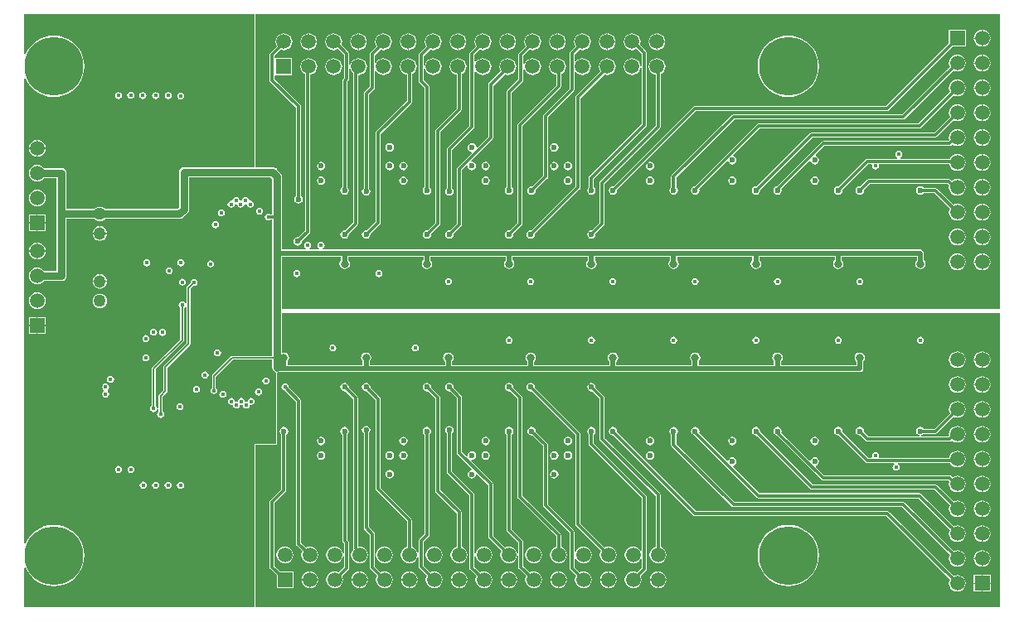
<source format=gbl>
G04*
G04 #@! TF.GenerationSoftware,Altium Limited,Altium Designer,20.0.9 (164)*
G04*
G04 Layer_Physical_Order=4*
G04 Layer_Color=16711680*
%FSLAX25Y25*%
%MOIN*%
G70*
G01*
G75*
%ADD11C,0.00787*%
%ADD62C,0.01181*%
%ADD64C,0.01968*%
%ADD65C,0.05906*%
%ADD66R,0.05906X0.05906*%
%ADD67R,0.05906X0.05906*%
%ADD68C,0.05000*%
%ADD69C,0.01772*%
%ADD70C,0.02362*%
%ADD71C,0.23622*%
%ADD72C,0.03150*%
%ADD73C,0.01968*%
%ADD74C,0.02598*%
%ADD75C,0.03150*%
G36*
X93268Y168155D02*
X64961D01*
X64190Y168002D01*
X63537Y167566D01*
X63100Y166912D01*
X62947Y166142D01*
Y151892D01*
X62282Y151226D01*
X33213D01*
X33171Y151281D01*
X32565Y151746D01*
X31859Y152038D01*
X31102Y152138D01*
X30345Y152038D01*
X29640Y151746D01*
X29034Y151281D01*
X28992Y151226D01*
X17762D01*
Y165669D01*
X17608Y166440D01*
X17172Y167093D01*
X16519Y167529D01*
X15748Y167683D01*
X8586D01*
X8297Y168061D01*
X7596Y168598D01*
X6781Y168936D01*
X5906Y169051D01*
X5030Y168936D01*
X4215Y168598D01*
X3514Y168061D01*
X2977Y167360D01*
X2639Y166544D01*
X2524Y165669D01*
X2639Y164794D01*
X2977Y163979D01*
X3514Y163278D01*
X4215Y162741D01*
X5030Y162403D01*
X5906Y162288D01*
X6781Y162403D01*
X7596Y162741D01*
X8297Y163278D01*
X8586Y163656D01*
X13735D01*
Y149213D01*
Y126344D01*
X8586D01*
X8297Y126722D01*
X7596Y127259D01*
X6781Y127597D01*
X5906Y127712D01*
X5030Y127597D01*
X4215Y127259D01*
X3514Y126722D01*
X2977Y126022D01*
X2639Y125206D01*
X2524Y124331D01*
X2639Y123456D01*
X2977Y122640D01*
X3514Y121940D01*
X4215Y121402D01*
X5030Y121064D01*
X5906Y120949D01*
X6781Y121064D01*
X7596Y121402D01*
X8297Y121940D01*
X8586Y122317D01*
X15748D01*
X16519Y122470D01*
X17172Y122907D01*
X17608Y123560D01*
X17762Y124331D01*
Y147199D01*
X28992D01*
X29034Y147144D01*
X29640Y146679D01*
X30345Y146387D01*
X31102Y146288D01*
X31859Y146387D01*
X32565Y146679D01*
X33171Y147144D01*
X33213Y147199D01*
X63116D01*
X63886Y147352D01*
X64539Y147789D01*
X66384Y149634D01*
X66821Y150287D01*
X66974Y151058D01*
Y164128D01*
X99683D01*
X100349Y163463D01*
Y149041D01*
X99802D01*
X99360Y149337D01*
X98819Y149444D01*
X98278Y149337D01*
X97820Y149031D01*
X97514Y148572D01*
X97406Y148031D01*
X97514Y147491D01*
X97820Y147032D01*
X98278Y146726D01*
X98819Y146618D01*
X99360Y146726D01*
X99802Y147021D01*
X100349D01*
Y133858D01*
X100388Y133661D01*
X100349Y133465D01*
Y92148D01*
X84252D01*
X84252Y92148D01*
X83942Y92086D01*
X83680Y91911D01*
X76396Y84627D01*
X76221Y84365D01*
X76159Y84055D01*
X76159Y84055D01*
Y79276D01*
X75969Y79149D01*
X75663Y78690D01*
X75555Y78150D01*
X75663Y77609D01*
X75969Y77150D01*
X76428Y76844D01*
X76968Y76737D01*
X77509Y76844D01*
X77968Y77150D01*
X78274Y77609D01*
X78382Y78150D01*
X78274Y78690D01*
X77968Y79149D01*
X77778Y79276D01*
Y83720D01*
X84587Y90529D01*
X100349D01*
Y87402D01*
X100502Y86631D01*
X100938Y85978D01*
X101592Y85541D01*
X101878Y85484D01*
X101929Y85388D01*
Y56732D01*
X93701D01*
X93395Y56605D01*
X93268Y56299D01*
Y-9040D01*
X803D01*
Y6811D01*
X1303Y6911D01*
X1595Y6205D01*
X2608Y4552D01*
X3866Y3079D01*
X5340Y1820D01*
X6992Y808D01*
X8782Y66D01*
X10667Y-386D01*
X12598Y-538D01*
X14530Y-386D01*
X16414Y66D01*
X18205Y808D01*
X19857Y1820D01*
X21331Y3079D01*
X22589Y4552D01*
X23602Y6205D01*
X24343Y7995D01*
X24795Y9879D01*
X24948Y11811D01*
X24795Y13743D01*
X24343Y15627D01*
X23602Y17417D01*
X22589Y19070D01*
X21331Y20543D01*
X19857Y21802D01*
X18205Y22814D01*
X16414Y23556D01*
X14530Y24008D01*
X12598Y24160D01*
X10667Y24008D01*
X8782Y23556D01*
X6992Y22814D01*
X5340Y21802D01*
X3866Y20543D01*
X2608Y19070D01*
X1595Y17417D01*
X1303Y16711D01*
X803Y16811D01*
Y203662D01*
X1303Y203761D01*
X1595Y203055D01*
X2608Y201403D01*
X3866Y199929D01*
X5340Y198671D01*
X6992Y197658D01*
X8782Y196917D01*
X10667Y196464D01*
X12598Y196312D01*
X14530Y196464D01*
X16414Y196917D01*
X18205Y197658D01*
X19857Y198671D01*
X21331Y199929D01*
X22589Y201403D01*
X23602Y203055D01*
X24343Y204845D01*
X24795Y206730D01*
X24948Y208661D01*
X24795Y210593D01*
X24343Y212477D01*
X23602Y214268D01*
X22589Y215920D01*
X21331Y217394D01*
X19857Y218652D01*
X18205Y219665D01*
X16414Y220406D01*
X14530Y220859D01*
X12598Y221010D01*
X10667Y220859D01*
X8782Y220406D01*
X6992Y219665D01*
X5340Y218652D01*
X3866Y217394D01*
X2608Y215920D01*
X1595Y214268D01*
X1303Y213562D01*
X803Y213661D01*
Y229512D01*
X93268D01*
Y168155D01*
D02*
G37*
G36*
X392898Y111024D02*
X104376D01*
Y132053D01*
X128116D01*
X128116Y130686D01*
X128032Y130630D01*
X127573Y129943D01*
X127412Y129134D01*
X127573Y128324D01*
X128032Y127638D01*
X128718Y127180D01*
X129527Y127018D01*
X130337Y127180D01*
X131023Y127638D01*
X131482Y128324D01*
X131643Y129134D01*
X131482Y129943D01*
X131023Y130630D01*
X130939Y130686D01*
X130939Y132053D01*
X161187Y132053D01*
Y130686D01*
X161103Y130630D01*
X160644Y129943D01*
X160483Y129134D01*
X160644Y128324D01*
X161103Y127638D01*
X161789Y127180D01*
X162598Y127018D01*
X163408Y127180D01*
X164094Y127638D01*
X164553Y128324D01*
X164714Y129134D01*
X164553Y129943D01*
X164094Y130630D01*
X164010Y130686D01*
X164010Y132053D01*
X194258Y132053D01*
X194258Y130686D01*
X194173Y130630D01*
X193715Y129943D01*
X193554Y129134D01*
X193715Y128324D01*
X194173Y127638D01*
X194860Y127180D01*
X195669Y127018D01*
X196479Y127180D01*
X197165Y127638D01*
X197624Y128324D01*
X197785Y129134D01*
X197624Y129943D01*
X197165Y130630D01*
X197081Y130686D01*
Y132053D01*
X227329Y132053D01*
X227329Y130686D01*
X227244Y130630D01*
X226786Y129943D01*
X226625Y129134D01*
X226786Y128324D01*
X227244Y127638D01*
X227931Y127180D01*
X228740Y127018D01*
X229550Y127180D01*
X230236Y127638D01*
X230695Y128324D01*
X230856Y129134D01*
X230695Y129943D01*
X230236Y130630D01*
X230152Y130686D01*
Y132053D01*
X260400Y132053D01*
Y130686D01*
X260315Y130630D01*
X259857Y129943D01*
X259696Y129134D01*
X259857Y128324D01*
X260315Y127638D01*
X261001Y127180D01*
X261811Y127018D01*
X262621Y127180D01*
X263307Y127638D01*
X263765Y128324D01*
X263927Y129134D01*
X263765Y129943D01*
X263307Y130630D01*
X263222Y130686D01*
X263222Y132053D01*
X293471Y132053D01*
X293471Y130686D01*
X293386Y130630D01*
X292928Y129943D01*
X292766Y129134D01*
X292928Y128324D01*
X293386Y127638D01*
X294072Y127180D01*
X294882Y127018D01*
X295691Y127180D01*
X296378Y127638D01*
X296836Y128324D01*
X296997Y129134D01*
X296836Y129943D01*
X296378Y130630D01*
X296293Y130686D01*
Y132053D01*
X326541Y132053D01*
Y130686D01*
X326457Y130630D01*
X325998Y129943D01*
X325837Y129134D01*
X325998Y128324D01*
X326457Y127638D01*
X327143Y127180D01*
X327953Y127018D01*
X328762Y127180D01*
X329449Y127638D01*
X329907Y128324D01*
X330068Y129134D01*
X329907Y129943D01*
X329449Y130630D01*
X329364Y130686D01*
Y132053D01*
X359612D01*
Y130686D01*
X359528Y130630D01*
X359069Y129943D01*
X358908Y129134D01*
X359069Y128324D01*
X359528Y127638D01*
X360214Y127180D01*
X361024Y127018D01*
X361833Y127180D01*
X362520Y127638D01*
X362978Y128324D01*
X363139Y129134D01*
X362978Y129943D01*
X362520Y130630D01*
X362435Y130686D01*
Y133465D01*
X362328Y134005D01*
X362022Y134463D01*
X361564Y134768D01*
X361024Y134876D01*
X327953D01*
X294882Y134876D01*
X294882Y134876D01*
X261811Y134876D01*
X261811Y134876D01*
X228740Y134876D01*
X228740Y134876D01*
X195669Y134876D01*
X195669Y134876D01*
X162598Y134876D01*
X162598Y134876D01*
X129527Y134876D01*
X120811D01*
X120720Y135376D01*
X121078Y135615D01*
X121384Y136074D01*
X121492Y136614D01*
X121384Y137155D01*
X121078Y137613D01*
X120619Y137920D01*
X120079Y138027D01*
X119538Y137920D01*
X119080Y137613D01*
X118773Y137155D01*
X118666Y136614D01*
X118773Y136074D01*
X119080Y135615D01*
X119437Y135376D01*
X119346Y134876D01*
X115300D01*
X115208Y135376D01*
X115566Y135615D01*
X115872Y136074D01*
X115980Y136614D01*
X115872Y137155D01*
X115566Y137613D01*
X115108Y137920D01*
X114567Y138027D01*
X114026Y137920D01*
X113568Y137613D01*
X113261Y137155D01*
X113154Y136614D01*
X113261Y136074D01*
X113568Y135615D01*
X113926Y135376D01*
X113834Y134876D01*
X104376D01*
Y148881D01*
Y164297D01*
X104222Y165067D01*
X103786Y165720D01*
X102362Y167144D01*
Y167717D01*
X101715D01*
X101288Y168002D01*
X100517Y168155D01*
X93701D01*
Y229512D01*
X392898D01*
Y111024D01*
D02*
G37*
G36*
Y-9040D02*
X93701D01*
Y56299D01*
X102362D01*
Y85388D01*
X102362Y85388D01*
X103133Y85541D01*
X103215Y85597D01*
X336614D01*
X337154Y85704D01*
X337612Y86010D01*
X337918Y86468D01*
X338026Y87008D01*
Y89786D01*
X338110Y89843D01*
X338569Y90529D01*
X338730Y91339D01*
X338569Y92148D01*
X338110Y92834D01*
X337424Y93293D01*
X336614Y93454D01*
X335805Y93293D01*
X335118Y92834D01*
X334660Y92148D01*
X334499Y91339D01*
X334660Y90529D01*
X335118Y89843D01*
X335203Y89786D01*
Y88419D01*
X304955D01*
Y89786D01*
X305039Y89843D01*
X305498Y90529D01*
X305659Y91339D01*
X305498Y92148D01*
X305039Y92834D01*
X304353Y93293D01*
X303543Y93454D01*
X302734Y93293D01*
X302047Y92834D01*
X301589Y92148D01*
X301428Y91339D01*
X301589Y90529D01*
X302047Y89843D01*
X302132Y89786D01*
Y88419D01*
X271884D01*
Y89786D01*
X271968Y89843D01*
X272427Y90529D01*
X272588Y91339D01*
X272427Y92148D01*
X271968Y92834D01*
X271282Y93293D01*
X270472Y93454D01*
X269663Y93293D01*
X268977Y92834D01*
X268518Y92148D01*
X268357Y91339D01*
X268518Y90529D01*
X268977Y89843D01*
X269061Y89786D01*
Y88419D01*
X238813D01*
Y89786D01*
X238897Y89843D01*
X239356Y90529D01*
X239517Y91339D01*
X239356Y92148D01*
X238897Y92834D01*
X238211Y93293D01*
X237402Y93454D01*
X236592Y93293D01*
X235906Y92834D01*
X235447Y92148D01*
X235286Y91339D01*
X235447Y90529D01*
X235906Y89843D01*
X235990Y89786D01*
Y88419D01*
X205742D01*
Y89786D01*
X205827Y89843D01*
X206285Y90529D01*
X206446Y91339D01*
X206285Y92148D01*
X205827Y92834D01*
X205140Y93293D01*
X204331Y93454D01*
X203521Y93293D01*
X202835Y92834D01*
X202376Y92148D01*
X202215Y91339D01*
X202376Y90529D01*
X202835Y89843D01*
X202919Y89786D01*
Y88419D01*
X172671D01*
Y89786D01*
X172756Y89843D01*
X173214Y90529D01*
X173375Y91339D01*
X173214Y92148D01*
X172756Y92834D01*
X172069Y93293D01*
X171260Y93454D01*
X170450Y93293D01*
X169764Y92834D01*
X169305Y92148D01*
X169144Y91339D01*
X169305Y90529D01*
X169764Y89843D01*
X169849Y89786D01*
Y88419D01*
X139600D01*
Y89786D01*
X139685Y89843D01*
X140143Y90529D01*
X140304Y91339D01*
X140143Y92148D01*
X139685Y92834D01*
X138998Y93293D01*
X138189Y93454D01*
X137379Y93293D01*
X136693Y92834D01*
X136235Y92148D01*
X136074Y91339D01*
X136235Y90529D01*
X136693Y89843D01*
X136778Y89786D01*
Y88419D01*
X106529D01*
Y89786D01*
X106614Y89843D01*
X107072Y90529D01*
X107234Y91339D01*
X107072Y92148D01*
X106614Y92834D01*
X105928Y93293D01*
X105118Y93454D01*
X104762Y93383D01*
X104376Y93700D01*
Y109449D01*
X392898D01*
Y-9040D01*
D02*
G37*
%LPC*%
G36*
X43543Y198421D02*
X43003Y198313D01*
X42544Y198007D01*
X42238Y197549D01*
X42130Y197008D01*
X42238Y196467D01*
X42544Y196009D01*
X43003Y195703D01*
X43543Y195595D01*
X44084Y195703D01*
X44542Y196009D01*
X44849Y196467D01*
X44956Y197008D01*
X44849Y197549D01*
X44542Y198007D01*
X44084Y198313D01*
X43543Y198421D01*
D02*
G37*
G36*
X58661Y198263D02*
X58121Y198156D01*
X57662Y197850D01*
X57356Y197391D01*
X57248Y196850D01*
X57356Y196310D01*
X57662Y195851D01*
X58121Y195545D01*
X58661Y195437D01*
X59202Y195545D01*
X59661Y195851D01*
X59967Y196310D01*
X60074Y196850D01*
X59967Y197391D01*
X59661Y197850D01*
X59202Y198156D01*
X58661Y198263D01*
D02*
G37*
G36*
X53543D02*
X53003Y198156D01*
X52544Y197850D01*
X52238Y197391D01*
X52130Y196850D01*
X52238Y196310D01*
X52544Y195851D01*
X53003Y195545D01*
X53543Y195437D01*
X54084Y195545D01*
X54542Y195851D01*
X54849Y196310D01*
X54956Y196850D01*
X54849Y197391D01*
X54542Y197850D01*
X54084Y198156D01*
X53543Y198263D01*
D02*
G37*
G36*
X48425D02*
X47885Y198156D01*
X47426Y197850D01*
X47120Y197391D01*
X47012Y196850D01*
X47120Y196310D01*
X47426Y195851D01*
X47885Y195545D01*
X48425Y195437D01*
X48966Y195545D01*
X49424Y195851D01*
X49731Y196310D01*
X49838Y196850D01*
X49731Y197391D01*
X49424Y197850D01*
X48966Y198156D01*
X48425Y198263D01*
D02*
G37*
G36*
X38583D02*
X38042Y198156D01*
X37584Y197850D01*
X37277Y197391D01*
X37170Y196850D01*
X37277Y196310D01*
X37584Y195851D01*
X38042Y195545D01*
X38583Y195437D01*
X39123Y195545D01*
X39582Y195851D01*
X39888Y196310D01*
X39996Y196850D01*
X39888Y197391D01*
X39582Y197850D01*
X39123Y198156D01*
X38583Y198263D01*
D02*
G37*
G36*
X63574Y198141D02*
X63034Y198034D01*
X62575Y197728D01*
X62269Y197269D01*
X62161Y196728D01*
X62269Y196188D01*
X62575Y195729D01*
X63034Y195423D01*
X63574Y195315D01*
X64115Y195423D01*
X64573Y195729D01*
X64880Y196188D01*
X64987Y196728D01*
X64880Y197269D01*
X64573Y197728D01*
X64115Y198034D01*
X63574Y198141D01*
D02*
G37*
G36*
X6106Y179025D02*
Y175869D01*
X9261D01*
X9172Y176545D01*
X8834Y177360D01*
X8297Y178060D01*
X7596Y178598D01*
X6781Y178936D01*
X6106Y179025D01*
D02*
G37*
G36*
X5706D02*
X5030Y178936D01*
X4215Y178598D01*
X3514Y178060D01*
X2977Y177360D01*
X2639Y176545D01*
X2550Y175869D01*
X5706D01*
Y179025D01*
D02*
G37*
G36*
Y175469D02*
X2550D01*
X2639Y174794D01*
X2977Y173978D01*
X3514Y173278D01*
X4215Y172741D01*
X5030Y172403D01*
X5706Y172314D01*
Y175469D01*
D02*
G37*
G36*
X9261D02*
X6106D01*
Y172314D01*
X6781Y172403D01*
X7596Y172741D01*
X8297Y173278D01*
X8834Y173978D01*
X9172Y174794D01*
X9261Y175469D01*
D02*
G37*
G36*
X89764Y156137D02*
X89223Y156030D01*
X88765Y155724D01*
X88458Y155265D01*
X88351Y154724D01*
X87876Y154546D01*
X87795Y154563D01*
X87714Y154546D01*
X87240Y154724D01*
X87132Y155265D01*
X86826Y155724D01*
X86367Y156030D01*
X85827Y156137D01*
X85286Y156030D01*
X84828Y155724D01*
X84521Y155265D01*
X84414Y154724D01*
X83939Y154546D01*
X83858Y154563D01*
X83318Y154455D01*
X82859Y154149D01*
X82553Y153690D01*
X82445Y153150D01*
X82553Y152609D01*
X82859Y152150D01*
X83318Y151844D01*
X83858Y151737D01*
X84399Y151844D01*
X84857Y152150D01*
X85164Y152609D01*
X85271Y153150D01*
X85746Y153328D01*
X85827Y153311D01*
X85908Y153328D01*
X86382Y153150D01*
X86490Y152609D01*
X86796Y152150D01*
X87255Y151844D01*
X87795Y151737D01*
X88336Y151844D01*
X88794Y152150D01*
X89101Y152609D01*
X89208Y153150D01*
X89683Y153328D01*
X89764Y153311D01*
X89845Y153328D01*
X90319Y153150D01*
X90427Y152609D01*
X90733Y152150D01*
X91192Y151844D01*
X91732Y151737D01*
X92273Y151844D01*
X92731Y152150D01*
X93038Y152609D01*
X93145Y153150D01*
X93038Y153690D01*
X92731Y154149D01*
X92273Y154455D01*
X91732Y154563D01*
X91651Y154546D01*
X91177Y154724D01*
X91069Y155265D01*
X90763Y155724D01*
X90304Y156030D01*
X89764Y156137D01*
D02*
G37*
G36*
X5906Y159051D02*
X5030Y158936D01*
X4215Y158598D01*
X3514Y158061D01*
X2977Y157360D01*
X2639Y156544D01*
X2524Y155669D01*
X2639Y154794D01*
X2977Y153979D01*
X3514Y153278D01*
X4215Y152741D01*
X5030Y152403D01*
X5906Y152288D01*
X6781Y152403D01*
X7596Y152741D01*
X8297Y153278D01*
X8834Y153979D01*
X9172Y154794D01*
X9287Y155669D01*
X9172Y156544D01*
X8834Y157360D01*
X8297Y158061D01*
X7596Y158598D01*
X6781Y158936D01*
X5906Y159051D01*
D02*
G37*
G36*
X95276Y151807D02*
X94735Y151699D01*
X94276Y151393D01*
X93970Y150934D01*
X93863Y150394D01*
X93970Y149853D01*
X94276Y149395D01*
X94735Y149088D01*
X95276Y148981D01*
X95816Y149088D01*
X96275Y149395D01*
X96581Y149853D01*
X96689Y150394D01*
X96581Y150934D01*
X96275Y151393D01*
X95816Y151699D01*
X95276Y151807D01*
D02*
G37*
G36*
X79921Y151019D02*
X79381Y150912D01*
X78922Y150605D01*
X78616Y150147D01*
X78508Y149606D01*
X78616Y149066D01*
X78922Y148607D01*
X79381Y148301D01*
X79921Y148193D01*
X80462Y148301D01*
X80920Y148607D01*
X81227Y149066D01*
X81334Y149606D01*
X81227Y150147D01*
X80920Y150605D01*
X80462Y150912D01*
X79921Y151019D01*
D02*
G37*
G36*
X9258Y149022D02*
X6106D01*
Y145869D01*
X9258D01*
Y149022D01*
D02*
G37*
G36*
X5706D02*
X2553D01*
Y145869D01*
X5706D01*
Y149022D01*
D02*
G37*
G36*
X77559Y146295D02*
X77018Y146187D01*
X76560Y145881D01*
X76254Y145423D01*
X76146Y144882D01*
X76254Y144341D01*
X76560Y143883D01*
X77018Y143577D01*
X77559Y143469D01*
X78100Y143577D01*
X78558Y143883D01*
X78865Y144341D01*
X78972Y144882D01*
X78865Y145423D01*
X78558Y145881D01*
X78100Y146187D01*
X77559Y146295D01*
D02*
G37*
G36*
X9258Y145469D02*
X6106D01*
Y142317D01*
X9258D01*
Y145469D01*
D02*
G37*
G36*
X5706D02*
X2553D01*
Y142317D01*
X5706D01*
Y145469D01*
D02*
G37*
G36*
X31302Y144237D02*
Y141539D01*
X34001D01*
X33928Y142096D01*
X33636Y142801D01*
X33171Y143407D01*
X32565Y143872D01*
X31859Y144164D01*
X31302Y144237D01*
D02*
G37*
G36*
X30902D02*
X30345Y144164D01*
X29640Y143872D01*
X29034Y143407D01*
X28569Y142801D01*
X28277Y142096D01*
X28204Y141539D01*
X30902D01*
Y144237D01*
D02*
G37*
G36*
X34001Y141139D02*
X31302D01*
Y138440D01*
X31859Y138513D01*
X32565Y138805D01*
X33171Y139270D01*
X33636Y139876D01*
X33928Y140582D01*
X34001Y141139D01*
D02*
G37*
G36*
X30902D02*
X28204D01*
X28277Y140582D01*
X28569Y139876D01*
X29034Y139270D01*
X29640Y138805D01*
X30345Y138513D01*
X30902Y138440D01*
Y141139D01*
D02*
G37*
G36*
X6106Y137686D02*
Y134531D01*
X9261D01*
X9172Y135206D01*
X8834Y136022D01*
X8297Y136722D01*
X7596Y137259D01*
X6781Y137597D01*
X6106Y137686D01*
D02*
G37*
G36*
X5706D02*
X5030Y137597D01*
X4215Y137259D01*
X3514Y136722D01*
X2977Y136022D01*
X2639Y135206D01*
X2550Y134531D01*
X5706D01*
Y137686D01*
D02*
G37*
G36*
X9261Y134131D02*
X6106D01*
Y130975D01*
X6781Y131064D01*
X7596Y131402D01*
X8297Y131939D01*
X8834Y132640D01*
X9172Y133456D01*
X9261Y134131D01*
D02*
G37*
G36*
X5706D02*
X2550D01*
X2639Y133456D01*
X2977Y132640D01*
X3514Y131939D01*
X4215Y131402D01*
X5030Y131064D01*
X5706Y130975D01*
Y134131D01*
D02*
G37*
G36*
X63779Y130940D02*
X63239Y130833D01*
X62780Y130527D01*
X62474Y130068D01*
X62367Y129528D01*
X62474Y128987D01*
X62780Y128528D01*
X63239Y128222D01*
X63779Y128115D01*
X64320Y128222D01*
X64779Y128528D01*
X65085Y128987D01*
X65193Y129528D01*
X65085Y130068D01*
X64779Y130527D01*
X64320Y130833D01*
X63779Y130940D01*
D02*
G37*
G36*
X50000D02*
X49459Y130833D01*
X49001Y130527D01*
X48695Y130068D01*
X48587Y129528D01*
X48695Y128987D01*
X49001Y128528D01*
X49459Y128222D01*
X50000Y128115D01*
X50541Y128222D01*
X50999Y128528D01*
X51305Y128987D01*
X51413Y129528D01*
X51305Y130068D01*
X50999Y130527D01*
X50541Y130833D01*
X50000Y130940D01*
D02*
G37*
G36*
X75590Y130547D02*
X75050Y130439D01*
X74591Y130133D01*
X74285Y129675D01*
X74178Y129134D01*
X74285Y128593D01*
X74591Y128135D01*
X75050Y127828D01*
X75590Y127721D01*
X76131Y127828D01*
X76590Y128135D01*
X76896Y128593D01*
X77004Y129134D01*
X76896Y129675D01*
X76590Y130133D01*
X76131Y130439D01*
X75590Y130547D01*
D02*
G37*
G36*
X59055Y127791D02*
X58514Y127683D01*
X58056Y127377D01*
X57750Y126919D01*
X57642Y126378D01*
X57750Y125837D01*
X58056Y125379D01*
X58514Y125073D01*
X59055Y124965D01*
X59596Y125073D01*
X60054Y125379D01*
X60360Y125837D01*
X60468Y126378D01*
X60360Y126919D01*
X60054Y127377D01*
X59596Y127683D01*
X59055Y127791D01*
D02*
G37*
G36*
X31302Y124946D02*
Y122247D01*
X34001D01*
X33928Y122804D01*
X33636Y123510D01*
X33171Y124116D01*
X32565Y124580D01*
X31859Y124873D01*
X31302Y124946D01*
D02*
G37*
G36*
X30902D02*
X30345Y124873D01*
X29640Y124580D01*
X29034Y124116D01*
X28569Y123510D01*
X28277Y122804D01*
X28204Y122247D01*
X30902D01*
Y124946D01*
D02*
G37*
G36*
X64272Y123224D02*
X63731Y123116D01*
X63273Y122810D01*
X62966Y122352D01*
X62859Y121811D01*
X62966Y121270D01*
X63273Y120812D01*
X63731Y120506D01*
X64272Y120398D01*
X64812Y120506D01*
X65271Y120812D01*
X65577Y121270D01*
X65685Y121811D01*
X65577Y122352D01*
X65271Y122810D01*
X64812Y123116D01*
X64272Y123224D01*
D02*
G37*
G36*
X68996Y123066D02*
X68455Y122959D01*
X67997Y122653D01*
X67691Y122194D01*
X67583Y121653D01*
X67628Y121430D01*
X66115Y119917D01*
X65940Y119655D01*
X65878Y119345D01*
X65878Y119345D01*
Y113441D01*
X65378Y113290D01*
X65172Y113598D01*
X64714Y113904D01*
X64173Y114011D01*
X63633Y113904D01*
X63174Y113598D01*
X62868Y113139D01*
X62760Y112598D01*
X62868Y112058D01*
X63174Y111599D01*
X63364Y111472D01*
Y98760D01*
X52184Y87580D01*
X52008Y87318D01*
X51947Y87008D01*
X51947Y87008D01*
Y71992D01*
X51757Y71865D01*
X51451Y71407D01*
X51343Y70866D01*
X51451Y70325D01*
X51757Y69867D01*
X52215Y69561D01*
X52756Y69453D01*
X53297Y69561D01*
X53755Y69867D01*
X54061Y70325D01*
X54169Y70866D01*
X54061Y71407D01*
X53755Y71865D01*
X53565Y71992D01*
Y86673D01*
X64745Y97853D01*
X64921Y98115D01*
X64982Y98425D01*
X64982Y98425D01*
Y111472D01*
X65172Y111599D01*
X65378Y111907D01*
X65878Y111756D01*
Y97338D01*
X56908Y88367D01*
X56733Y88105D01*
X56671Y87795D01*
X56671Y87795D01*
Y78250D01*
X54940Y76518D01*
X54764Y76256D01*
X54703Y75946D01*
X54703Y75946D01*
Y69630D01*
X54513Y69503D01*
X54206Y69045D01*
X54099Y68504D01*
X54206Y67963D01*
X54513Y67505D01*
X54971Y67198D01*
X55512Y67091D01*
X56053Y67198D01*
X56511Y67505D01*
X56817Y67963D01*
X56925Y68504D01*
X56817Y69045D01*
X56511Y69503D01*
X56321Y69630D01*
Y75611D01*
X58052Y77342D01*
X58228Y77605D01*
X58290Y77914D01*
X58290Y77914D01*
Y87460D01*
X67260Y96430D01*
X67260Y96430D01*
X67435Y96693D01*
X67497Y97002D01*
X67497Y97002D01*
Y119010D01*
X68772Y120285D01*
X68996Y120241D01*
X69537Y120348D01*
X69995Y120654D01*
X70302Y121113D01*
X70409Y121653D01*
X70302Y122194D01*
X69995Y122653D01*
X69537Y122959D01*
X68996Y123066D01*
D02*
G37*
G36*
X34001Y121847D02*
X31302D01*
Y119149D01*
X31859Y119222D01*
X32565Y119514D01*
X33171Y119979D01*
X33636Y120585D01*
X33928Y121290D01*
X34001Y121847D01*
D02*
G37*
G36*
X30902D02*
X28204D01*
X28277Y121290D01*
X28569Y120585D01*
X29034Y119979D01*
X29640Y119514D01*
X30345Y119222D01*
X30902Y119149D01*
Y121847D01*
D02*
G37*
G36*
X31102Y117098D02*
X30345Y116999D01*
X29640Y116706D01*
X29034Y116242D01*
X28569Y115636D01*
X28277Y114930D01*
X28177Y114173D01*
X28277Y113416D01*
X28569Y112711D01*
X29034Y112105D01*
X29640Y111640D01*
X30345Y111348D01*
X31102Y111248D01*
X31859Y111348D01*
X32565Y111640D01*
X33171Y112105D01*
X33636Y112711D01*
X33928Y113416D01*
X34027Y114173D01*
X33928Y114930D01*
X33636Y115636D01*
X33171Y116242D01*
X32565Y116706D01*
X31859Y116999D01*
X31102Y117098D01*
D02*
G37*
G36*
X5906Y117712D02*
X5030Y117597D01*
X4215Y117259D01*
X3514Y116722D01*
X2977Y116022D01*
X2639Y115206D01*
X2524Y114331D01*
X2639Y113455D01*
X2977Y112640D01*
X3514Y111940D01*
X4215Y111402D01*
X5030Y111064D01*
X5906Y110949D01*
X6781Y111064D01*
X7596Y111402D01*
X8297Y111940D01*
X8834Y112640D01*
X9172Y113455D01*
X9287Y114331D01*
X9172Y115206D01*
X8834Y116022D01*
X8297Y116722D01*
X7596Y117259D01*
X6781Y117597D01*
X5906Y117712D01*
D02*
G37*
G36*
X9258Y107684D02*
X6106D01*
Y104531D01*
X9258D01*
Y107684D01*
D02*
G37*
G36*
X5706D02*
X2553D01*
Y104531D01*
X5706D01*
Y107684D01*
D02*
G37*
G36*
X9258Y104131D02*
X6106D01*
Y100978D01*
X9258D01*
Y104131D01*
D02*
G37*
G36*
X5706D02*
X2553D01*
Y100978D01*
X5706D01*
Y104131D01*
D02*
G37*
G36*
X52756Y102988D02*
X52215Y102880D01*
X51757Y102574D01*
X51451Y102115D01*
X51343Y101575D01*
X51451Y101034D01*
X51757Y100576D01*
X52215Y100269D01*
X52756Y100162D01*
X53297Y100269D01*
X53755Y100576D01*
X54061Y101034D01*
X54169Y101575D01*
X54061Y102115D01*
X53755Y102574D01*
X53297Y102880D01*
X52756Y102988D01*
D02*
G37*
G36*
X56337Y102951D02*
X55796Y102844D01*
X55338Y102537D01*
X55031Y102079D01*
X54924Y101538D01*
X55031Y100997D01*
X55338Y100539D01*
X55796Y100233D01*
X56337Y100125D01*
X56877Y100233D01*
X57336Y100539D01*
X57642Y100997D01*
X57749Y101538D01*
X57642Y102079D01*
X57336Y102537D01*
X56877Y102844D01*
X56337Y102951D01*
D02*
G37*
G36*
X49606Y100542D02*
X49066Y100435D01*
X48607Y100128D01*
X48301Y99670D01*
X48193Y99129D01*
X48301Y98588D01*
X48607Y98130D01*
X49066Y97824D01*
X49606Y97716D01*
X50147Y97824D01*
X50605Y98130D01*
X50912Y98588D01*
X51019Y99129D01*
X50912Y99670D01*
X50605Y100128D01*
X50147Y100435D01*
X49606Y100542D01*
D02*
G37*
G36*
X78445Y94720D02*
X77904Y94612D01*
X77446Y94306D01*
X77140Y93848D01*
X77032Y93307D01*
X77140Y92766D01*
X77446Y92308D01*
X77904Y92002D01*
X78445Y91894D01*
X78986Y92002D01*
X79444Y92308D01*
X79750Y92766D01*
X79858Y93307D01*
X79750Y93848D01*
X79444Y94306D01*
X78986Y94612D01*
X78445Y94720D01*
D02*
G37*
G36*
X49606Y92752D02*
X49066Y92644D01*
X48607Y92338D01*
X48301Y91879D01*
X48193Y91339D01*
X48301Y90798D01*
X48607Y90339D01*
X49066Y90033D01*
X49606Y89926D01*
X50147Y90033D01*
X50605Y90339D01*
X50912Y90798D01*
X51019Y91339D01*
X50912Y91879D01*
X50605Y92338D01*
X50147Y92644D01*
X49606Y92752D01*
D02*
G37*
G36*
X73427Y85860D02*
X72886Y85752D01*
X72428Y85446D01*
X72122Y84988D01*
X72014Y84447D01*
X72122Y83906D01*
X72428Y83448D01*
X72886Y83142D01*
X73427Y83034D01*
X73968Y83142D01*
X74426Y83448D01*
X74732Y83906D01*
X74840Y84447D01*
X74732Y84988D01*
X74426Y85446D01*
X73968Y85752D01*
X73427Y85860D01*
D02*
G37*
G36*
X35433Y84090D02*
X34892Y83983D01*
X34434Y83676D01*
X34128Y83218D01*
X34020Y82677D01*
X34128Y82136D01*
X34434Y81678D01*
X34892Y81372D01*
X35433Y81264D01*
X35974Y81372D01*
X36432Y81678D01*
X36738Y82136D01*
X36846Y82677D01*
X36738Y83218D01*
X36432Y83676D01*
X35974Y83983D01*
X35433Y84090D01*
D02*
G37*
G36*
X97859Y83475D02*
X97319Y83367D01*
X96860Y83061D01*
X96554Y82603D01*
X96446Y82062D01*
X96554Y81521D01*
X96860Y81063D01*
X97319Y80757D01*
X97859Y80649D01*
X98400Y80757D01*
X98858Y81063D01*
X99165Y81521D01*
X99272Y82062D01*
X99165Y82603D01*
X98858Y83061D01*
X98400Y83367D01*
X97859Y83475D01*
D02*
G37*
G36*
X69921Y79996D02*
X69380Y79888D01*
X68922Y79582D01*
X68616Y79123D01*
X68508Y78583D01*
X68616Y78042D01*
X68922Y77584D01*
X69380Y77277D01*
X69921Y77170D01*
X70462Y77277D01*
X70920Y77584D01*
X71227Y78042D01*
X71334Y78583D01*
X71227Y79123D01*
X70920Y79582D01*
X70462Y79888D01*
X69921Y79996D01*
D02*
G37*
G36*
X94882Y78972D02*
X94341Y78865D01*
X93883Y78558D01*
X93577Y78100D01*
X93469Y77559D01*
X93577Y77018D01*
X93883Y76560D01*
X94341Y76254D01*
X94882Y76146D01*
X95423Y76254D01*
X95881Y76560D01*
X96187Y77018D01*
X96295Y77559D01*
X96187Y78100D01*
X95881Y78558D01*
X95423Y78865D01*
X94882Y78972D01*
D02*
G37*
G36*
X33465Y80941D02*
X32924Y80833D01*
X32465Y80527D01*
X32159Y80068D01*
X32052Y79528D01*
X32159Y78987D01*
X32465Y78528D01*
X32582Y78450D01*
Y77849D01*
X32465Y77771D01*
X32159Y77312D01*
X32052Y76772D01*
X32159Y76231D01*
X32465Y75773D01*
X32924Y75466D01*
X33465Y75359D01*
X34005Y75466D01*
X34464Y75773D01*
X34770Y76231D01*
X34877Y76772D01*
X34770Y77312D01*
X34464Y77771D01*
X34347Y77849D01*
Y78450D01*
X34464Y78528D01*
X34770Y78987D01*
X34877Y79528D01*
X34770Y80068D01*
X34464Y80527D01*
X34005Y80833D01*
X33465Y80941D01*
D02*
G37*
G36*
X80512Y77988D02*
X79971Y77880D01*
X79513Y77574D01*
X79206Y77115D01*
X79099Y76575D01*
X79206Y76034D01*
X79513Y75576D01*
X79971Y75269D01*
X80512Y75162D01*
X81053Y75269D01*
X81511Y75576D01*
X81817Y76034D01*
X81925Y76575D01*
X81817Y77115D01*
X81511Y77574D01*
X81053Y77880D01*
X80512Y77988D01*
D02*
G37*
G36*
X91929Y75232D02*
X91388Y75124D01*
X90930Y74818D01*
X90624Y74360D01*
X90516Y73819D01*
X90042Y73641D01*
X89961Y73657D01*
X89880Y73641D01*
X89405Y73819D01*
X89297Y74360D01*
X88991Y74818D01*
X88533Y75124D01*
X87992Y75232D01*
X87451Y75124D01*
X86993Y74818D01*
X86687Y74360D01*
X86579Y73819D01*
X86105Y73641D01*
X86024Y73657D01*
X85943Y73641D01*
X85468Y73819D01*
X85360Y74360D01*
X85054Y74818D01*
X84596Y75124D01*
X84055Y75232D01*
X83514Y75124D01*
X83056Y74818D01*
X82750Y74360D01*
X82642Y73819D01*
X82750Y73278D01*
X83056Y72820D01*
X83514Y72514D01*
X84055Y72406D01*
X84136Y72422D01*
X84611Y72244D01*
X84718Y71703D01*
X85024Y71245D01*
X85483Y70939D01*
X86024Y70831D01*
X86564Y70939D01*
X87023Y71245D01*
X87329Y71703D01*
X87437Y72244D01*
X87911Y72422D01*
X87992Y72406D01*
X88073Y72422D01*
X88548Y72244D01*
X88655Y71703D01*
X88961Y71245D01*
X89420Y70939D01*
X89961Y70831D01*
X90501Y70939D01*
X90960Y71245D01*
X91266Y71703D01*
X91374Y72244D01*
X91848Y72422D01*
X91929Y72406D01*
X92470Y72514D01*
X92928Y72820D01*
X93235Y73278D01*
X93342Y73819D01*
X93235Y74360D01*
X92928Y74818D01*
X92470Y75124D01*
X91929Y75232D01*
D02*
G37*
G36*
X63386Y73067D02*
X62845Y72959D01*
X62387Y72653D01*
X62080Y72194D01*
X61973Y71653D01*
X62080Y71113D01*
X62387Y70654D01*
X62845Y70348D01*
X63386Y70241D01*
X63927Y70348D01*
X64385Y70654D01*
X64691Y71113D01*
X64799Y71653D01*
X64691Y72194D01*
X64385Y72653D01*
X63927Y72959D01*
X63386Y73067D01*
D02*
G37*
G36*
X38583Y47870D02*
X38042Y47762D01*
X37584Y47456D01*
X37277Y46997D01*
X37170Y46457D01*
X37277Y45916D01*
X37584Y45458D01*
X38042Y45151D01*
X38583Y45044D01*
X39123Y45151D01*
X39582Y45458D01*
X39888Y45916D01*
X39996Y46457D01*
X39888Y46997D01*
X39582Y47456D01*
X39123Y47762D01*
X38583Y47870D01*
D02*
G37*
G36*
X43601Y47791D02*
X43060Y47684D01*
X42602Y47377D01*
X42296Y46919D01*
X42188Y46378D01*
X42296Y45837D01*
X42602Y45379D01*
X43060Y45073D01*
X43601Y44965D01*
X44142Y45073D01*
X44600Y45379D01*
X44907Y45837D01*
X45014Y46378D01*
X44907Y46919D01*
X44600Y47377D01*
X44142Y47684D01*
X43601Y47791D01*
D02*
G37*
G36*
X48543Y41509D02*
X48003Y41401D01*
X47544Y41095D01*
X47238Y40637D01*
X47130Y40096D01*
X47238Y39555D01*
X47544Y39097D01*
X48003Y38791D01*
X48543Y38683D01*
X49084Y38791D01*
X49542Y39097D01*
X49849Y39555D01*
X49956Y40096D01*
X49849Y40637D01*
X49542Y41095D01*
X49084Y41401D01*
X48543Y41509D01*
D02*
G37*
G36*
X53543Y41493D02*
X53003Y41385D01*
X52544Y41079D01*
X52238Y40620D01*
X52130Y40080D01*
X52238Y39539D01*
X52544Y39081D01*
X53003Y38774D01*
X53543Y38667D01*
X54084Y38774D01*
X54542Y39081D01*
X54849Y39539D01*
X54956Y40080D01*
X54849Y40620D01*
X54542Y41079D01*
X54084Y41385D01*
X53543Y41493D01*
D02*
G37*
G36*
X58543Y41452D02*
X58003Y41345D01*
X57544Y41039D01*
X57238Y40580D01*
X57130Y40039D01*
X57238Y39499D01*
X57544Y39040D01*
X58003Y38734D01*
X58543Y38626D01*
X59084Y38734D01*
X59542Y39040D01*
X59849Y39499D01*
X59956Y40039D01*
X59849Y40580D01*
X59542Y41039D01*
X59084Y41345D01*
X58543Y41452D01*
D02*
G37*
G36*
X63543Y41413D02*
X63003Y41305D01*
X62544Y40999D01*
X62238Y40541D01*
X62130Y40000D01*
X62238Y39459D01*
X62544Y39001D01*
X63003Y38695D01*
X63543Y38587D01*
X64084Y38695D01*
X64542Y39001D01*
X64849Y39459D01*
X64956Y40000D01*
X64849Y40541D01*
X64542Y40999D01*
X64084Y41305D01*
X63543Y41413D01*
D02*
G37*
G36*
X386027Y223277D02*
Y220121D01*
X389182D01*
X389093Y220796D01*
X388755Y221612D01*
X388218Y222312D01*
X387518Y222850D01*
X386702Y223188D01*
X386027Y223277D01*
D02*
G37*
G36*
X385627D02*
X384951Y223188D01*
X384136Y222850D01*
X383436Y222312D01*
X382898Y221612D01*
X382560Y220796D01*
X382471Y220121D01*
X385627D01*
Y223277D01*
D02*
G37*
G36*
X255318Y221859D02*
Y218704D01*
X258473D01*
X258384Y219379D01*
X258047Y220195D01*
X257509Y220895D01*
X256809Y221433D01*
X255993Y221770D01*
X255318Y221859D01*
D02*
G37*
G36*
X254918D02*
X254243Y221770D01*
X253427Y221433D01*
X252727Y220895D01*
X252189Y220195D01*
X251852Y219379D01*
X251763Y218704D01*
X254918D01*
Y221859D01*
D02*
G37*
G36*
X235318D02*
Y218704D01*
X238474D01*
X238385Y219379D01*
X238047Y220195D01*
X237509Y220895D01*
X236809Y221433D01*
X235993Y221770D01*
X235318Y221859D01*
D02*
G37*
G36*
X234918D02*
X234243Y221770D01*
X233427Y221433D01*
X232727Y220895D01*
X232189Y220195D01*
X231852Y219379D01*
X231763Y218704D01*
X234918D01*
Y221859D01*
D02*
G37*
G36*
X195318D02*
Y218704D01*
X198474D01*
X198385Y219379D01*
X198047Y220195D01*
X197509Y220895D01*
X196809Y221433D01*
X195993Y221770D01*
X195318Y221859D01*
D02*
G37*
G36*
X194918D02*
X194243Y221770D01*
X193427Y221433D01*
X192727Y220895D01*
X192190Y220195D01*
X191852Y219379D01*
X191763Y218704D01*
X194918D01*
Y221859D01*
D02*
G37*
G36*
X175318D02*
Y218704D01*
X178473D01*
X178385Y219379D01*
X178047Y220195D01*
X177509Y220895D01*
X176809Y221433D01*
X175993Y221770D01*
X175318Y221859D01*
D02*
G37*
G36*
X174918D02*
X174243Y221770D01*
X173427Y221433D01*
X172727Y220895D01*
X172189Y220195D01*
X171852Y219379D01*
X171763Y218704D01*
X174918D01*
Y221859D01*
D02*
G37*
G36*
X155318D02*
Y218704D01*
X158474D01*
X158385Y219379D01*
X158047Y220195D01*
X157509Y220895D01*
X156809Y221433D01*
X155993Y221770D01*
X155318Y221859D01*
D02*
G37*
G36*
X154918D02*
X154243Y221770D01*
X153427Y221433D01*
X152727Y220895D01*
X152190Y220195D01*
X151852Y219379D01*
X151763Y218704D01*
X154918D01*
Y221859D01*
D02*
G37*
G36*
X135318D02*
Y218704D01*
X138473D01*
X138385Y219379D01*
X138047Y220195D01*
X137509Y220895D01*
X136809Y221433D01*
X135993Y221770D01*
X135318Y221859D01*
D02*
G37*
G36*
X134918D02*
X134243Y221770D01*
X133427Y221433D01*
X132727Y220895D01*
X132190Y220195D01*
X131852Y219379D01*
X131763Y218704D01*
X134918D01*
Y221859D01*
D02*
G37*
G36*
X115318D02*
Y218704D01*
X118473D01*
X118385Y219379D01*
X118047Y220195D01*
X117509Y220895D01*
X116809Y221433D01*
X115993Y221770D01*
X115318Y221859D01*
D02*
G37*
G36*
X114918D02*
X114243Y221770D01*
X113427Y221433D01*
X112727Y220895D01*
X112189Y220195D01*
X111852Y219379D01*
X111763Y218704D01*
X114918D01*
Y221859D01*
D02*
G37*
G36*
X215318Y221859D02*
Y218704D01*
X218474D01*
X218385Y219379D01*
X218047Y220195D01*
X217509Y220895D01*
X216809Y221432D01*
X215993Y221770D01*
X215318Y221859D01*
D02*
G37*
G36*
X214918D02*
X214243Y221770D01*
X213427Y221432D01*
X212727Y220895D01*
X212190Y220195D01*
X211852Y219379D01*
X211763Y218704D01*
X214918D01*
Y221859D01*
D02*
G37*
G36*
X389182Y219721D02*
X386027D01*
Y216566D01*
X386702Y216655D01*
X387518Y216993D01*
X388218Y217530D01*
X388755Y218230D01*
X389093Y219046D01*
X389182Y219721D01*
D02*
G37*
G36*
X385627D02*
X382471D01*
X382560Y219046D01*
X382898Y218230D01*
X383436Y217530D01*
X384136Y216993D01*
X384951Y216655D01*
X385627Y216566D01*
Y219721D01*
D02*
G37*
G36*
X258473Y218304D02*
X255318D01*
Y215149D01*
X255993Y215237D01*
X256809Y215575D01*
X257509Y216113D01*
X258047Y216813D01*
X258384Y217629D01*
X258473Y218304D01*
D02*
G37*
G36*
X254918D02*
X251763D01*
X251852Y217629D01*
X252189Y216813D01*
X252727Y216113D01*
X253427Y215575D01*
X254243Y215237D01*
X254918Y215149D01*
Y218304D01*
D02*
G37*
G36*
X238474D02*
X235318D01*
Y215149D01*
X235993Y215237D01*
X236809Y215575D01*
X237509Y216113D01*
X238047Y216813D01*
X238385Y217629D01*
X238474Y218304D01*
D02*
G37*
G36*
X234918D02*
X231763D01*
X231852Y217629D01*
X232189Y216813D01*
X232727Y216113D01*
X233427Y215575D01*
X234243Y215237D01*
X234918Y215149D01*
Y218304D01*
D02*
G37*
G36*
X198474D02*
X195318D01*
Y215149D01*
X195993Y215237D01*
X196809Y215575D01*
X197509Y216113D01*
X198047Y216813D01*
X198385Y217629D01*
X198474Y218304D01*
D02*
G37*
G36*
X194918D02*
X191763D01*
X191852Y217629D01*
X192190Y216813D01*
X192727Y216113D01*
X193427Y215575D01*
X194243Y215237D01*
X194918Y215149D01*
Y218304D01*
D02*
G37*
G36*
X178473D02*
X175318D01*
Y215149D01*
X175993Y215237D01*
X176809Y215575D01*
X177509Y216113D01*
X178047Y216813D01*
X178385Y217629D01*
X178473Y218304D01*
D02*
G37*
G36*
X174918D02*
X171763D01*
X171852Y217629D01*
X172189Y216813D01*
X172727Y216113D01*
X173427Y215575D01*
X174243Y215237D01*
X174918Y215149D01*
Y218304D01*
D02*
G37*
G36*
X158474D02*
X155318D01*
Y215149D01*
X155993Y215237D01*
X156809Y215575D01*
X157509Y216113D01*
X158047Y216813D01*
X158385Y217629D01*
X158474Y218304D01*
D02*
G37*
G36*
X154918D02*
X151763D01*
X151852Y217629D01*
X152190Y216813D01*
X152727Y216113D01*
X153427Y215575D01*
X154243Y215237D01*
X154918Y215149D01*
Y218304D01*
D02*
G37*
G36*
X138473D02*
X135318D01*
Y215149D01*
X135993Y215237D01*
X136809Y215575D01*
X137509Y216113D01*
X138047Y216813D01*
X138385Y217629D01*
X138473Y218304D01*
D02*
G37*
G36*
X134918D02*
X131763D01*
X131852Y217629D01*
X132190Y216813D01*
X132727Y216113D01*
X133427Y215575D01*
X134243Y215237D01*
X134918Y215149D01*
Y218304D01*
D02*
G37*
G36*
X118473D02*
X115318D01*
Y215149D01*
X115993Y215237D01*
X116809Y215575D01*
X117509Y216113D01*
X118047Y216813D01*
X118385Y217629D01*
X118473Y218304D01*
D02*
G37*
G36*
X114918D02*
X111763D01*
X111852Y217629D01*
X112189Y216813D01*
X112727Y216113D01*
X113427Y215575D01*
X114243Y215237D01*
X114918Y215149D01*
Y218304D01*
D02*
G37*
G36*
X218474Y218304D02*
X215318D01*
Y215149D01*
X215993Y215237D01*
X216809Y215575D01*
X217509Y216113D01*
X218047Y216813D01*
X218385Y217629D01*
X218474Y218304D01*
D02*
G37*
G36*
X214918D02*
X211763D01*
X211852Y217629D01*
X212190Y216813D01*
X212727Y216113D01*
X213427Y215575D01*
X214243Y215237D01*
X214918Y215149D01*
Y218304D01*
D02*
G37*
G36*
X225118Y221886D02*
X224243Y221770D01*
X223427Y221433D01*
X222727Y220895D01*
X222189Y220195D01*
X221852Y219379D01*
X221736Y218504D01*
X221852Y217629D01*
X222189Y216813D01*
X222278Y216698D01*
X220152Y214573D01*
X219933Y214245D01*
X219856Y213858D01*
Y199631D01*
X209522Y189297D01*
X209303Y188969D01*
X209226Y188583D01*
Y164592D01*
X204963Y160328D01*
X204724Y160375D01*
X204068Y160245D01*
X203512Y159873D01*
X203141Y159317D01*
X203010Y158661D01*
X203141Y158005D01*
X203512Y157449D01*
X204068Y157078D01*
X204724Y156947D01*
X205380Y157078D01*
X205936Y157449D01*
X206308Y158005D01*
X206438Y158661D01*
X206391Y158900D01*
X210950Y163459D01*
X211169Y163787D01*
X211246Y164173D01*
Y188164D01*
X221580Y198498D01*
X221799Y198826D01*
X221876Y199213D01*
Y206400D01*
X222376Y206570D01*
X222727Y206113D01*
X223427Y205575D01*
X224243Y205238D01*
X225118Y205122D01*
X225993Y205238D01*
X226809Y205575D01*
X227509Y206113D01*
X228047Y206813D01*
X228385Y207629D01*
X228500Y208504D01*
X228385Y209379D01*
X228047Y210195D01*
X227509Y210895D01*
X226809Y211433D01*
X225993Y211770D01*
X225118Y211886D01*
X224243Y211770D01*
X223427Y211433D01*
X222727Y210895D01*
X222376Y210438D01*
X221876Y210608D01*
Y213440D01*
X223840Y215404D01*
X224243Y215237D01*
X225118Y215122D01*
X225993Y215237D01*
X226809Y215575D01*
X227509Y216113D01*
X228047Y216813D01*
X228385Y217629D01*
X228500Y218504D01*
X228385Y219379D01*
X228047Y220195D01*
X227509Y220895D01*
X226809Y221433D01*
X225993Y221770D01*
X225118Y221886D01*
D02*
G37*
G36*
X205118D02*
X204243Y221770D01*
X203427Y221433D01*
X202727Y220895D01*
X202189Y220195D01*
X201852Y219379D01*
X201736Y218504D01*
X201852Y217629D01*
X202189Y216813D01*
X202278Y216698D01*
X199680Y214100D01*
X199461Y213772D01*
X199384Y213386D01*
Y203568D01*
X194955Y199139D01*
X194736Y198812D01*
X194659Y198425D01*
Y160008D01*
X194457Y159873D01*
X194086Y159317D01*
X193955Y158661D01*
X194086Y158005D01*
X194457Y157449D01*
X195013Y157078D01*
X195669Y156947D01*
X196325Y157078D01*
X196881Y157449D01*
X197253Y158005D01*
X197383Y158661D01*
X197253Y159317D01*
X196881Y159873D01*
X196679Y160008D01*
Y198007D01*
X201108Y202435D01*
X201327Y202763D01*
X201404Y203150D01*
Y207404D01*
X201904Y207503D01*
X202189Y206813D01*
X202727Y206113D01*
X203427Y205575D01*
X204243Y205238D01*
X205118Y205122D01*
X205993Y205238D01*
X206809Y205575D01*
X207509Y206113D01*
X208047Y206813D01*
X208385Y207629D01*
X208500Y208504D01*
X208385Y209379D01*
X208047Y210195D01*
X207509Y210895D01*
X206809Y211433D01*
X205993Y211770D01*
X205118Y211886D01*
X204243Y211770D01*
X203427Y211433D01*
X202727Y210895D01*
X202189Y210195D01*
X201904Y209505D01*
X201404Y209604D01*
Y212967D01*
X203840Y215404D01*
X204243Y215237D01*
X205118Y215122D01*
X205993Y215237D01*
X206809Y215575D01*
X207509Y216113D01*
X208047Y216813D01*
X208385Y217629D01*
X208500Y218504D01*
X208385Y219379D01*
X208047Y220195D01*
X207509Y220895D01*
X206809Y221433D01*
X205993Y221770D01*
X205118Y221886D01*
D02*
G37*
G36*
X185118D02*
X184243Y221770D01*
X183427Y221433D01*
X182727Y220895D01*
X182190Y220195D01*
X181852Y219379D01*
X181736Y218504D01*
X181852Y217629D01*
X182190Y216813D01*
X182278Y216698D01*
X179994Y214415D01*
X179776Y214087D01*
X179699Y213701D01*
Y184670D01*
X170939Y175911D01*
X170721Y175583D01*
X170644Y175197D01*
Y159615D01*
X170441Y159480D01*
X170070Y158924D01*
X169939Y158268D01*
X170070Y157612D01*
X170441Y157056D01*
X170998Y156684D01*
X171653Y156554D01*
X172310Y156684D01*
X172865Y157056D01*
X173237Y157612D01*
X173368Y158268D01*
X173237Y158924D01*
X172865Y159480D01*
X172663Y159615D01*
Y174779D01*
X181423Y183538D01*
X181642Y183865D01*
X181719Y184252D01*
Y206463D01*
X182164Y206776D01*
X182219Y206775D01*
X182727Y206113D01*
X183427Y205575D01*
X184243Y205238D01*
X185118Y205122D01*
X185993Y205238D01*
X186809Y205575D01*
X187509Y206113D01*
X188047Y206813D01*
X188385Y207629D01*
X188500Y208504D01*
X188385Y209379D01*
X188047Y210195D01*
X187509Y210895D01*
X186809Y211433D01*
X185993Y211770D01*
X185118Y211886D01*
X184243Y211770D01*
X183427Y211433D01*
X182727Y210895D01*
X182219Y210233D01*
X182164Y210232D01*
X181719Y210545D01*
Y213282D01*
X183840Y215404D01*
X184243Y215237D01*
X185118Y215122D01*
X185993Y215237D01*
X186809Y215575D01*
X187509Y216113D01*
X188047Y216813D01*
X188384Y217629D01*
X188500Y218504D01*
X188384Y219379D01*
X188047Y220195D01*
X187509Y220895D01*
X186809Y221433D01*
X185993Y221770D01*
X185118Y221886D01*
D02*
G37*
G36*
X165118D02*
X164243Y221770D01*
X163427Y221433D01*
X162727Y220895D01*
X162189Y220195D01*
X161852Y219379D01*
X161736Y218504D01*
X161852Y217629D01*
X162189Y216813D01*
X162278Y216698D01*
X159522Y213943D01*
X159303Y213615D01*
X159226Y213228D01*
Y202756D01*
X159303Y202369D01*
X159522Y202042D01*
X161589Y199975D01*
X161588Y160008D01*
X161386Y159873D01*
X161015Y159317D01*
X160884Y158661D01*
X161015Y158005D01*
X161386Y157449D01*
X161943Y157078D01*
X162598Y156947D01*
X163254Y157078D01*
X163810Y157449D01*
X164182Y158005D01*
X164312Y158661D01*
X164182Y159317D01*
X163810Y159873D01*
X163608Y160008D01*
X163608Y200394D01*
X163531Y200780D01*
X163313Y201108D01*
X161246Y203174D01*
Y208397D01*
X161746Y208430D01*
X161789Y208105D01*
X161852Y207629D01*
X162189Y206813D01*
X162727Y206113D01*
X163427Y205575D01*
X164243Y205238D01*
X165118Y205122D01*
X165993Y205238D01*
X166809Y205575D01*
X167509Y206113D01*
X168047Y206813D01*
X168385Y207629D01*
X168500Y208504D01*
X168385Y209379D01*
X168047Y210195D01*
X167509Y210895D01*
X166809Y211433D01*
X165993Y211770D01*
X165118Y211886D01*
X164243Y211770D01*
X163427Y211433D01*
X162727Y210895D01*
X162189Y210195D01*
X161852Y209379D01*
X161746Y208578D01*
X161246Y208611D01*
Y212810D01*
X163840Y215404D01*
X164243Y215237D01*
X165118Y215122D01*
X165993Y215237D01*
X166809Y215575D01*
X167509Y216113D01*
X168047Y216813D01*
X168385Y217629D01*
X168500Y218504D01*
X168385Y219379D01*
X168047Y220195D01*
X167509Y220895D01*
X166809Y221433D01*
X165993Y221770D01*
X165118Y221886D01*
D02*
G37*
G36*
X145118D02*
X144243Y221770D01*
X143427Y221433D01*
X142727Y220895D01*
X142190Y220195D01*
X141852Y219379D01*
X141736Y218504D01*
X141852Y217629D01*
X142190Y216813D01*
X142278Y216698D01*
X139837Y214258D01*
X139618Y213930D01*
X139541Y213543D01*
Y200418D01*
X137475Y198352D01*
X137256Y198024D01*
X137179Y197638D01*
Y159615D01*
X136977Y159480D01*
X136605Y158924D01*
X136475Y158268D01*
X136605Y157612D01*
X136977Y157056D01*
X137533Y156684D01*
X138189Y156554D01*
X138845Y156684D01*
X139401Y157056D01*
X139772Y157612D01*
X139903Y158268D01*
X139772Y158924D01*
X139401Y159480D01*
X139199Y159615D01*
Y197220D01*
X141265Y199286D01*
X141484Y199613D01*
X141561Y200000D01*
Y207024D01*
X142061Y207123D01*
X142190Y206813D01*
X142727Y206113D01*
X143427Y205575D01*
X144243Y205238D01*
X145118Y205122D01*
X145993Y205238D01*
X146809Y205575D01*
X147509Y206113D01*
X148047Y206813D01*
X148384Y207629D01*
X148500Y208504D01*
X148384Y209379D01*
X148047Y210195D01*
X147509Y210895D01*
X146809Y211433D01*
X145993Y211770D01*
X145118Y211886D01*
X144243Y211770D01*
X143427Y211433D01*
X142727Y210895D01*
X142190Y210195D01*
X142061Y209885D01*
X141561Y209984D01*
Y213125D01*
X143840Y215404D01*
X144243Y215237D01*
X145118Y215122D01*
X145993Y215237D01*
X146809Y215575D01*
X147509Y216113D01*
X148047Y216813D01*
X148385Y217629D01*
X148500Y218504D01*
X148385Y219379D01*
X148047Y220195D01*
X147509Y220895D01*
X146809Y221433D01*
X145993Y221770D01*
X145118Y221886D01*
D02*
G37*
G36*
X105118D02*
X104243Y221770D01*
X103427Y221433D01*
X102727Y220895D01*
X102190Y220195D01*
X101852Y219379D01*
X101736Y218504D01*
X101852Y217629D01*
X102190Y216813D01*
X102278Y216698D01*
X99679Y214100D01*
X99461Y213772D01*
X99384Y213386D01*
Y203150D01*
X99461Y202763D01*
X99679Y202435D01*
X110014Y192101D01*
Y156465D01*
X109812Y156330D01*
X109440Y155774D01*
X109310Y155118D01*
X109440Y154462D01*
X109812Y153906D01*
X110368Y153534D01*
X111024Y153404D01*
X111679Y153534D01*
X112236Y153906D01*
X112607Y154462D01*
X112738Y155118D01*
X112607Y155774D01*
X112236Y156330D01*
X112034Y156465D01*
Y192520D01*
X111957Y192906D01*
X111738Y193234D01*
X101404Y203568D01*
Y204817D01*
X101765Y205151D01*
X101904Y205151D01*
X108471D01*
Y211857D01*
X101904D01*
X101765Y211857D01*
X101404Y212191D01*
Y212967D01*
X103840Y215404D01*
X104243Y215237D01*
X105118Y215122D01*
X105993Y215237D01*
X106809Y215575D01*
X107509Y216113D01*
X108047Y216813D01*
X108385Y217629D01*
X108500Y218504D01*
X108385Y219379D01*
X108047Y220195D01*
X107509Y220895D01*
X106809Y221433D01*
X105993Y221770D01*
X105118Y221886D01*
D02*
G37*
G36*
X386027Y213277D02*
Y210121D01*
X389182D01*
X389093Y210796D01*
X388755Y211612D01*
X388218Y212312D01*
X387518Y212850D01*
X386702Y213188D01*
X386027Y213277D01*
D02*
G37*
G36*
X385627D02*
X384951Y213188D01*
X384136Y212850D01*
X383436Y212312D01*
X382898Y211612D01*
X382560Y210796D01*
X382471Y210121D01*
X385627D01*
Y213277D01*
D02*
G37*
G36*
X245118Y221886D02*
X244243Y221770D01*
X243427Y221433D01*
X242727Y220895D01*
X242190Y220195D01*
X241852Y219379D01*
X241736Y218504D01*
X241852Y217629D01*
X242190Y216813D01*
X242727Y216113D01*
X243427Y215575D01*
X244243Y215237D01*
X245118Y215122D01*
X245993Y215237D01*
X246809Y215575D01*
X246924Y215664D01*
X248990Y213597D01*
Y208611D01*
X248490Y208578D01*
X248447Y208903D01*
X248385Y209379D01*
X248047Y210195D01*
X247509Y210895D01*
X246809Y211433D01*
X245993Y211770D01*
X245118Y211886D01*
X244243Y211770D01*
X243427Y211433D01*
X242727Y210895D01*
X242190Y210195D01*
X241852Y209379D01*
X241736Y208504D01*
X241852Y207629D01*
X242190Y206813D01*
X242727Y206113D01*
X243427Y205575D01*
X244243Y205238D01*
X245118Y205122D01*
X245993Y205238D01*
X246809Y205575D01*
X247509Y206113D01*
X248047Y206813D01*
X248385Y207629D01*
X248447Y208105D01*
X248490Y208430D01*
X248990Y208397D01*
Y185458D01*
X228026Y164494D01*
X227807Y164166D01*
X227730Y163780D01*
Y160008D01*
X227528Y159873D01*
X227157Y159317D01*
X227026Y158661D01*
X227157Y158005D01*
X227528Y157449D01*
X228084Y157078D01*
X228740Y156947D01*
X229396Y157078D01*
X229952Y157449D01*
X230324Y158005D01*
X230454Y158661D01*
X230324Y159317D01*
X229952Y159873D01*
X229750Y160008D01*
Y163361D01*
X250714Y184325D01*
X250933Y184653D01*
X251010Y185039D01*
Y214016D01*
X250933Y214402D01*
X250714Y214730D01*
X248218Y217226D01*
X248385Y217629D01*
X248500Y218504D01*
X248385Y219379D01*
X248047Y220195D01*
X247509Y220895D01*
X246809Y221433D01*
X245993Y221770D01*
X245118Y221886D01*
D02*
G37*
G36*
X385627Y209721D02*
X382471D01*
X382560Y209046D01*
X382898Y208230D01*
X383436Y207530D01*
X384136Y206993D01*
X384951Y206655D01*
X385627Y206566D01*
Y209721D01*
D02*
G37*
G36*
X389182D02*
X386027D01*
Y206566D01*
X386702Y206655D01*
X387518Y206993D01*
X388218Y207530D01*
X388755Y208230D01*
X389093Y209046D01*
X389182Y209721D01*
D02*
G37*
G36*
X375827Y213303D02*
X374952Y213188D01*
X374136Y212850D01*
X373436Y212313D01*
X372898Y211612D01*
X372560Y210796D01*
X372445Y209921D01*
X372560Y209046D01*
X372842Y208365D01*
X353676Y189199D01*
X285827D01*
X285440Y189122D01*
X285113Y188903D01*
X261097Y164887D01*
X260878Y164560D01*
X260801Y164173D01*
Y160008D01*
X260599Y159873D01*
X260227Y159317D01*
X260097Y158661D01*
X260227Y158005D01*
X260599Y157449D01*
X261155Y157078D01*
X261811Y156947D01*
X262467Y157078D01*
X263023Y157449D01*
X263395Y158005D01*
X263525Y158661D01*
X263395Y159317D01*
X263023Y159873D01*
X262821Y160008D01*
Y163755D01*
X286245Y187179D01*
X354095D01*
X354481Y187256D01*
X354809Y187475D01*
X374271Y206937D01*
X374952Y206655D01*
X375827Y206540D01*
X376702Y206655D01*
X377518Y206993D01*
X378218Y207530D01*
X378755Y208230D01*
X379093Y209046D01*
X379208Y209921D01*
X379093Y210796D01*
X378755Y211612D01*
X378218Y212313D01*
X377518Y212850D01*
X376702Y213188D01*
X375827Y213303D01*
D02*
G37*
G36*
X235118Y211886D02*
X234243Y211770D01*
X233427Y211433D01*
X232727Y210895D01*
X232189Y210195D01*
X231852Y209379D01*
X231736Y208504D01*
X231852Y207629D01*
X232189Y206813D01*
X232278Y206698D01*
X222514Y196935D01*
X222295Y196607D01*
X222218Y196221D01*
Y160261D01*
X204569Y142612D01*
X204331Y142659D01*
X203675Y142528D01*
X203119Y142157D01*
X202747Y141601D01*
X202617Y140945D01*
X202747Y140289D01*
X203119Y139733D01*
X203675Y139361D01*
X204331Y139231D01*
X204987Y139361D01*
X205543Y139733D01*
X205914Y140289D01*
X206045Y140945D01*
X205997Y141183D01*
X223942Y159128D01*
X224161Y159456D01*
X224238Y159843D01*
Y195802D01*
X233840Y205404D01*
X234243Y205238D01*
X235118Y205122D01*
X235993Y205238D01*
X236809Y205575D01*
X237509Y206113D01*
X238047Y206813D01*
X238385Y207629D01*
X238500Y208504D01*
X238385Y209379D01*
X238047Y210195D01*
X237509Y210895D01*
X236809Y211433D01*
X235993Y211770D01*
X235118Y211886D01*
D02*
G37*
G36*
X195118D02*
X194243Y211770D01*
X193427Y211433D01*
X192727Y210895D01*
X192190Y210195D01*
X191852Y209379D01*
X191736Y208504D01*
X191852Y207629D01*
X192190Y206813D01*
X192278Y206698D01*
X187475Y201895D01*
X187256Y201568D01*
X187179Y201181D01*
Y180340D01*
X182911Y176072D01*
X182372Y176240D01*
X182292Y176640D01*
X181921Y177196D01*
X181365Y177568D01*
X180709Y177698D01*
X180053Y177568D01*
X179497Y177196D01*
X179125Y176640D01*
X178995Y175984D01*
X179125Y175328D01*
X179497Y174772D01*
X180053Y174401D01*
X180453Y174321D01*
X180621Y173782D01*
X174989Y168150D01*
X174770Y167822D01*
X174694Y167436D01*
Y145413D01*
X171892Y142612D01*
X171653Y142659D01*
X170998Y142528D01*
X170441Y142157D01*
X170070Y141601D01*
X169939Y140945D01*
X170070Y140289D01*
X170441Y139733D01*
X170998Y139361D01*
X171653Y139231D01*
X172310Y139361D01*
X172865Y139733D01*
X173237Y140289D01*
X173368Y140945D01*
X173320Y141183D01*
X176418Y144281D01*
X176637Y144608D01*
X176714Y144995D01*
Y167017D01*
X178556Y168860D01*
X179016Y168613D01*
X178995Y168504D01*
X179125Y167848D01*
X179497Y167292D01*
X180053Y166920D01*
X180709Y166790D01*
X181365Y166920D01*
X181921Y167292D01*
X182292Y167848D01*
X182423Y168504D01*
X182292Y169160D01*
X181921Y169716D01*
X181365Y170088D01*
X180709Y170218D01*
X180599Y170196D01*
X180353Y170657D01*
X188903Y179207D01*
X189122Y179535D01*
X189199Y179921D01*
Y200763D01*
X193840Y205404D01*
X194243Y205238D01*
X195118Y205122D01*
X195993Y205238D01*
X196809Y205575D01*
X197509Y206113D01*
X198047Y206813D01*
X198385Y207629D01*
X198500Y208504D01*
X198385Y209379D01*
X198047Y210195D01*
X197509Y210895D01*
X196809Y211433D01*
X195993Y211770D01*
X195118Y211886D01*
D02*
G37*
G36*
X125118D02*
X124243Y211770D01*
X123427Y211433D01*
X122727Y210895D01*
X122189Y210195D01*
X121852Y209379D01*
X121736Y208504D01*
X121852Y207629D01*
X122189Y206813D01*
X122727Y206113D01*
X123427Y205575D01*
X124243Y205238D01*
X125118Y205122D01*
X125993Y205238D01*
X126809Y205575D01*
X127509Y206113D01*
X128047Y206813D01*
X128385Y207629D01*
X128500Y208504D01*
X128385Y209379D01*
X128047Y210195D01*
X127509Y210895D01*
X126809Y211433D01*
X125993Y211770D01*
X125118Y211886D01*
D02*
G37*
G36*
X386027Y203277D02*
Y200121D01*
X389182D01*
X389093Y200797D01*
X388755Y201612D01*
X388218Y202312D01*
X387518Y202850D01*
X386702Y203188D01*
X386027Y203277D01*
D02*
G37*
G36*
X385627D02*
X384951Y203188D01*
X384136Y202850D01*
X383436Y202312D01*
X382898Y201612D01*
X382560Y200797D01*
X382471Y200121D01*
X385627D01*
Y203277D01*
D02*
G37*
G36*
X389182Y199721D02*
X386027D01*
Y196566D01*
X386702Y196655D01*
X387518Y196993D01*
X388218Y197530D01*
X388755Y198230D01*
X389093Y199046D01*
X389182Y199721D01*
D02*
G37*
G36*
X385627D02*
X382471D01*
X382560Y199046D01*
X382898Y198230D01*
X383436Y197530D01*
X384136Y196993D01*
X384951Y196655D01*
X385627Y196566D01*
Y199721D01*
D02*
G37*
G36*
X375827Y203303D02*
X374952Y203188D01*
X374136Y202850D01*
X373436Y202312D01*
X372898Y201612D01*
X372560Y200797D01*
X372445Y199921D01*
X372560Y199046D01*
X372842Y198365D01*
X360133Y185656D01*
X296000D01*
X295614Y185579D01*
X295286Y185360D01*
X270259Y160333D01*
X269816Y160245D01*
X269260Y159873D01*
X268889Y159317D01*
X268758Y158661D01*
X268889Y158005D01*
X269260Y157449D01*
X269816Y157078D01*
X270472Y156947D01*
X271128Y157078D01*
X271684Y157449D01*
X272056Y158005D01*
X272186Y158661D01*
X272063Y159281D01*
X283282Y170500D01*
X283825Y170335D01*
X283850Y170210D01*
X284221Y169654D01*
X284777Y169283D01*
X285433Y169152D01*
X286089Y169283D01*
X286645Y169654D01*
X287017Y170210D01*
X287147Y170866D01*
X287017Y171522D01*
X286645Y172078D01*
X286089Y172450D01*
X285964Y172475D01*
X285800Y173017D01*
X296418Y183636D01*
X360551D01*
X360938Y183713D01*
X361265Y183932D01*
X374271Y196937D01*
X374952Y196655D01*
X375827Y196540D01*
X376702Y196655D01*
X377518Y196993D01*
X378218Y197530D01*
X378755Y198230D01*
X379093Y199046D01*
X379208Y199921D01*
X379093Y200797D01*
X378755Y201612D01*
X378218Y202312D01*
X377518Y202850D01*
X376702Y203188D01*
X375827Y203303D01*
D02*
G37*
G36*
X307874Y221010D02*
X305942Y220859D01*
X304058Y220406D01*
X302268Y219665D01*
X300615Y218652D01*
X299142Y217394D01*
X297883Y215920D01*
X296871Y214268D01*
X296129Y212477D01*
X295677Y210593D01*
X295525Y208661D01*
X295677Y206730D01*
X296129Y204845D01*
X296871Y203055D01*
X297883Y201403D01*
X299142Y199929D01*
X300615Y198671D01*
X302268Y197658D01*
X304058Y196917D01*
X305942Y196464D01*
X307874Y196312D01*
X309806Y196464D01*
X311690Y196917D01*
X313480Y197658D01*
X315133Y198671D01*
X316606Y199929D01*
X317865Y201403D01*
X318877Y203055D01*
X319619Y204845D01*
X320071Y206730D01*
X320223Y208661D01*
X320071Y210593D01*
X319619Y212477D01*
X318877Y214268D01*
X317865Y215920D01*
X316606Y217394D01*
X315133Y218652D01*
X313480Y219665D01*
X311690Y220406D01*
X309806Y220859D01*
X307874Y221010D01*
D02*
G37*
G36*
X386027Y193277D02*
Y190121D01*
X389182D01*
X389093Y190796D01*
X388755Y191612D01*
X388218Y192312D01*
X387518Y192850D01*
X386702Y193188D01*
X386027Y193277D01*
D02*
G37*
G36*
X385627D02*
X384951Y193188D01*
X384136Y192850D01*
X383436Y192312D01*
X382898Y191612D01*
X382560Y190796D01*
X382471Y190121D01*
X385627D01*
Y193277D01*
D02*
G37*
G36*
X389182Y189721D02*
X386027D01*
Y186566D01*
X386702Y186655D01*
X387518Y186993D01*
X388218Y187530D01*
X388755Y188230D01*
X389093Y189046D01*
X389182Y189721D01*
D02*
G37*
G36*
X385627D02*
X382471D01*
X382560Y189046D01*
X382898Y188230D01*
X383436Y187530D01*
X384136Y186993D01*
X384951Y186655D01*
X385627Y186566D01*
Y189721D01*
D02*
G37*
G36*
X375827Y193303D02*
X374952Y193188D01*
X374136Y192850D01*
X373436Y192312D01*
X372898Y191612D01*
X372560Y190796D01*
X372445Y189921D01*
X372560Y189046D01*
X372842Y188365D01*
X366589Y182112D01*
X317323D01*
X316936Y182036D01*
X316609Y181817D01*
X295120Y160328D01*
X294882Y160375D01*
X294226Y160245D01*
X293670Y159873D01*
X293298Y159317D01*
X293168Y158661D01*
X293298Y158005D01*
X293670Y157449D01*
X294226Y157078D01*
X294882Y156947D01*
X295538Y157078D01*
X296094Y157449D01*
X296465Y158005D01*
X296596Y158661D01*
X296549Y158900D01*
X317741Y180092D01*
X367008D01*
X367394Y180169D01*
X367722Y180388D01*
X374271Y186937D01*
X374952Y186655D01*
X375827Y186540D01*
X376702Y186655D01*
X377518Y186993D01*
X378218Y187530D01*
X378755Y188230D01*
X379093Y189046D01*
X379208Y189921D01*
X379093Y190796D01*
X378755Y191612D01*
X378218Y192312D01*
X377518Y192850D01*
X376702Y193188D01*
X375827Y193303D01*
D02*
G37*
G36*
X386027Y183277D02*
Y180121D01*
X389182D01*
X389093Y180797D01*
X388755Y181612D01*
X388218Y182313D01*
X387518Y182850D01*
X386702Y183188D01*
X386027Y183277D01*
D02*
G37*
G36*
X385627D02*
X384951Y183188D01*
X384136Y182850D01*
X383436Y182313D01*
X382898Y181612D01*
X382560Y180797D01*
X382471Y180121D01*
X385627D01*
Y183277D01*
D02*
G37*
G36*
Y179721D02*
X382471D01*
X382560Y179046D01*
X382898Y178230D01*
X383436Y177530D01*
X384136Y176993D01*
X384951Y176655D01*
X385627Y176566D01*
Y179721D01*
D02*
G37*
G36*
X389182D02*
X386027D01*
Y176566D01*
X386702Y176655D01*
X387518Y176993D01*
X388218Y177530D01*
X388755Y178230D01*
X389093Y179046D01*
X389182Y179721D01*
D02*
G37*
G36*
X375827Y183303D02*
X374952Y183188D01*
X374136Y182850D01*
X373436Y182313D01*
X372898Y181612D01*
X372560Y180797D01*
X372445Y179921D01*
X372560Y179046D01*
X372591Y178971D01*
X372272Y178569D01*
X321984D01*
X321598Y178492D01*
X321270Y178273D01*
X303330Y160333D01*
X302887Y160245D01*
X302331Y159873D01*
X301960Y159317D01*
X301829Y158661D01*
X301960Y158005D01*
X302331Y157449D01*
X302887Y157078D01*
X303543Y156947D01*
X304199Y157078D01*
X304755Y157449D01*
X305127Y158005D01*
X305257Y158661D01*
X305134Y159281D01*
X316353Y170500D01*
X316896Y170335D01*
X316920Y170210D01*
X317292Y169654D01*
X317848Y169283D01*
X318504Y169152D01*
X319160Y169283D01*
X319716Y169654D01*
X320088Y170210D01*
X320218Y170866D01*
X320088Y171522D01*
X319716Y172078D01*
X319160Y172450D01*
X319035Y172475D01*
X318870Y173017D01*
X322403Y176549D01*
X372773D01*
X373159Y176626D01*
X373487Y176845D01*
X373852Y177210D01*
X374136Y176993D01*
X374952Y176655D01*
X375827Y176540D01*
X376702Y176655D01*
X377518Y176993D01*
X378218Y177530D01*
X378755Y178230D01*
X379093Y179046D01*
X379208Y179921D01*
X379093Y180797D01*
X378755Y181612D01*
X378218Y182313D01*
X377518Y182850D01*
X376702Y183188D01*
X375827Y183303D01*
D02*
G37*
G36*
X213779Y177698D02*
X213124Y177568D01*
X212567Y177196D01*
X212196Y176640D01*
X212066Y175984D01*
X212196Y175328D01*
X212567Y174772D01*
X213124Y174401D01*
X213779Y174270D01*
X214436Y174401D01*
X214991Y174772D01*
X215363Y175328D01*
X215494Y175984D01*
X215363Y176640D01*
X214991Y177196D01*
X214436Y177568D01*
X213779Y177698D01*
D02*
G37*
G36*
X147638D02*
X146982Y177568D01*
X146426Y177196D01*
X146054Y176640D01*
X145924Y175984D01*
X146054Y175328D01*
X146426Y174772D01*
X146982Y174401D01*
X147638Y174270D01*
X148294Y174401D01*
X148850Y174772D01*
X149221Y175328D01*
X149352Y175984D01*
X149221Y176640D01*
X148850Y177196D01*
X148294Y177568D01*
X147638Y177698D01*
D02*
G37*
G36*
X386027Y173277D02*
Y170121D01*
X389182D01*
X389093Y170797D01*
X388755Y171612D01*
X388218Y172312D01*
X387518Y172850D01*
X386702Y173188D01*
X386027Y173277D01*
D02*
G37*
G36*
X385627Y173277D02*
X384951Y173188D01*
X384136Y172850D01*
X383436Y172312D01*
X382898Y171612D01*
X382560Y170797D01*
X382471Y170121D01*
X385627D01*
Y173277D01*
D02*
G37*
G36*
X252362Y170218D02*
X251706Y170088D01*
X251150Y169716D01*
X250779Y169160D01*
X250648Y168504D01*
X250779Y167848D01*
X251150Y167292D01*
X251706Y166920D01*
X252362Y166790D01*
X253018Y166920D01*
X253574Y167292D01*
X253946Y167848D01*
X254076Y168504D01*
X253946Y169160D01*
X253574Y169716D01*
X253018Y170088D01*
X252362Y170218D01*
D02*
G37*
G36*
X219291D02*
X218635Y170088D01*
X218079Y169716D01*
X217708Y169160D01*
X217577Y168504D01*
X217708Y167848D01*
X218079Y167292D01*
X218635Y166920D01*
X219291Y166790D01*
X219947Y166920D01*
X220503Y167292D01*
X220875Y167848D01*
X221005Y168504D01*
X220875Y169160D01*
X220503Y169716D01*
X219947Y170088D01*
X219291Y170218D01*
D02*
G37*
G36*
X213779D02*
X213124Y170088D01*
X212567Y169716D01*
X212196Y169160D01*
X212066Y168504D01*
X212196Y167848D01*
X212567Y167292D01*
X213124Y166920D01*
X213779Y166790D01*
X214436Y166920D01*
X214991Y167292D01*
X215363Y167848D01*
X215494Y168504D01*
X215363Y169160D01*
X214991Y169716D01*
X214436Y170088D01*
X213779Y170218D01*
D02*
G37*
G36*
X186221D02*
X185565Y170088D01*
X185009Y169716D01*
X184637Y169160D01*
X184506Y168504D01*
X184637Y167848D01*
X185009Y167292D01*
X185565Y166920D01*
X186221Y166790D01*
X186876Y166920D01*
X187433Y167292D01*
X187804Y167848D01*
X187935Y168504D01*
X187804Y169160D01*
X187433Y169716D01*
X186876Y170088D01*
X186221Y170218D01*
D02*
G37*
G36*
X153150D02*
X152494Y170088D01*
X151938Y169716D01*
X151566Y169160D01*
X151436Y168504D01*
X151566Y167848D01*
X151938Y167292D01*
X152494Y166920D01*
X153150Y166790D01*
X153805Y166920D01*
X154362Y167292D01*
X154733Y167848D01*
X154864Y168504D01*
X154733Y169160D01*
X154362Y169716D01*
X153805Y170088D01*
X153150Y170218D01*
D02*
G37*
G36*
X147638D02*
X146982Y170088D01*
X146426Y169716D01*
X146054Y169160D01*
X145924Y168504D01*
X146054Y167848D01*
X146426Y167292D01*
X146982Y166920D01*
X147638Y166790D01*
X148294Y166920D01*
X148850Y167292D01*
X149221Y167848D01*
X149352Y168504D01*
X149221Y169160D01*
X148850Y169716D01*
X148294Y170088D01*
X147638Y170218D01*
D02*
G37*
G36*
X120079D02*
X119423Y170088D01*
X118867Y169716D01*
X118495Y169160D01*
X118365Y168504D01*
X118495Y167848D01*
X118867Y167292D01*
X119423Y166920D01*
X120079Y166790D01*
X120735Y166920D01*
X121291Y167292D01*
X121662Y167848D01*
X121793Y168504D01*
X121662Y169160D01*
X121291Y169716D01*
X120735Y170088D01*
X120079Y170218D01*
D02*
G37*
G36*
X385627Y169721D02*
X382471D01*
X382560Y169046D01*
X382898Y168230D01*
X383436Y167530D01*
X384136Y166993D01*
X384951Y166655D01*
X385627Y166566D01*
Y169721D01*
D02*
G37*
G36*
X389182D02*
X386027D01*
Y166566D01*
X386702Y166655D01*
X387518Y166993D01*
X388218Y167530D01*
X388755Y168230D01*
X389093Y169046D01*
X389182Y169721D01*
D02*
G37*
G36*
X352362Y174641D02*
X351821Y174534D01*
X351363Y174227D01*
X351057Y173769D01*
X350949Y173228D01*
X351057Y172688D01*
X351363Y172229D01*
X351721Y171990D01*
X351629Y171490D01*
X339772D01*
X339385Y171413D01*
X339057Y171195D01*
X328191Y160328D01*
X327953Y160375D01*
X327297Y160245D01*
X326741Y159873D01*
X326369Y159317D01*
X326239Y158661D01*
X326369Y158005D01*
X326741Y157449D01*
X327297Y157078D01*
X327953Y156947D01*
X328609Y157078D01*
X329165Y157449D01*
X329536Y158005D01*
X329667Y158661D01*
X329619Y158900D01*
X340190Y169470D01*
X341380D01*
X341593Y168970D01*
X341500Y168504D01*
X341608Y167963D01*
X341914Y167505D01*
X342373Y167199D01*
X342913Y167091D01*
X343454Y167199D01*
X343913Y167505D01*
X344219Y167963D01*
X344326Y168504D01*
X344234Y168970D01*
X344446Y169470D01*
X372504D01*
X372560Y169046D01*
X372898Y168230D01*
X373436Y167530D01*
X374136Y166993D01*
X374952Y166655D01*
X375827Y166540D01*
X376702Y166655D01*
X377518Y166993D01*
X378218Y167530D01*
X378755Y168230D01*
X379093Y169046D01*
X379208Y169921D01*
X379093Y170797D01*
X378755Y171612D01*
X378218Y172312D01*
X377518Y172850D01*
X376702Y173188D01*
X375827Y173303D01*
X374952Y173188D01*
X374136Y172850D01*
X373436Y172312D01*
X372898Y171612D01*
X372848Y171490D01*
X353096D01*
X353004Y171990D01*
X353361Y172229D01*
X353668Y172688D01*
X353775Y173228D01*
X353668Y173769D01*
X353361Y174227D01*
X352903Y174534D01*
X352362Y174641D01*
D02*
G37*
G36*
X375827Y163303D02*
X374952Y163188D01*
X374136Y162850D01*
X373620Y162454D01*
X373155Y162919D01*
X372827Y163138D01*
X372441Y163215D01*
X340158D01*
X339771Y163138D01*
X339443Y162919D01*
X336853Y160328D01*
X336614Y160375D01*
X335958Y160245D01*
X335402Y159873D01*
X335031Y159317D01*
X334900Y158661D01*
X335031Y158005D01*
X335402Y157449D01*
X335958Y157078D01*
X336614Y156947D01*
X337270Y157078D01*
X337826Y157449D01*
X338198Y158005D01*
X338328Y158661D01*
X338281Y158900D01*
X340576Y161195D01*
X372023D01*
X372544Y160673D01*
X372445Y159921D01*
X372560Y159046D01*
X372898Y158230D01*
X373436Y157530D01*
X374136Y156993D01*
X374952Y156655D01*
X375827Y156540D01*
X376702Y156655D01*
X377518Y156993D01*
X378218Y157530D01*
X378755Y158230D01*
X379093Y159046D01*
X379208Y159921D01*
X379093Y160796D01*
X378755Y161612D01*
X378218Y162312D01*
X377518Y162850D01*
X376702Y163188D01*
X375827Y163303D01*
D02*
G37*
G36*
X318504Y164313D02*
X317848Y164182D01*
X317292Y163810D01*
X316920Y163254D01*
X316790Y162598D01*
X316920Y161943D01*
X317292Y161386D01*
X317848Y161015D01*
X318504Y160884D01*
X319160Y161015D01*
X319716Y161386D01*
X320088Y161943D01*
X320218Y162598D01*
X320088Y163254D01*
X319716Y163810D01*
X319160Y164182D01*
X318504Y164313D01*
D02*
G37*
G36*
X120079D02*
X119423Y164182D01*
X118867Y163810D01*
X118495Y163254D01*
X118365Y162598D01*
X118495Y161943D01*
X118867Y161386D01*
X119423Y161015D01*
X120079Y160884D01*
X120735Y161015D01*
X121291Y161386D01*
X121662Y161943D01*
X121793Y162598D01*
X121662Y163254D01*
X121291Y163810D01*
X120735Y164182D01*
X120079Y164313D01*
D02*
G37*
G36*
X252362Y164312D02*
X251706Y164182D01*
X251150Y163810D01*
X250779Y163254D01*
X250648Y162598D01*
X250779Y161943D01*
X251150Y161386D01*
X251706Y161015D01*
X252362Y160884D01*
X253018Y161015D01*
X253574Y161386D01*
X253946Y161943D01*
X254076Y162598D01*
X253946Y163254D01*
X253574Y163810D01*
X253018Y164182D01*
X252362Y164312D01*
D02*
G37*
G36*
X219291D02*
X218635Y164182D01*
X218079Y163810D01*
X217708Y163254D01*
X217577Y162598D01*
X217708Y161943D01*
X218079Y161386D01*
X218635Y161015D01*
X219291Y160884D01*
X219947Y161015D01*
X220503Y161386D01*
X220875Y161943D01*
X221005Y162598D01*
X220875Y163254D01*
X220503Y163810D01*
X219947Y164182D01*
X219291Y164312D01*
D02*
G37*
G36*
X186221D02*
X185564Y164182D01*
X185009Y163810D01*
X184637Y163254D01*
X184506Y162598D01*
X184637Y161943D01*
X185009Y161386D01*
X185564Y161015D01*
X186221Y160884D01*
X186876Y161015D01*
X187433Y161386D01*
X187804Y161943D01*
X187935Y162598D01*
X187804Y163254D01*
X187433Y163810D01*
X186876Y164182D01*
X186221Y164312D01*
D02*
G37*
G36*
X153150D02*
X152494Y164182D01*
X151938Y163810D01*
X151566Y163254D01*
X151436Y162598D01*
X151566Y161943D01*
X151938Y161386D01*
X152494Y161015D01*
X153150Y160884D01*
X153805Y161015D01*
X154362Y161386D01*
X154733Y161943D01*
X154864Y162598D01*
X154733Y163254D01*
X154362Y163810D01*
X153805Y164182D01*
X153150Y164312D01*
D02*
G37*
G36*
X285433Y164312D02*
X284777Y164182D01*
X284221Y163810D01*
X283850Y163254D01*
X283719Y162598D01*
X283850Y161943D01*
X284221Y161386D01*
X284777Y161015D01*
X285433Y160884D01*
X286089Y161015D01*
X286645Y161386D01*
X287017Y161943D01*
X287147Y162598D01*
X287017Y163254D01*
X286645Y163810D01*
X286089Y164182D01*
X285433Y164312D01*
D02*
G37*
G36*
X379180Y223274D02*
X372474D01*
Y217997D01*
X347219Y192742D01*
X270473D01*
X270086Y192665D01*
X269758Y192446D01*
X237640Y160328D01*
X237402Y160375D01*
X236746Y160245D01*
X236190Y159873D01*
X235818Y159317D01*
X235687Y158661D01*
X235818Y158005D01*
X236190Y157449D01*
X236746Y157078D01*
X237402Y156947D01*
X238057Y157078D01*
X238614Y157449D01*
X238985Y158005D01*
X239116Y158661D01*
X239068Y158900D01*
X270891Y190722D01*
X347638D01*
X348024Y190799D01*
X348352Y191018D01*
X373902Y216568D01*
X379180D01*
Y223274D01*
D02*
G37*
G36*
X386027Y163277D02*
Y160121D01*
X389182D01*
X389093Y160796D01*
X388755Y161612D01*
X388218Y162312D01*
X387518Y162850D01*
X386702Y163188D01*
X386027Y163277D01*
D02*
G37*
G36*
X385627D02*
X384951Y163188D01*
X384136Y162850D01*
X383436Y162312D01*
X382898Y161612D01*
X382560Y160796D01*
X382471Y160121D01*
X385627D01*
Y163277D01*
D02*
G37*
G36*
X389182Y159721D02*
X386027D01*
Y156566D01*
X386702Y156655D01*
X387518Y156993D01*
X388218Y157530D01*
X388755Y158230D01*
X389093Y159046D01*
X389182Y159721D01*
D02*
G37*
G36*
X385627D02*
X382471D01*
X382560Y159046D01*
X382898Y158230D01*
X383436Y157530D01*
X384136Y156993D01*
X384951Y156655D01*
X385627Y156566D01*
Y159721D01*
D02*
G37*
G36*
X386027Y153277D02*
Y150121D01*
X389182D01*
X389093Y150796D01*
X388755Y151612D01*
X388218Y152313D01*
X387518Y152850D01*
X386702Y153188D01*
X386027Y153277D01*
D02*
G37*
G36*
X385627D02*
X384951Y153188D01*
X384136Y152850D01*
X383436Y152313D01*
X382898Y151612D01*
X382560Y150796D01*
X382471Y150121D01*
X385627D01*
Y153277D01*
D02*
G37*
G36*
X389182Y149721D02*
X386027D01*
Y146566D01*
X386702Y146655D01*
X387518Y146993D01*
X388218Y147530D01*
X388755Y148230D01*
X389093Y149046D01*
X389182Y149721D01*
D02*
G37*
G36*
X385627D02*
X382471D01*
X382560Y149046D01*
X382898Y148230D01*
X383436Y147530D01*
X384136Y146993D01*
X384951Y146655D01*
X385627Y146566D01*
Y149721D01*
D02*
G37*
G36*
X361024Y160375D02*
X360368Y160245D01*
X359812Y159873D01*
X359440Y159317D01*
X359310Y158661D01*
X359440Y158005D01*
X359812Y157449D01*
X360368Y157078D01*
X361024Y156947D01*
X361680Y157078D01*
X362236Y157449D01*
X362371Y157651D01*
X366668D01*
X372842Y151477D01*
X372560Y150796D01*
X372445Y149921D01*
X372560Y149046D01*
X372898Y148230D01*
X373436Y147530D01*
X374136Y146993D01*
X374952Y146655D01*
X375827Y146540D01*
X376702Y146655D01*
X377518Y146993D01*
X378218Y147530D01*
X378755Y148230D01*
X379093Y149046D01*
X379208Y149921D01*
X379093Y150796D01*
X378755Y151612D01*
X378218Y152313D01*
X377518Y152850D01*
X376702Y153188D01*
X375827Y153303D01*
X374952Y153188D01*
X374271Y152906D01*
X367801Y159376D01*
X367473Y159595D01*
X367087Y159671D01*
X362371D01*
X362236Y159873D01*
X361680Y160245D01*
X361024Y160375D01*
D02*
G37*
G36*
X255118Y211886D02*
X254243Y211770D01*
X253427Y211433D01*
X252727Y210895D01*
X252189Y210195D01*
X251852Y209379D01*
X251736Y208504D01*
X251852Y207629D01*
X252189Y206813D01*
X252727Y206113D01*
X253427Y205575D01*
X254243Y205238D01*
X254502Y205203D01*
Y184670D01*
X232357Y162525D01*
X232138Y162198D01*
X232061Y161811D01*
Y145694D01*
X228978Y142612D01*
X228740Y142659D01*
X228084Y142528D01*
X227528Y142157D01*
X227157Y141601D01*
X227026Y140945D01*
X227157Y140289D01*
X227528Y139733D01*
X228084Y139361D01*
X228740Y139231D01*
X229396Y139361D01*
X229952Y139733D01*
X230324Y140289D01*
X230454Y140945D01*
X230407Y141183D01*
X233785Y144561D01*
X234004Y144889D01*
X234081Y145276D01*
Y161393D01*
X256226Y183538D01*
X256445Y183865D01*
X256522Y184252D01*
Y205456D01*
X256809Y205575D01*
X257509Y206113D01*
X258047Y206813D01*
X258385Y207629D01*
X258500Y208504D01*
X258385Y209379D01*
X258047Y210195D01*
X257509Y210895D01*
X256809Y211433D01*
X255993Y211770D01*
X255118Y211886D01*
D02*
G37*
G36*
X215118D02*
X214243Y211770D01*
X213427Y211433D01*
X212727Y210895D01*
X212190Y210195D01*
X211852Y209379D01*
X211736Y208504D01*
X211852Y207629D01*
X212190Y206813D01*
X212727Y206113D01*
X213427Y205575D01*
X214243Y205238D01*
X214502Y205203D01*
Y200970D01*
X199286Y185754D01*
X199067Y185426D01*
X198990Y185039D01*
X198990Y145694D01*
X195908Y142612D01*
X195669Y142659D01*
X195013Y142528D01*
X194457Y142157D01*
X194086Y141601D01*
X193955Y140945D01*
X194086Y140289D01*
X194457Y139733D01*
X195013Y139361D01*
X195669Y139231D01*
X196325Y139361D01*
X196881Y139733D01*
X197253Y140289D01*
X197383Y140945D01*
X197336Y141183D01*
X200714Y144561D01*
X200933Y144889D01*
X201010Y145276D01*
X201010Y184621D01*
X216226Y199837D01*
X216445Y200165D01*
X216522Y200551D01*
Y205456D01*
X216809Y205575D01*
X217509Y206113D01*
X218047Y206813D01*
X218385Y207629D01*
X218500Y208504D01*
X218385Y209379D01*
X218047Y210195D01*
X217509Y210895D01*
X216809Y211433D01*
X215993Y211770D01*
X215118Y211886D01*
D02*
G37*
G36*
X175118D02*
X174243Y211770D01*
X173427Y211433D01*
X172727Y210895D01*
X172189Y210195D01*
X171852Y209379D01*
X171736Y208504D01*
X171852Y207629D01*
X172189Y206813D01*
X172727Y206113D01*
X173427Y205575D01*
X174243Y205238D01*
X174502Y205203D01*
Y191678D01*
X166215Y183391D01*
X165996Y183064D01*
X165919Y182677D01*
Y145694D01*
X162837Y142612D01*
X162598Y142659D01*
X161943Y142528D01*
X161386Y142157D01*
X161015Y141601D01*
X160884Y140945D01*
X161015Y140289D01*
X161386Y139733D01*
X161943Y139361D01*
X162598Y139231D01*
X163254Y139361D01*
X163810Y139733D01*
X164182Y140289D01*
X164313Y140945D01*
X164265Y141183D01*
X167643Y144561D01*
X167862Y144889D01*
X167939Y145276D01*
Y182259D01*
X176226Y190546D01*
X176445Y190873D01*
X176522Y191260D01*
Y205456D01*
X176809Y205575D01*
X177509Y206113D01*
X178047Y206813D01*
X178384Y207629D01*
X178500Y208504D01*
X178384Y209379D01*
X178047Y210195D01*
X177509Y210895D01*
X176809Y211433D01*
X175993Y211770D01*
X175118Y211886D01*
D02*
G37*
G36*
X155118D02*
X154243Y211770D01*
X153427Y211433D01*
X152727Y210895D01*
X152190Y210195D01*
X151852Y209379D01*
X151736Y208504D01*
X151852Y207629D01*
X152190Y206813D01*
X152727Y206113D01*
X153427Y205575D01*
X154243Y205238D01*
X154502Y205203D01*
Y194906D01*
X142199Y182604D01*
X141980Y182276D01*
X141903Y181890D01*
Y146088D01*
X138427Y142612D01*
X138189Y142659D01*
X137533Y142528D01*
X136977Y142157D01*
X136605Y141601D01*
X136475Y140945D01*
X136605Y140289D01*
X136977Y139733D01*
X137533Y139361D01*
X138189Y139231D01*
X138845Y139361D01*
X139401Y139733D01*
X139772Y140289D01*
X139903Y140945D01*
X139856Y141183D01*
X143628Y144955D01*
X143846Y145283D01*
X143923Y145669D01*
Y181472D01*
X156226Y193774D01*
X156445Y194102D01*
X156522Y194488D01*
Y205456D01*
X156809Y205575D01*
X157509Y206113D01*
X158047Y206813D01*
X158385Y207629D01*
X158500Y208504D01*
X158385Y209379D01*
X158047Y210195D01*
X157509Y210895D01*
X156809Y211433D01*
X155993Y211770D01*
X155118Y211886D01*
D02*
G37*
G36*
X125118Y221886D02*
X124243Y221770D01*
X123427Y221433D01*
X122727Y220895D01*
X122189Y220195D01*
X121852Y219379D01*
X121736Y218504D01*
X121852Y217629D01*
X122189Y216813D01*
X122727Y216113D01*
X123427Y215575D01*
X124243Y215237D01*
X125118Y215122D01*
X125993Y215237D01*
X126809Y215575D01*
X126924Y215664D01*
X129305Y213282D01*
X129305Y203962D01*
X128813Y203470D01*
X128595Y203142D01*
X128518Y202756D01*
Y160008D01*
X128316Y159873D01*
X127944Y159317D01*
X127813Y158661D01*
X127944Y158005D01*
X128316Y157449D01*
X128872Y157078D01*
X129527Y156947D01*
X130183Y157078D01*
X130740Y157449D01*
X131111Y158005D01*
X131242Y158661D01*
X131111Y159317D01*
X130740Y159873D01*
X130537Y160008D01*
Y202338D01*
X131029Y202829D01*
X131248Y203157D01*
X131325Y203543D01*
Y207799D01*
X131825Y207832D01*
X131852Y207629D01*
X132190Y206813D01*
X132727Y206113D01*
X132868Y206005D01*
X132848Y205906D01*
Y145694D01*
X129766Y142612D01*
X129527Y142659D01*
X128872Y142528D01*
X128316Y142157D01*
X127944Y141601D01*
X127813Y140945D01*
X127944Y140289D01*
X128316Y139733D01*
X128872Y139361D01*
X129527Y139231D01*
X130183Y139361D01*
X130740Y139733D01*
X131111Y140289D01*
X131242Y140945D01*
X131194Y141183D01*
X134572Y144561D01*
X134791Y144889D01*
X134868Y145276D01*
Y204903D01*
X135118Y205122D01*
X135993Y205238D01*
X136809Y205575D01*
X137509Y206113D01*
X138047Y206813D01*
X138385Y207629D01*
X138500Y208504D01*
X138385Y209379D01*
X138047Y210195D01*
X137509Y210895D01*
X136809Y211433D01*
X135993Y211770D01*
X135118Y211886D01*
X134243Y211770D01*
X133427Y211433D01*
X132727Y210895D01*
X132190Y210195D01*
X131852Y209379D01*
X131825Y209176D01*
X131325Y209209D01*
Y213701D01*
X131248Y214087D01*
X131029Y214415D01*
X128218Y217226D01*
X128385Y217629D01*
X128500Y218504D01*
X128385Y219379D01*
X128047Y220195D01*
X127509Y220895D01*
X126809Y221433D01*
X125993Y221770D01*
X125118Y221886D01*
D02*
G37*
G36*
X386027Y143277D02*
Y140121D01*
X389182D01*
X389093Y140796D01*
X388755Y141612D01*
X388218Y142313D01*
X387518Y142850D01*
X386702Y143188D01*
X386027Y143277D01*
D02*
G37*
G36*
X385627D02*
X384951Y143188D01*
X384136Y142850D01*
X383436Y142313D01*
X382898Y141612D01*
X382560Y140796D01*
X382471Y140121D01*
X385627D01*
Y143277D01*
D02*
G37*
G36*
X115118Y211886D02*
X114243Y211770D01*
X113427Y211433D01*
X112727Y210895D01*
X112189Y210195D01*
X111852Y209379D01*
X111736Y208504D01*
X111852Y207629D01*
X112189Y206813D01*
X112727Y206113D01*
X113427Y205575D01*
X113557Y205522D01*
Y142544D01*
X110868Y139856D01*
X110630Y139903D01*
X109974Y139772D01*
X109418Y139401D01*
X109046Y138845D01*
X108916Y138189D01*
X109046Y137533D01*
X109418Y136977D01*
X109974Y136605D01*
X110630Y136475D01*
X111286Y136605D01*
X111842Y136977D01*
X112214Y137533D01*
X112344Y138189D01*
X112297Y138427D01*
X115281Y141412D01*
X115500Y141739D01*
X115577Y142126D01*
Y205183D01*
X115993Y205238D01*
X116809Y205575D01*
X117509Y206113D01*
X118047Y206813D01*
X118385Y207629D01*
X118500Y208504D01*
X118385Y209379D01*
X118047Y210195D01*
X117509Y210895D01*
X116809Y211433D01*
X115993Y211770D01*
X115118Y211886D01*
D02*
G37*
G36*
X389182Y139721D02*
X386027D01*
Y136566D01*
X386702Y136655D01*
X387518Y136993D01*
X388218Y137530D01*
X388755Y138230D01*
X389093Y139046D01*
X389182Y139721D01*
D02*
G37*
G36*
X385627D02*
X382471D01*
X382560Y139046D01*
X382898Y138230D01*
X383436Y137530D01*
X384136Y136993D01*
X384951Y136655D01*
X385627Y136566D01*
Y139721D01*
D02*
G37*
G36*
X375827Y143303D02*
X374952Y143188D01*
X374136Y142850D01*
X373436Y142313D01*
X372898Y141612D01*
X372560Y140796D01*
X372445Y139921D01*
X372560Y139046D01*
X372898Y138230D01*
X373436Y137530D01*
X374136Y136993D01*
X374952Y136655D01*
X375827Y136540D01*
X376702Y136655D01*
X377518Y136993D01*
X378218Y137530D01*
X378755Y138230D01*
X379093Y139046D01*
X379208Y139921D01*
X379093Y140796D01*
X378755Y141612D01*
X378218Y142313D01*
X377518Y142850D01*
X376702Y143188D01*
X375827Y143303D01*
D02*
G37*
G36*
X386027Y133277D02*
Y130121D01*
X389182D01*
X389093Y130797D01*
X388755Y131612D01*
X388218Y132313D01*
X387518Y132850D01*
X386702Y133188D01*
X386027Y133277D01*
D02*
G37*
G36*
X385627D02*
X384951Y133188D01*
X384136Y132850D01*
X383436Y132313D01*
X382898Y131612D01*
X382560Y130797D01*
X382471Y130121D01*
X385627D01*
Y133277D01*
D02*
G37*
G36*
X389182Y129721D02*
X386027D01*
Y126566D01*
X386702Y126655D01*
X387518Y126993D01*
X388218Y127530D01*
X388755Y128230D01*
X389093Y129046D01*
X389182Y129721D01*
D02*
G37*
G36*
X385627D02*
X382471D01*
X382560Y129046D01*
X382898Y128230D01*
X383436Y127530D01*
X384136Y126993D01*
X384951Y126655D01*
X385627Y126566D01*
Y129721D01*
D02*
G37*
G36*
X375827Y133303D02*
X374952Y133188D01*
X374136Y132850D01*
X373436Y132313D01*
X372898Y131612D01*
X372560Y130797D01*
X372445Y129921D01*
X372560Y129046D01*
X372898Y128230D01*
X373436Y127530D01*
X374136Y126993D01*
X374952Y126655D01*
X375827Y126540D01*
X376702Y126655D01*
X377518Y126993D01*
X378218Y127530D01*
X378755Y128230D01*
X379093Y129046D01*
X379208Y129921D01*
X379093Y130797D01*
X378755Y131612D01*
X378218Y132313D01*
X377518Y132850D01*
X376702Y133188D01*
X375827Y133303D01*
D02*
G37*
G36*
X143307Y126610D02*
X142766Y126502D01*
X142308Y126196D01*
X142002Y125738D01*
X141894Y125197D01*
X142002Y124656D01*
X142308Y124198D01*
X142766Y123891D01*
X143307Y123784D01*
X143848Y123891D01*
X144306Y124198D01*
X144613Y124656D01*
X144720Y125197D01*
X144613Y125738D01*
X144306Y126196D01*
X143848Y126502D01*
X143307Y126610D01*
D02*
G37*
G36*
X110236D02*
X109695Y126502D01*
X109237Y126196D01*
X108931Y125738D01*
X108823Y125197D01*
X108931Y124656D01*
X109237Y124198D01*
X109695Y123891D01*
X110236Y123784D01*
X110777Y123891D01*
X111235Y124198D01*
X111542Y124656D01*
X111649Y125197D01*
X111542Y125738D01*
X111235Y126196D01*
X110777Y126502D01*
X110236Y126610D01*
D02*
G37*
G36*
X237402Y123460D02*
X236861Y123353D01*
X236402Y123046D01*
X236096Y122588D01*
X235989Y122047D01*
X236096Y121507D01*
X236402Y121048D01*
X236861Y120742D01*
X237402Y120634D01*
X237942Y120742D01*
X238401Y121048D01*
X238707Y121507D01*
X238814Y122047D01*
X238707Y122588D01*
X238401Y123046D01*
X237942Y123353D01*
X237402Y123460D01*
D02*
G37*
G36*
X171260D02*
X170719Y123353D01*
X170261Y123046D01*
X169954Y122588D01*
X169847Y122047D01*
X169954Y121507D01*
X170261Y121048D01*
X170719Y120742D01*
X171260Y120634D01*
X171800Y120742D01*
X172259Y121048D01*
X172565Y121507D01*
X172673Y122047D01*
X172565Y122588D01*
X172259Y123046D01*
X171800Y123353D01*
X171260Y123460D01*
D02*
G37*
G36*
X303543Y123460D02*
X303003Y123353D01*
X302544Y123046D01*
X302238Y122588D01*
X302130Y122047D01*
X302238Y121507D01*
X302544Y121048D01*
X303003Y120742D01*
X303543Y120634D01*
X304084Y120742D01*
X304542Y121048D01*
X304849Y121507D01*
X304956Y122047D01*
X304849Y122588D01*
X304542Y123046D01*
X304084Y123353D01*
X303543Y123460D01*
D02*
G37*
G36*
X270472D02*
X269932Y123353D01*
X269473Y123046D01*
X269167Y122588D01*
X269059Y122047D01*
X269167Y121507D01*
X269473Y121048D01*
X269932Y120742D01*
X270472Y120634D01*
X271013Y120742D01*
X271472Y121048D01*
X271778Y121507D01*
X271885Y122047D01*
X271778Y122588D01*
X271472Y123046D01*
X271013Y123353D01*
X270472Y123460D01*
D02*
G37*
G36*
X204331D02*
X203790Y123353D01*
X203332Y123046D01*
X203025Y122588D01*
X202918Y122047D01*
X203025Y121507D01*
X203332Y121048D01*
X203790Y120742D01*
X204331Y120634D01*
X204871Y120742D01*
X205330Y121048D01*
X205636Y121507D01*
X205744Y122047D01*
X205636Y122588D01*
X205330Y123046D01*
X204871Y123353D01*
X204331Y123460D01*
D02*
G37*
G36*
X336614Y123460D02*
X336073Y123353D01*
X335615Y123046D01*
X335309Y122588D01*
X335201Y122047D01*
X335309Y121507D01*
X335615Y121048D01*
X336073Y120742D01*
X336614Y120634D01*
X337155Y120742D01*
X337613Y121048D01*
X337920Y121507D01*
X338027Y122047D01*
X337920Y122588D01*
X337613Y123046D01*
X337155Y123353D01*
X336614Y123460D01*
D02*
G37*
G36*
X361024Y99838D02*
X360483Y99731D01*
X360024Y99424D01*
X359718Y98966D01*
X359611Y98425D01*
X359718Y97885D01*
X360024Y97426D01*
X360483Y97120D01*
X361024Y97012D01*
X361564Y97120D01*
X362023Y97426D01*
X362329Y97885D01*
X362437Y98425D01*
X362329Y98966D01*
X362023Y99424D01*
X361564Y99731D01*
X361024Y99838D01*
D02*
G37*
G36*
X327953D02*
X327412Y99731D01*
X326954Y99424D01*
X326647Y98966D01*
X326540Y98425D01*
X326647Y97885D01*
X326954Y97426D01*
X327412Y97120D01*
X327953Y97012D01*
X328493Y97120D01*
X328952Y97426D01*
X329258Y97885D01*
X329366Y98425D01*
X329258Y98966D01*
X328952Y99424D01*
X328493Y99731D01*
X327953Y99838D01*
D02*
G37*
G36*
X294882D02*
X294341Y99731D01*
X293883Y99424D01*
X293577Y98966D01*
X293469Y98425D01*
X293577Y97885D01*
X293883Y97426D01*
X294341Y97120D01*
X294882Y97012D01*
X295423Y97120D01*
X295881Y97426D01*
X296187Y97885D01*
X296295Y98425D01*
X296187Y98966D01*
X295881Y99424D01*
X295423Y99731D01*
X294882Y99838D01*
D02*
G37*
G36*
X261811D02*
X261270Y99731D01*
X260812Y99424D01*
X260506Y98966D01*
X260398Y98425D01*
X260506Y97885D01*
X260812Y97426D01*
X261270Y97120D01*
X261811Y97012D01*
X262352Y97120D01*
X262810Y97426D01*
X263116Y97885D01*
X263224Y98425D01*
X263116Y98966D01*
X262810Y99424D01*
X262352Y99731D01*
X261811Y99838D01*
D02*
G37*
G36*
X228740D02*
X228199Y99731D01*
X227741Y99424D01*
X227435Y98966D01*
X227327Y98425D01*
X227435Y97885D01*
X227741Y97426D01*
X228199Y97120D01*
X228740Y97012D01*
X229281Y97120D01*
X229739Y97426D01*
X230046Y97885D01*
X230153Y98425D01*
X230046Y98966D01*
X229739Y99424D01*
X229281Y99731D01*
X228740Y99838D01*
D02*
G37*
G36*
X195669D02*
X195129Y99731D01*
X194670Y99424D01*
X194364Y98966D01*
X194256Y98425D01*
X194364Y97885D01*
X194670Y97426D01*
X195129Y97120D01*
X195669Y97012D01*
X196210Y97120D01*
X196668Y97426D01*
X196975Y97885D01*
X197082Y98425D01*
X196975Y98966D01*
X196668Y99424D01*
X196210Y99731D01*
X195669Y99838D01*
D02*
G37*
G36*
X157874Y96689D02*
X157333Y96581D01*
X156875Y96275D01*
X156569Y95816D01*
X156461Y95276D01*
X156569Y94735D01*
X156875Y94276D01*
X157333Y93970D01*
X157874Y93863D01*
X158415Y93970D01*
X158873Y94276D01*
X159179Y94735D01*
X159287Y95276D01*
X159179Y95816D01*
X158873Y96275D01*
X158415Y96581D01*
X157874Y96689D01*
D02*
G37*
G36*
X124803D02*
X124262Y96581D01*
X123804Y96275D01*
X123498Y95816D01*
X123390Y95276D01*
X123498Y94735D01*
X123804Y94276D01*
X124262Y93970D01*
X124803Y93863D01*
X125344Y93970D01*
X125802Y94276D01*
X126109Y94735D01*
X126216Y95276D01*
X126109Y95816D01*
X125802Y96275D01*
X125344Y96581D01*
X124803Y96689D01*
D02*
G37*
G36*
X386027Y93906D02*
Y90751D01*
X389182D01*
X389093Y91426D01*
X388755Y92242D01*
X388218Y92942D01*
X387518Y93480D01*
X386702Y93818D01*
X386027Y93906D01*
D02*
G37*
G36*
X385627D02*
X384951Y93818D01*
X384136Y93480D01*
X383436Y92942D01*
X382898Y92242D01*
X382560Y91426D01*
X382471Y90751D01*
X385627D01*
Y93906D01*
D02*
G37*
G36*
Y90351D02*
X382471D01*
X382560Y89676D01*
X382898Y88860D01*
X383436Y88160D01*
X384136Y87623D01*
X384951Y87285D01*
X385627Y87196D01*
Y90351D01*
D02*
G37*
G36*
X389182D02*
X386027D01*
Y87196D01*
X386702Y87285D01*
X387518Y87623D01*
X388218Y88160D01*
X388755Y88860D01*
X389093Y89676D01*
X389182Y90351D01*
D02*
G37*
G36*
X375827Y93933D02*
X374952Y93818D01*
X374136Y93480D01*
X373436Y92942D01*
X372898Y92242D01*
X372560Y91426D01*
X372445Y90551D01*
X372560Y89676D01*
X372898Y88860D01*
X373436Y88160D01*
X374136Y87623D01*
X374952Y87285D01*
X375827Y87169D01*
X376702Y87285D01*
X377518Y87623D01*
X378218Y88160D01*
X378755Y88860D01*
X379093Y89676D01*
X379208Y90551D01*
X379093Y91426D01*
X378755Y92242D01*
X378218Y92942D01*
X377518Y93480D01*
X376702Y93818D01*
X375827Y93933D01*
D02*
G37*
G36*
X386027Y83907D02*
Y80751D01*
X389182D01*
X389093Y81426D01*
X388755Y82242D01*
X388218Y82942D01*
X387518Y83480D01*
X386702Y83818D01*
X386027Y83907D01*
D02*
G37*
G36*
X385627D02*
X384951Y83818D01*
X384136Y83480D01*
X383436Y82942D01*
X382898Y82242D01*
X382560Y81426D01*
X382471Y80751D01*
X385627D01*
Y83907D01*
D02*
G37*
G36*
Y80351D02*
X382471D01*
X382560Y79676D01*
X382898Y78860D01*
X383436Y78160D01*
X384136Y77623D01*
X384951Y77285D01*
X385627Y77196D01*
Y80351D01*
D02*
G37*
G36*
X389182D02*
X386027D01*
Y77196D01*
X386702Y77285D01*
X387518Y77623D01*
X388218Y78160D01*
X388755Y78860D01*
X389093Y79676D01*
X389182Y80351D01*
D02*
G37*
G36*
X375827Y83933D02*
X374952Y83818D01*
X374136Y83480D01*
X373436Y82942D01*
X372898Y82242D01*
X372560Y81426D01*
X372445Y80551D01*
X372560Y79676D01*
X372898Y78860D01*
X373436Y78160D01*
X374136Y77622D01*
X374952Y77285D01*
X375827Y77170D01*
X376702Y77285D01*
X377518Y77622D01*
X378218Y78160D01*
X378755Y78860D01*
X379093Y79676D01*
X379208Y80551D01*
X379093Y81426D01*
X378755Y82242D01*
X378218Y82942D01*
X377518Y83480D01*
X376702Y83818D01*
X375827Y83933D01*
D02*
G37*
G36*
X386027Y73906D02*
Y70751D01*
X389182D01*
X389093Y71426D01*
X388755Y72242D01*
X388218Y72942D01*
X387518Y73480D01*
X386702Y73818D01*
X386027Y73906D01*
D02*
G37*
G36*
X385627D02*
X384951Y73818D01*
X384136Y73480D01*
X383436Y72942D01*
X382898Y72242D01*
X382560Y71426D01*
X382471Y70751D01*
X385627D01*
Y73906D01*
D02*
G37*
G36*
X389182Y70351D02*
X386027D01*
Y67196D01*
X386702Y67285D01*
X387518Y67623D01*
X388218Y68160D01*
X388755Y68860D01*
X389093Y69676D01*
X389182Y70351D01*
D02*
G37*
G36*
X385627D02*
X382471D01*
X382560Y69676D01*
X382898Y68860D01*
X383436Y68160D01*
X384136Y67623D01*
X384951Y67285D01*
X385627Y67196D01*
Y70351D01*
D02*
G37*
G36*
X375827Y73933D02*
X374952Y73818D01*
X374136Y73480D01*
X373436Y72942D01*
X372898Y72242D01*
X372560Y71426D01*
X372445Y70551D01*
X372560Y69676D01*
X372842Y68995D01*
X366668Y62821D01*
X362371D01*
X362236Y63023D01*
X361680Y63395D01*
X361024Y63525D01*
X360368Y63395D01*
X359812Y63023D01*
X359440Y62467D01*
X359310Y61811D01*
X359440Y61155D01*
X359812Y60599D01*
X360368Y60228D01*
X360650Y60171D01*
X360600Y59671D01*
X340182D01*
X338281Y61573D01*
X338328Y61811D01*
X338198Y62467D01*
X337826Y63023D01*
X337270Y63395D01*
X336614Y63525D01*
X335958Y63395D01*
X335402Y63023D01*
X335031Y62467D01*
X334900Y61811D01*
X335031Y61155D01*
X335402Y60599D01*
X335958Y60228D01*
X336614Y60097D01*
X336853Y60144D01*
X339050Y57947D01*
X339377Y57728D01*
X339764Y57652D01*
X372773D01*
X373159Y57728D01*
X373487Y57947D01*
X373585Y58045D01*
X374136Y57623D01*
X374952Y57285D01*
X375827Y57170D01*
X376702Y57285D01*
X377518Y57623D01*
X378218Y58160D01*
X378755Y58860D01*
X379093Y59676D01*
X379208Y60551D01*
X379093Y61426D01*
X378755Y62242D01*
X378218Y62942D01*
X377518Y63480D01*
X376702Y63818D01*
X375827Y63933D01*
X374952Y63818D01*
X374136Y63480D01*
X373436Y62942D01*
X372898Y62242D01*
X372560Y61426D01*
X372445Y60551D01*
X372503Y60110D01*
X372109Y59671D01*
X361447D01*
X361398Y60171D01*
X361680Y60228D01*
X362236Y60599D01*
X362371Y60801D01*
X367087D01*
X367473Y60878D01*
X367801Y61097D01*
X374271Y67567D01*
X374952Y67285D01*
X375827Y67169D01*
X376702Y67285D01*
X377518Y67623D01*
X378218Y68160D01*
X378755Y68860D01*
X379093Y69676D01*
X379208Y70551D01*
X379093Y71426D01*
X378755Y72242D01*
X378218Y72942D01*
X377518Y73480D01*
X376702Y73818D01*
X375827Y73933D01*
D02*
G37*
G36*
X386027Y63907D02*
Y60751D01*
X389182D01*
X389093Y61426D01*
X388755Y62242D01*
X388218Y62942D01*
X387518Y63480D01*
X386702Y63818D01*
X386027Y63907D01*
D02*
G37*
G36*
X385627D02*
X384951Y63818D01*
X384136Y63480D01*
X383436Y62942D01*
X382898Y62242D01*
X382560Y61426D01*
X382471Y60751D01*
X385627D01*
Y63907D01*
D02*
G37*
G36*
Y60351D02*
X382471D01*
X382560Y59676D01*
X382898Y58860D01*
X383436Y58160D01*
X384136Y57623D01*
X384951Y57285D01*
X385627Y57196D01*
Y60351D01*
D02*
G37*
G36*
X389182D02*
X386027D01*
Y57196D01*
X386702Y57285D01*
X387518Y57623D01*
X388218Y58160D01*
X388755Y58860D01*
X389093Y59676D01*
X389182Y60351D01*
D02*
G37*
G36*
X285433Y59588D02*
X284777Y59458D01*
X284221Y59086D01*
X283850Y58530D01*
X283719Y57874D01*
X283850Y57218D01*
X284221Y56662D01*
X284777Y56291D01*
X285433Y56160D01*
X286089Y56291D01*
X286645Y56662D01*
X287017Y57218D01*
X287147Y57874D01*
X287017Y58530D01*
X286645Y59086D01*
X286089Y59458D01*
X285433Y59588D01*
D02*
G37*
G36*
X219291D02*
X218635Y59458D01*
X218079Y59086D01*
X217708Y58530D01*
X217577Y57874D01*
X217708Y57218D01*
X218079Y56662D01*
X218635Y56291D01*
X219291Y56160D01*
X219947Y56291D01*
X220503Y56662D01*
X220875Y57218D01*
X221005Y57874D01*
X220875Y58530D01*
X220503Y59086D01*
X219947Y59458D01*
X219291Y59588D01*
D02*
G37*
G36*
X252362Y59588D02*
X251706Y59458D01*
X251150Y59086D01*
X250779Y58530D01*
X250648Y57874D01*
X250779Y57218D01*
X251150Y56662D01*
X251706Y56291D01*
X252362Y56160D01*
X253018Y56291D01*
X253574Y56662D01*
X253946Y57218D01*
X254076Y57874D01*
X253946Y58530D01*
X253574Y59086D01*
X253018Y59458D01*
X252362Y59588D01*
D02*
G37*
G36*
X186221D02*
X185565Y59458D01*
X185009Y59086D01*
X184637Y58530D01*
X184506Y57874D01*
X184637Y57218D01*
X185009Y56662D01*
X185565Y56291D01*
X186221Y56160D01*
X186876Y56291D01*
X187433Y56662D01*
X187804Y57218D01*
X187935Y57874D01*
X187804Y58530D01*
X187433Y59086D01*
X186876Y59458D01*
X186221Y59588D01*
D02*
G37*
G36*
X153150D02*
X152494Y59458D01*
X151938Y59086D01*
X151566Y58530D01*
X151436Y57874D01*
X151566Y57218D01*
X151938Y56662D01*
X152494Y56291D01*
X153150Y56160D01*
X153806Y56291D01*
X154362Y56662D01*
X154733Y57218D01*
X154864Y57874D01*
X154733Y58530D01*
X154362Y59086D01*
X153806Y59458D01*
X153150Y59588D01*
D02*
G37*
G36*
X318504Y59588D02*
X317848Y59458D01*
X317292Y59086D01*
X316920Y58530D01*
X316790Y57874D01*
X316920Y57218D01*
X317292Y56662D01*
X317848Y56291D01*
X318504Y56160D01*
X319160Y56291D01*
X319716Y56662D01*
X320088Y57218D01*
X320218Y57874D01*
X320088Y58530D01*
X319716Y59086D01*
X319160Y59458D01*
X318504Y59588D01*
D02*
G37*
G36*
X120079D02*
X119423Y59458D01*
X118867Y59086D01*
X118495Y58530D01*
X118365Y57874D01*
X118495Y57218D01*
X118867Y56662D01*
X119423Y56291D01*
X120079Y56160D01*
X120735Y56291D01*
X121291Y56662D01*
X121662Y57218D01*
X121793Y57874D01*
X121662Y58530D01*
X121291Y59086D01*
X120735Y59458D01*
X120079Y59588D01*
D02*
G37*
G36*
X386027Y53907D02*
Y50751D01*
X389182D01*
X389093Y51426D01*
X388755Y52242D01*
X388218Y52942D01*
X387518Y53480D01*
X386702Y53818D01*
X386027Y53907D01*
D02*
G37*
G36*
X385627D02*
X384951Y53818D01*
X384136Y53480D01*
X383436Y52942D01*
X382898Y52242D01*
X382560Y51426D01*
X382471Y50751D01*
X385627D01*
Y53907D01*
D02*
G37*
G36*
X219291Y53683D02*
X218635Y53552D01*
X218079Y53181D01*
X217708Y52624D01*
X217577Y51969D01*
X217708Y51313D01*
X218079Y50757D01*
X218635Y50385D01*
X219291Y50254D01*
X219947Y50385D01*
X220503Y50757D01*
X220875Y51313D01*
X221005Y51969D01*
X220875Y52624D01*
X220503Y53181D01*
X219947Y53552D01*
X219291Y53683D01*
D02*
G37*
G36*
X213780D02*
X213124Y53552D01*
X212567Y53181D01*
X212196Y52624D01*
X212066Y51969D01*
X212196Y51313D01*
X212567Y50757D01*
X213124Y50385D01*
X213780Y50254D01*
X214436Y50385D01*
X214992Y50757D01*
X215363Y51313D01*
X215494Y51969D01*
X215363Y52624D01*
X214992Y53181D01*
X214436Y53552D01*
X213780Y53683D01*
D02*
G37*
G36*
X252362Y53683D02*
X251706Y53552D01*
X251150Y53180D01*
X250779Y52624D01*
X250648Y51968D01*
X250779Y51313D01*
X251150Y50757D01*
X251706Y50385D01*
X252362Y50254D01*
X253018Y50385D01*
X253574Y50757D01*
X253946Y51313D01*
X254076Y51968D01*
X253946Y52624D01*
X253574Y53180D01*
X253018Y53552D01*
X252362Y53683D01*
D02*
G37*
G36*
X186221D02*
X185565Y53552D01*
X185009Y53180D01*
X184637Y52624D01*
X184506Y51968D01*
X184637Y51313D01*
X185009Y50757D01*
X185565Y50385D01*
X186221Y50254D01*
X186876Y50385D01*
X187433Y50757D01*
X187804Y51313D01*
X187935Y51968D01*
X187804Y52624D01*
X187433Y53180D01*
X186876Y53552D01*
X186221Y53683D01*
D02*
G37*
G36*
X153150D02*
X152494Y53552D01*
X151938Y53180D01*
X151566Y52624D01*
X151436Y51968D01*
X151566Y51313D01*
X151938Y50757D01*
X152494Y50385D01*
X153150Y50254D01*
X153806Y50385D01*
X154362Y50757D01*
X154733Y51313D01*
X154864Y51968D01*
X154733Y52624D01*
X154362Y53180D01*
X153806Y53552D01*
X153150Y53683D01*
D02*
G37*
G36*
X147638D02*
X146982Y53552D01*
X146426Y53180D01*
X146054Y52624D01*
X145924Y51968D01*
X146054Y51313D01*
X146426Y50757D01*
X146982Y50385D01*
X147638Y50254D01*
X148294Y50385D01*
X148850Y50757D01*
X149221Y51313D01*
X149352Y51968D01*
X149221Y52624D01*
X148850Y53180D01*
X148294Y53552D01*
X147638Y53683D01*
D02*
G37*
G36*
X120079Y53683D02*
X119423Y53552D01*
X118867Y53180D01*
X118495Y52624D01*
X118365Y51968D01*
X118495Y51313D01*
X118867Y50757D01*
X119423Y50385D01*
X120079Y50254D01*
X120735Y50385D01*
X121291Y50757D01*
X121662Y51313D01*
X121793Y51968D01*
X121662Y52624D01*
X121291Y53180D01*
X120735Y53552D01*
X120079Y53683D01*
D02*
G37*
G36*
X385627Y50351D02*
X382471D01*
X382560Y49676D01*
X382898Y48860D01*
X383436Y48160D01*
X384136Y47623D01*
X384951Y47285D01*
X385627Y47196D01*
Y50351D01*
D02*
G37*
G36*
X389182D02*
X386027D01*
Y47196D01*
X386702Y47285D01*
X387518Y47623D01*
X388218Y48160D01*
X388755Y48860D01*
X389093Y49676D01*
X389182Y50351D01*
D02*
G37*
G36*
X327953Y63525D02*
X327297Y63395D01*
X326741Y63023D01*
X326369Y62467D01*
X326239Y61811D01*
X326369Y61155D01*
X326741Y60599D01*
X327297Y60228D01*
X327953Y60097D01*
X328191Y60144D01*
X339058Y49278D01*
X339385Y49059D01*
X339772Y48982D01*
X350448D01*
X350540Y48482D01*
X350182Y48243D01*
X349876Y47785D01*
X349768Y47244D01*
X349876Y46703D01*
X350182Y46245D01*
X350640Y45939D01*
X351181Y45831D01*
X351722Y45939D01*
X352180Y46245D01*
X352486Y46703D01*
X352594Y47244D01*
X352486Y47785D01*
X352180Y48243D01*
X351823Y48482D01*
X351915Y48982D01*
X372848D01*
X372898Y48860D01*
X373436Y48160D01*
X374136Y47623D01*
X374952Y47285D01*
X375827Y47170D01*
X376702Y47285D01*
X377518Y47623D01*
X378218Y48160D01*
X378755Y48860D01*
X379093Y49676D01*
X379208Y50551D01*
X379093Y51426D01*
X378755Y52242D01*
X378218Y52942D01*
X377518Y53480D01*
X376702Y53818D01*
X375827Y53933D01*
X374952Y53818D01*
X374136Y53480D01*
X373436Y52942D01*
X372898Y52242D01*
X372560Y51426D01*
X372504Y51002D01*
X344446D01*
X344234Y51502D01*
X344326Y51968D01*
X344219Y52509D01*
X343913Y52968D01*
X343454Y53274D01*
X342913Y53382D01*
X342373Y53274D01*
X341914Y52968D01*
X341608Y52509D01*
X341500Y51968D01*
X341593Y51502D01*
X341380Y51002D01*
X340190D01*
X329619Y61573D01*
X329667Y61811D01*
X329536Y62467D01*
X329165Y63023D01*
X328609Y63395D01*
X327953Y63525D01*
D02*
G37*
G36*
X213780Y46202D02*
X213124Y46072D01*
X212567Y45700D01*
X212196Y45144D01*
X212066Y44488D01*
X212196Y43832D01*
X212567Y43276D01*
X213124Y42905D01*
X213780Y42774D01*
X214436Y42905D01*
X214992Y43276D01*
X215363Y43832D01*
X215494Y44488D01*
X215363Y45144D01*
X214992Y45700D01*
X214436Y46072D01*
X213780Y46202D01*
D02*
G37*
G36*
X147638D02*
X146982Y46072D01*
X146426Y45700D01*
X146054Y45144D01*
X145924Y44488D01*
X146054Y43832D01*
X146426Y43276D01*
X146982Y42905D01*
X147638Y42774D01*
X148294Y42905D01*
X148850Y43276D01*
X149221Y43832D01*
X149352Y44488D01*
X149221Y45144D01*
X148850Y45700D01*
X148294Y46072D01*
X147638Y46202D01*
D02*
G37*
G36*
X386027Y43907D02*
Y40751D01*
X389182D01*
X389093Y41426D01*
X388755Y42242D01*
X388218Y42942D01*
X387518Y43480D01*
X386702Y43818D01*
X386027Y43907D01*
D02*
G37*
G36*
X385627D02*
X384951Y43818D01*
X384136Y43480D01*
X383436Y42942D01*
X382898Y42242D01*
X382560Y41426D01*
X382471Y40751D01*
X385627D01*
Y43907D01*
D02*
G37*
G36*
X389182Y40351D02*
X386027D01*
Y37196D01*
X386702Y37285D01*
X387518Y37623D01*
X388218Y38160D01*
X388755Y38860D01*
X389093Y39676D01*
X389182Y40351D01*
D02*
G37*
G36*
X385627D02*
X382471D01*
X382560Y39676D01*
X382898Y38860D01*
X383436Y38160D01*
X384136Y37623D01*
X384951Y37285D01*
X385627Y37196D01*
Y40351D01*
D02*
G37*
G36*
X303543Y63525D02*
X302887Y63395D01*
X302331Y63023D01*
X301960Y62467D01*
X301829Y61811D01*
X301960Y61155D01*
X302331Y60599D01*
X302887Y60228D01*
X303330Y60140D01*
X321270Y42199D01*
X321598Y41980D01*
X321984Y41903D01*
X372272D01*
X372591Y41502D01*
X372560Y41426D01*
X372445Y40551D01*
X372560Y39676D01*
X372898Y38860D01*
X373436Y38160D01*
X374136Y37623D01*
X374952Y37285D01*
X375827Y37170D01*
X376702Y37285D01*
X377518Y37623D01*
X378218Y38160D01*
X378755Y38860D01*
X379093Y39676D01*
X379208Y40551D01*
X379093Y41426D01*
X378755Y42242D01*
X378218Y42942D01*
X377518Y43480D01*
X376702Y43818D01*
X375827Y43933D01*
X374952Y43818D01*
X374136Y43480D01*
X373852Y43262D01*
X373487Y43628D01*
X373159Y43846D01*
X372773Y43923D01*
X322403D01*
X318871Y47455D01*
X319035Y47998D01*
X319160Y48023D01*
X319716Y48394D01*
X320088Y48950D01*
X320218Y49606D01*
X320088Y50262D01*
X319716Y50818D01*
X319160Y51190D01*
X318504Y51320D01*
X317848Y51190D01*
X317292Y50818D01*
X316920Y50262D01*
X316896Y50138D01*
X316353Y49973D01*
X305134Y61192D01*
X305257Y61811D01*
X305127Y62467D01*
X304755Y63023D01*
X304199Y63395D01*
X303543Y63525D01*
D02*
G37*
G36*
X386027Y33906D02*
Y30751D01*
X389182D01*
X389093Y31426D01*
X388755Y32242D01*
X388218Y32942D01*
X387518Y33480D01*
X386702Y33818D01*
X386027Y33906D01*
D02*
G37*
G36*
X385627D02*
X384951Y33818D01*
X384136Y33480D01*
X383436Y32942D01*
X382898Y32242D01*
X382560Y31426D01*
X382471Y30751D01*
X385627D01*
Y33906D01*
D02*
G37*
G36*
Y30351D02*
X382471D01*
X382560Y29676D01*
X382898Y28860D01*
X383436Y28160D01*
X384136Y27623D01*
X384951Y27285D01*
X385627Y27196D01*
Y30351D01*
D02*
G37*
G36*
X389182D02*
X386027D01*
Y27196D01*
X386702Y27285D01*
X387518Y27623D01*
X388218Y28160D01*
X388755Y28860D01*
X389093Y29676D01*
X389182Y30351D01*
D02*
G37*
G36*
X294882Y63525D02*
X294226Y63395D01*
X293670Y63023D01*
X293298Y62467D01*
X293168Y61811D01*
X293298Y61155D01*
X293670Y60599D01*
X294226Y60228D01*
X294882Y60097D01*
X295120Y60144D01*
X316609Y38656D01*
X316936Y38437D01*
X317323Y38360D01*
X366589D01*
X372842Y32107D01*
X372560Y31426D01*
X372445Y30551D01*
X372560Y29676D01*
X372898Y28860D01*
X373436Y28160D01*
X374136Y27623D01*
X374952Y27285D01*
X375827Y27169D01*
X376702Y27285D01*
X377518Y27623D01*
X378218Y28160D01*
X378755Y28860D01*
X379093Y29676D01*
X379208Y30551D01*
X379093Y31426D01*
X378755Y32242D01*
X378218Y32942D01*
X377518Y33480D01*
X376702Y33818D01*
X375827Y33933D01*
X374952Y33818D01*
X374271Y33536D01*
X367722Y40084D01*
X367394Y40303D01*
X367008Y40380D01*
X317741D01*
X296549Y61573D01*
X296596Y61811D01*
X296465Y62467D01*
X296094Y63023D01*
X295538Y63395D01*
X294882Y63525D01*
D02*
G37*
G36*
X386027Y23907D02*
Y20751D01*
X389182D01*
X389093Y21426D01*
X388755Y22242D01*
X388218Y22942D01*
X387518Y23480D01*
X386702Y23818D01*
X386027Y23907D01*
D02*
G37*
G36*
X385627D02*
X384951Y23818D01*
X384136Y23480D01*
X383436Y22942D01*
X382898Y22242D01*
X382560Y21426D01*
X382471Y20751D01*
X385627D01*
Y23907D01*
D02*
G37*
G36*
X389182Y20351D02*
X386027D01*
Y17196D01*
X386702Y17285D01*
X387518Y17623D01*
X388218Y18160D01*
X388755Y18860D01*
X389093Y19676D01*
X389182Y20351D01*
D02*
G37*
G36*
X385627D02*
X382471D01*
X382560Y19676D01*
X382898Y18860D01*
X383436Y18160D01*
X384136Y17623D01*
X384951Y17285D01*
X385627Y17196D01*
Y20351D01*
D02*
G37*
G36*
X270472Y63525D02*
X269816Y63395D01*
X269260Y63023D01*
X268889Y62467D01*
X268758Y61811D01*
X268889Y61155D01*
X269260Y60599D01*
X269816Y60228D01*
X270259Y60140D01*
X295286Y35113D01*
X295614Y34894D01*
X296000Y34817D01*
X360133D01*
X372842Y22107D01*
X372560Y21426D01*
X372445Y20551D01*
X372560Y19676D01*
X372898Y18860D01*
X373436Y18160D01*
X374136Y17623D01*
X374952Y17285D01*
X375827Y17169D01*
X376702Y17285D01*
X377518Y17623D01*
X378218Y18160D01*
X378755Y18860D01*
X379093Y19676D01*
X379208Y20551D01*
X379093Y21426D01*
X378755Y22242D01*
X378218Y22942D01*
X377518Y23480D01*
X376702Y23818D01*
X375827Y23933D01*
X374952Y23818D01*
X374271Y23536D01*
X361265Y36541D01*
X360938Y36760D01*
X360551Y36837D01*
X296418D01*
X285800Y47455D01*
X285964Y47998D01*
X286089Y48023D01*
X286645Y48394D01*
X287017Y48950D01*
X287147Y49606D01*
X287017Y50262D01*
X286645Y50818D01*
X286089Y51190D01*
X285433Y51320D01*
X284777Y51190D01*
X284221Y50818D01*
X283850Y50262D01*
X283825Y50138D01*
X283282Y49973D01*
X272063Y61192D01*
X272186Y61811D01*
X272056Y62467D01*
X271685Y63023D01*
X271128Y63395D01*
X270472Y63525D01*
D02*
G37*
G36*
X228740Y63525D02*
X228084Y63395D01*
X227528Y63023D01*
X227157Y62467D01*
X227026Y61811D01*
X227157Y61155D01*
X227528Y60599D01*
X227730Y60464D01*
Y56693D01*
X227807Y56306D01*
X228026Y55979D01*
X248990Y35015D01*
Y13639D01*
X248490Y13540D01*
X248440Y13659D01*
X247903Y14360D01*
X247203Y14897D01*
X246387Y15235D01*
X245512Y15350D01*
X244637Y15235D01*
X243821Y14897D01*
X243121Y14360D01*
X242583Y13659D01*
X242245Y12844D01*
X242130Y11969D01*
X242245Y11093D01*
X242583Y10278D01*
X243121Y9577D01*
X243821Y9040D01*
X244637Y8702D01*
X245512Y8587D01*
X246387Y8702D01*
X247203Y9040D01*
X247903Y9577D01*
X248440Y10278D01*
X248490Y10397D01*
X248990Y10298D01*
Y6875D01*
X247068Y4953D01*
X246387Y5235D01*
X245512Y5350D01*
X244637Y5235D01*
X243821Y4897D01*
X243121Y4360D01*
X242583Y3659D01*
X242245Y2844D01*
X242130Y1969D01*
X242245Y1093D01*
X242583Y278D01*
X243121Y-423D01*
X243821Y-960D01*
X244637Y-1298D01*
X245512Y-1413D01*
X246387Y-1298D01*
X247203Y-960D01*
X247903Y-423D01*
X248440Y278D01*
X248778Y1093D01*
X248893Y1969D01*
X248778Y2844D01*
X248496Y3525D01*
X250714Y5742D01*
X250933Y6070D01*
X251010Y6457D01*
Y35433D01*
X250933Y35820D01*
X250714Y36147D01*
X229750Y57111D01*
Y60464D01*
X229952Y60599D01*
X230324Y61155D01*
X230454Y61811D01*
X230324Y62467D01*
X229952Y63023D01*
X229396Y63395D01*
X228740Y63525D01*
D02*
G37*
G36*
X129528D02*
X128872Y63395D01*
X128316Y63023D01*
X127944Y62467D01*
X127813Y61811D01*
X127944Y61155D01*
X128316Y60599D01*
X128518Y60464D01*
Y17717D01*
X128595Y17330D01*
X128813Y17002D01*
X129305Y16511D01*
Y12673D01*
X128805Y12641D01*
X128778Y12844D01*
X128440Y13659D01*
X127903Y14360D01*
X127203Y14897D01*
X126387Y15235D01*
X125512Y15350D01*
X124637Y15235D01*
X123821Y14897D01*
X123121Y14360D01*
X122583Y13659D01*
X122245Y12844D01*
X122130Y11969D01*
X122245Y11093D01*
X122583Y10278D01*
X123121Y9577D01*
X123821Y9040D01*
X124637Y8702D01*
X125512Y8587D01*
X126387Y8702D01*
X127203Y9040D01*
X127903Y9577D01*
X128440Y10278D01*
X128778Y11093D01*
X128805Y11296D01*
X129305Y11264D01*
Y7190D01*
X127068Y4953D01*
X126387Y5235D01*
X125512Y5350D01*
X124637Y5235D01*
X123821Y4897D01*
X123121Y4360D01*
X122583Y3659D01*
X122245Y2844D01*
X122130Y1969D01*
X122245Y1093D01*
X122583Y278D01*
X123121Y-423D01*
X123821Y-960D01*
X124637Y-1298D01*
X125512Y-1413D01*
X126387Y-1298D01*
X127203Y-960D01*
X127903Y-423D01*
X128440Y278D01*
X128778Y1093D01*
X128893Y1969D01*
X128778Y2844D01*
X128496Y3525D01*
X131029Y6058D01*
X131248Y6385D01*
X131325Y6772D01*
Y16929D01*
X131248Y17316D01*
X131029Y17643D01*
X130537Y18135D01*
Y60464D01*
X130740Y60599D01*
X131111Y61155D01*
X131242Y61811D01*
X131111Y62467D01*
X130740Y63023D01*
X130183Y63395D01*
X129528Y63525D01*
D02*
G37*
G36*
X386027Y13906D02*
Y10751D01*
X389182D01*
X389093Y11426D01*
X388755Y12242D01*
X388218Y12942D01*
X387518Y13480D01*
X386702Y13818D01*
X386027Y13906D01*
D02*
G37*
G36*
X385627D02*
X384951Y13818D01*
X384136Y13480D01*
X383436Y12942D01*
X382898Y12242D01*
X382560Y11426D01*
X382471Y10751D01*
X385627D01*
Y13906D01*
D02*
G37*
G36*
X228740Y81242D02*
X228084Y81111D01*
X227528Y80740D01*
X227157Y80184D01*
X227026Y79528D01*
X227157Y78872D01*
X227528Y78316D01*
X228084Y77944D01*
X228740Y77814D01*
X228978Y77861D01*
X232061Y74778D01*
Y58661D01*
X232138Y58275D01*
X232357Y57947D01*
X254502Y35802D01*
Y15179D01*
X253821Y14897D01*
X253121Y14360D01*
X252583Y13659D01*
X252245Y12844D01*
X252130Y11969D01*
X252245Y11093D01*
X252583Y10278D01*
X253121Y9577D01*
X253821Y9040D01*
X254637Y8702D01*
X255512Y8587D01*
X256387Y8702D01*
X257203Y9040D01*
X257903Y9577D01*
X258440Y10278D01*
X258778Y11093D01*
X258893Y11969D01*
X258778Y12844D01*
X258440Y13659D01*
X257903Y14360D01*
X257203Y14897D01*
X256522Y15179D01*
Y36220D01*
X256445Y36607D01*
X256226Y36935D01*
X234081Y59080D01*
Y75197D01*
X234004Y75583D01*
X233785Y75911D01*
X230407Y79289D01*
X230454Y79528D01*
X230324Y80184D01*
X229952Y80740D01*
X229396Y81111D01*
X228740Y81242D01*
D02*
G37*
G36*
X204331Y81242D02*
X203675Y81111D01*
X203119Y80740D01*
X202747Y80184D01*
X202617Y79528D01*
X202747Y78872D01*
X203119Y78316D01*
X203675Y77944D01*
X204331Y77814D01*
X204569Y77861D01*
X222218Y60212D01*
Y24252D01*
X222295Y23866D01*
X222514Y23538D01*
X232527Y13525D01*
X232245Y12844D01*
X232130Y11969D01*
X232245Y11093D01*
X232583Y10278D01*
X233121Y9577D01*
X233821Y9040D01*
X234637Y8702D01*
X235512Y8587D01*
X236387Y8702D01*
X237203Y9040D01*
X237903Y9577D01*
X238440Y10278D01*
X238778Y11093D01*
X238894Y11969D01*
X238778Y12844D01*
X238440Y13659D01*
X237903Y14360D01*
X237203Y14897D01*
X236387Y15235D01*
X235512Y15350D01*
X234637Y15235D01*
X233956Y14953D01*
X224238Y24670D01*
Y60630D01*
X224161Y61016D01*
X223942Y61344D01*
X205997Y79289D01*
X206045Y79528D01*
X205914Y80184D01*
X205543Y80740D01*
X204987Y81111D01*
X204331Y81242D01*
D02*
G37*
G36*
X204724Y63525D02*
X204068Y63395D01*
X203512Y63023D01*
X203141Y62467D01*
X203010Y61811D01*
X203141Y61155D01*
X203512Y60599D01*
X204068Y60228D01*
X204724Y60097D01*
X204963Y60144D01*
X209226Y55881D01*
Y31890D01*
X209303Y31503D01*
X209522Y31176D01*
X219856Y20842D01*
Y6614D01*
X219933Y6228D01*
X220152Y5900D01*
X222527Y3525D01*
X222245Y2844D01*
X222130Y1969D01*
X222245Y1093D01*
X222583Y278D01*
X223121Y-423D01*
X223821Y-960D01*
X224637Y-1298D01*
X225512Y-1413D01*
X226387Y-1298D01*
X227203Y-960D01*
X227903Y-423D01*
X228440Y278D01*
X228778Y1093D01*
X228893Y1969D01*
X228778Y2844D01*
X228440Y3659D01*
X227903Y4360D01*
X227203Y4897D01*
X226387Y5235D01*
X225512Y5350D01*
X224637Y5235D01*
X223956Y4953D01*
X221876Y7033D01*
Y10678D01*
X222376Y10778D01*
X222583Y10278D01*
X223121Y9577D01*
X223821Y9040D01*
X224637Y8702D01*
X225512Y8587D01*
X226387Y8702D01*
X227203Y9040D01*
X227903Y9577D01*
X228440Y10278D01*
X228778Y11093D01*
X228893Y11969D01*
X228778Y12844D01*
X228440Y13659D01*
X227903Y14360D01*
X227203Y14897D01*
X226387Y15235D01*
X225512Y15350D01*
X224637Y15235D01*
X223821Y14897D01*
X223121Y14360D01*
X222583Y13659D01*
X222376Y13159D01*
X221876Y13259D01*
Y21260D01*
X221799Y21646D01*
X221580Y21974D01*
X211246Y32308D01*
Y56299D01*
X211169Y56686D01*
X210950Y57013D01*
X206391Y61573D01*
X206438Y61811D01*
X206308Y62467D01*
X205936Y63023D01*
X205380Y63395D01*
X204724Y63525D01*
D02*
G37*
G36*
X195669Y81242D02*
X195013Y81111D01*
X194457Y80740D01*
X194086Y80184D01*
X193955Y79528D01*
X194086Y78872D01*
X194457Y78316D01*
X195013Y77944D01*
X195669Y77814D01*
X195908Y77861D01*
X198990Y74779D01*
Y35433D01*
X199067Y35047D01*
X199286Y34719D01*
X214502Y19503D01*
Y15179D01*
X213821Y14897D01*
X213121Y14360D01*
X212583Y13659D01*
X212245Y12844D01*
X212130Y11969D01*
X212245Y11093D01*
X212583Y10278D01*
X213121Y9577D01*
X213821Y9040D01*
X214637Y8702D01*
X215512Y8587D01*
X216387Y8702D01*
X217203Y9040D01*
X217903Y9577D01*
X218440Y10278D01*
X218778Y11093D01*
X218894Y11969D01*
X218778Y12844D01*
X218440Y13659D01*
X217903Y14360D01*
X217203Y14897D01*
X216522Y15179D01*
Y19921D01*
X216445Y20308D01*
X216226Y20635D01*
X201010Y35851D01*
Y75197D01*
X200933Y75583D01*
X200714Y75911D01*
X197336Y79289D01*
X197383Y79528D01*
X197253Y80184D01*
X196881Y80740D01*
X196325Y81111D01*
X195669Y81242D01*
D02*
G37*
G36*
X205512Y15350D02*
X204637Y15235D01*
X203821Y14897D01*
X203121Y14360D01*
X202583Y13659D01*
X202245Y12844D01*
X202130Y11969D01*
X202245Y11093D01*
X202583Y10278D01*
X203121Y9577D01*
X203821Y9040D01*
X204637Y8702D01*
X205512Y8587D01*
X206387Y8702D01*
X207203Y9040D01*
X207903Y9577D01*
X208440Y10278D01*
X208778Y11093D01*
X208893Y11969D01*
X208778Y12844D01*
X208440Y13659D01*
X207903Y14360D01*
X207203Y14897D01*
X206387Y15235D01*
X205512Y15350D01*
D02*
G37*
G36*
X171654Y63919D02*
X170998Y63788D01*
X170442Y63417D01*
X170070Y62861D01*
X169939Y62205D01*
X170070Y61549D01*
X170442Y60993D01*
X170644Y60858D01*
Y45276D01*
X170721Y44889D01*
X170939Y44561D01*
X179699Y35802D01*
Y6772D01*
X179776Y6385D01*
X179994Y6058D01*
X182527Y3525D01*
X182245Y2844D01*
X182130Y1969D01*
X182245Y1093D01*
X182583Y278D01*
X183121Y-423D01*
X183821Y-960D01*
X184637Y-1298D01*
X185512Y-1413D01*
X186387Y-1298D01*
X187203Y-960D01*
X187903Y-423D01*
X188440Y278D01*
X188778Y1093D01*
X188893Y1969D01*
X188778Y2844D01*
X188440Y3659D01*
X187903Y4360D01*
X187203Y4897D01*
X186387Y5235D01*
X185512Y5350D01*
X184637Y5235D01*
X183956Y4953D01*
X181719Y7190D01*
Y11264D01*
X182219Y11296D01*
X182245Y11093D01*
X182583Y10278D01*
X183121Y9577D01*
X183821Y9040D01*
X184637Y8702D01*
X185512Y8587D01*
X186387Y8702D01*
X187203Y9040D01*
X187903Y9577D01*
X188440Y10278D01*
X188778Y11093D01*
X188893Y11969D01*
X188778Y12844D01*
X188440Y13659D01*
X187903Y14360D01*
X187203Y14897D01*
X186387Y15235D01*
X185512Y15350D01*
X184637Y15235D01*
X183821Y14897D01*
X183121Y14360D01*
X182583Y13659D01*
X182245Y12844D01*
X182219Y12641D01*
X181719Y12673D01*
Y36220D01*
X181642Y36607D01*
X181423Y36935D01*
X172663Y45694D01*
Y60858D01*
X172866Y60993D01*
X173237Y61549D01*
X173368Y62205D01*
X173237Y62861D01*
X172866Y63417D01*
X172310Y63788D01*
X171654Y63919D01*
D02*
G37*
G36*
X162599Y81242D02*
X161943Y81111D01*
X161386Y80740D01*
X161015Y80184D01*
X160884Y79528D01*
X161015Y78872D01*
X161386Y78316D01*
X161943Y77944D01*
X162599Y77814D01*
X162837Y77861D01*
X165919Y74779D01*
Y37795D01*
X165996Y37409D01*
X166215Y37081D01*
X174502Y28794D01*
Y15179D01*
X173821Y14897D01*
X173121Y14360D01*
X172583Y13659D01*
X172245Y12844D01*
X172130Y11969D01*
X172245Y11093D01*
X172583Y10278D01*
X173121Y9577D01*
X173821Y9040D01*
X174637Y8702D01*
X175512Y8587D01*
X176387Y8702D01*
X177203Y9040D01*
X177903Y9577D01*
X178440Y10278D01*
X178778Y11093D01*
X178893Y11969D01*
X178778Y12844D01*
X178440Y13659D01*
X177903Y14360D01*
X177203Y14897D01*
X176522Y15179D01*
Y29213D01*
X176445Y29599D01*
X176226Y29927D01*
X167939Y38214D01*
Y75197D01*
X167862Y75583D01*
X167643Y75911D01*
X164265Y79289D01*
X164313Y79528D01*
X164182Y80184D01*
X163810Y80740D01*
X163254Y81111D01*
X162599Y81242D01*
D02*
G37*
G36*
X165512Y15350D02*
X164637Y15235D01*
X163821Y14897D01*
X163121Y14360D01*
X162583Y13659D01*
X162245Y12844D01*
X162130Y11969D01*
X162245Y11093D01*
X162583Y10278D01*
X163121Y9577D01*
X163821Y9040D01*
X164637Y8702D01*
X165512Y8587D01*
X166387Y8702D01*
X167203Y9040D01*
X167903Y9577D01*
X168440Y10278D01*
X168778Y11093D01*
X168894Y11969D01*
X168778Y12844D01*
X168440Y13659D01*
X167903Y14360D01*
X167203Y14897D01*
X166387Y15235D01*
X165512Y15350D01*
D02*
G37*
G36*
X145512D02*
X144637Y15235D01*
X143821Y14897D01*
X143121Y14360D01*
X142583Y13659D01*
X142245Y12844D01*
X142130Y11969D01*
X142245Y11093D01*
X142583Y10278D01*
X143121Y9577D01*
X143821Y9040D01*
X144637Y8702D01*
X145512Y8587D01*
X146387Y8702D01*
X147203Y9040D01*
X147903Y9577D01*
X148440Y10278D01*
X148778Y11093D01*
X148893Y11969D01*
X148778Y12844D01*
X148440Y13659D01*
X147903Y14360D01*
X147203Y14897D01*
X146387Y15235D01*
X145512Y15350D01*
D02*
G37*
G36*
X129528Y81242D02*
X128872Y81111D01*
X128316Y80740D01*
X127944Y80184D01*
X127813Y79528D01*
X127944Y78872D01*
X128316Y78316D01*
X128872Y77944D01*
X129528Y77814D01*
X129766Y77861D01*
X132848Y74778D01*
Y14567D01*
X132925Y14180D01*
X132952Y14140D01*
X132583Y13659D01*
X132245Y12844D01*
X132130Y11969D01*
X132245Y11093D01*
X132583Y10278D01*
X133121Y9577D01*
X133821Y9040D01*
X134637Y8702D01*
X135512Y8587D01*
X136387Y8702D01*
X137203Y9040D01*
X137903Y9577D01*
X138440Y10278D01*
X138778Y11093D01*
X138893Y11969D01*
X138778Y12844D01*
X138440Y13659D01*
X137903Y14360D01*
X137203Y14897D01*
X136387Y15235D01*
X135512Y15350D01*
X135244Y15315D01*
X134868Y15645D01*
Y75197D01*
X134791Y75583D01*
X134572Y75911D01*
X131194Y79289D01*
X131242Y79528D01*
X131111Y80184D01*
X130740Y80740D01*
X130183Y81111D01*
X129528Y81242D01*
D02*
G37*
G36*
X105512Y80941D02*
X104971Y80833D01*
X104513Y80527D01*
X104206Y80068D01*
X104099Y79528D01*
X104206Y78987D01*
X104513Y78528D01*
X104971Y78222D01*
X105493Y78118D01*
X110014Y73597D01*
Y16457D01*
X110090Y16070D01*
X110310Y15743D01*
X112527Y13525D01*
X112245Y12844D01*
X112130Y11969D01*
X112245Y11093D01*
X112583Y10278D01*
X113121Y9577D01*
X113821Y9040D01*
X114637Y8702D01*
X115512Y8587D01*
X116387Y8702D01*
X117203Y9040D01*
X117903Y9577D01*
X118440Y10278D01*
X118778Y11093D01*
X118894Y11969D01*
X118778Y12844D01*
X118440Y13659D01*
X117903Y14360D01*
X117203Y14897D01*
X116387Y15235D01*
X115512Y15350D01*
X114637Y15235D01*
X113956Y14953D01*
X112034Y16875D01*
Y74016D01*
X111957Y74402D01*
X111738Y74730D01*
X106921Y79547D01*
X106817Y80068D01*
X106511Y80527D01*
X106052Y80833D01*
X105512Y80941D01*
D02*
G37*
G36*
X105512Y15350D02*
X104637Y15235D01*
X103821Y14897D01*
X103121Y14360D01*
X102583Y13659D01*
X102245Y12844D01*
X102130Y11969D01*
X102245Y11093D01*
X102583Y10278D01*
X103121Y9577D01*
X103821Y9040D01*
X104637Y8702D01*
X105512Y8587D01*
X106387Y8702D01*
X107203Y9040D01*
X107903Y9577D01*
X108440Y10278D01*
X108778Y11093D01*
X108894Y11969D01*
X108778Y12844D01*
X108440Y13659D01*
X107903Y14360D01*
X107203Y14897D01*
X106387Y15235D01*
X105512Y15350D01*
D02*
G37*
G36*
X385627Y10351D02*
X382471D01*
X382560Y9676D01*
X382898Y8860D01*
X383436Y8160D01*
X384136Y7623D01*
X384951Y7285D01*
X385627Y7196D01*
Y10351D01*
D02*
G37*
G36*
X389182D02*
X386027D01*
Y7196D01*
X386702Y7285D01*
X387518Y7623D01*
X388218Y8160D01*
X388755Y8860D01*
X389093Y9676D01*
X389182Y10351D01*
D02*
G37*
G36*
X261811Y63525D02*
X261155Y63395D01*
X260599Y63023D01*
X260227Y62467D01*
X260097Y61811D01*
X260227Y61155D01*
X260599Y60599D01*
X260801Y60464D01*
Y56299D01*
X260878Y55913D01*
X261097Y55585D01*
X285113Y31569D01*
X285440Y31350D01*
X285827Y31273D01*
X353676D01*
X372842Y12107D01*
X372560Y11426D01*
X372445Y10551D01*
X372560Y9676D01*
X372898Y8860D01*
X373436Y8160D01*
X374136Y7623D01*
X374952Y7285D01*
X375827Y7169D01*
X376702Y7285D01*
X377518Y7623D01*
X378218Y8160D01*
X378755Y8860D01*
X379093Y9676D01*
X379208Y10551D01*
X379093Y11426D01*
X378755Y12242D01*
X378218Y12942D01*
X377518Y13480D01*
X376702Y13818D01*
X375827Y13933D01*
X374952Y13818D01*
X374271Y13536D01*
X354809Y32998D01*
X354481Y33217D01*
X354095Y33293D01*
X286245D01*
X262821Y56717D01*
Y60464D01*
X263023Y60599D01*
X263395Y61155D01*
X263525Y61811D01*
X263395Y62467D01*
X263023Y63023D01*
X262467Y63395D01*
X261811Y63525D01*
D02*
G37*
G36*
X255712Y5324D02*
Y2169D01*
X258867D01*
X258778Y2844D01*
X258440Y3659D01*
X257903Y4360D01*
X257203Y4897D01*
X256387Y5235D01*
X255712Y5324D01*
D02*
G37*
G36*
X255312D02*
X254637Y5235D01*
X253821Y4897D01*
X253121Y4360D01*
X252583Y3659D01*
X252245Y2844D01*
X252156Y2169D01*
X255312D01*
Y5324D01*
D02*
G37*
G36*
X235712D02*
Y2169D01*
X238867D01*
X238778Y2844D01*
X238440Y3659D01*
X237903Y4360D01*
X237203Y4897D01*
X236387Y5235D01*
X235712Y5324D01*
D02*
G37*
G36*
X235312D02*
X234637Y5235D01*
X233821Y4897D01*
X233121Y4360D01*
X232583Y3659D01*
X232245Y2844D01*
X232156Y2169D01*
X235312D01*
Y5324D01*
D02*
G37*
G36*
X215712D02*
Y2169D01*
X218867D01*
X218778Y2844D01*
X218440Y3659D01*
X217903Y4360D01*
X217203Y4897D01*
X216387Y5235D01*
X215712Y5324D01*
D02*
G37*
G36*
X215312D02*
X214637Y5235D01*
X213821Y4897D01*
X213121Y4360D01*
X212583Y3659D01*
X212245Y2844D01*
X212157Y2169D01*
X215312D01*
Y5324D01*
D02*
G37*
G36*
X195712D02*
Y2169D01*
X198867D01*
X198778Y2844D01*
X198440Y3659D01*
X197903Y4360D01*
X197203Y4897D01*
X196387Y5235D01*
X195712Y5324D01*
D02*
G37*
G36*
X195312D02*
X194637Y5235D01*
X193821Y4897D01*
X193121Y4360D01*
X192583Y3659D01*
X192245Y2844D01*
X192157Y2169D01*
X195312D01*
Y5324D01*
D02*
G37*
G36*
X175712D02*
Y2169D01*
X178867D01*
X178778Y2844D01*
X178440Y3659D01*
X177903Y4360D01*
X177203Y4897D01*
X176387Y5235D01*
X175712Y5324D01*
D02*
G37*
G36*
X175312D02*
X174637Y5235D01*
X173821Y4897D01*
X173121Y4360D01*
X172583Y3659D01*
X172245Y2844D01*
X172157Y2169D01*
X175312D01*
Y5324D01*
D02*
G37*
G36*
X155712D02*
Y2169D01*
X158867D01*
X158778Y2844D01*
X158440Y3659D01*
X157903Y4360D01*
X157203Y4897D01*
X156387Y5235D01*
X155712Y5324D01*
D02*
G37*
G36*
X155312D02*
X154637Y5235D01*
X153821Y4897D01*
X153121Y4360D01*
X152583Y3659D01*
X152245Y2844D01*
X152156Y2169D01*
X155312D01*
Y5324D01*
D02*
G37*
G36*
X135712D02*
Y2169D01*
X138867D01*
X138778Y2844D01*
X138440Y3659D01*
X137903Y4360D01*
X137203Y4897D01*
X136387Y5235D01*
X135712Y5324D01*
D02*
G37*
G36*
X135312D02*
X134637Y5235D01*
X133821Y4897D01*
X133121Y4360D01*
X132583Y3659D01*
X132245Y2844D01*
X132157Y2169D01*
X135312D01*
Y5324D01*
D02*
G37*
G36*
X115712D02*
Y2169D01*
X118867D01*
X118778Y2844D01*
X118440Y3659D01*
X117903Y4360D01*
X117203Y4897D01*
X116387Y5235D01*
X115712Y5324D01*
D02*
G37*
G36*
X115312D02*
X114637Y5235D01*
X113821Y4897D01*
X113121Y4360D01*
X112583Y3659D01*
X112245Y2844D01*
X112156Y2169D01*
X115312D01*
Y5324D01*
D02*
G37*
G36*
X389179Y3904D02*
X386027D01*
Y751D01*
X389179D01*
Y3904D01*
D02*
G37*
G36*
X385627D02*
X382474D01*
Y751D01*
X385627D01*
Y3904D01*
D02*
G37*
G36*
X307874Y24160D02*
X305942Y24008D01*
X304058Y23556D01*
X302268Y22814D01*
X300615Y21802D01*
X299142Y20543D01*
X297883Y19070D01*
X296871Y17417D01*
X296129Y15627D01*
X295677Y13743D01*
X295525Y11811D01*
X295677Y9879D01*
X296129Y7995D01*
X296871Y6205D01*
X297883Y4552D01*
X299142Y3079D01*
X300615Y1820D01*
X302268Y808D01*
X304058Y66D01*
X305942Y-386D01*
X307874Y-538D01*
X309806Y-386D01*
X311690Y66D01*
X313480Y808D01*
X315133Y1820D01*
X316606Y3079D01*
X317865Y4552D01*
X318877Y6205D01*
X319619Y7995D01*
X320071Y9879D01*
X320223Y11811D01*
X320071Y13743D01*
X319619Y15627D01*
X318877Y17417D01*
X317865Y19070D01*
X316606Y20543D01*
X315133Y21802D01*
X313480Y22814D01*
X311690Y23556D01*
X309806Y24008D01*
X307874Y24160D01*
D02*
G37*
G36*
X105118Y63525D02*
X104462Y63395D01*
X103906Y63023D01*
X103535Y62467D01*
X103404Y61811D01*
X103535Y61155D01*
X103906Y60599D01*
X104108Y60464D01*
Y38491D01*
X99679Y34062D01*
X99461Y33734D01*
X99384Y33348D01*
Y7087D01*
X99461Y6700D01*
X99679Y6373D01*
X102159Y3893D01*
Y-1384D01*
X108865D01*
Y5321D01*
X103587D01*
X101404Y7505D01*
Y32930D01*
X105832Y37358D01*
X106051Y37686D01*
X106128Y38072D01*
Y60464D01*
X106330Y60599D01*
X106702Y61155D01*
X106832Y61811D01*
X106702Y62467D01*
X106330Y63023D01*
X105774Y63395D01*
X105118Y63525D01*
D02*
G37*
G36*
X258867Y1768D02*
X255712D01*
Y-1387D01*
X256387Y-1298D01*
X257203Y-960D01*
X257903Y-423D01*
X258440Y278D01*
X258778Y1093D01*
X258867Y1768D01*
D02*
G37*
G36*
X255312D02*
X252156D01*
X252245Y1093D01*
X252583Y278D01*
X253121Y-423D01*
X253821Y-960D01*
X254637Y-1298D01*
X255312Y-1387D01*
Y1768D01*
D02*
G37*
G36*
X238867D02*
X235712D01*
Y-1387D01*
X236387Y-1298D01*
X237203Y-960D01*
X237903Y-423D01*
X238440Y278D01*
X238778Y1093D01*
X238867Y1768D01*
D02*
G37*
G36*
X235312D02*
X232156D01*
X232245Y1093D01*
X232583Y278D01*
X233121Y-423D01*
X233821Y-960D01*
X234637Y-1298D01*
X235312Y-1387D01*
Y1768D01*
D02*
G37*
G36*
X218867D02*
X215712D01*
Y-1387D01*
X216387Y-1298D01*
X217203Y-960D01*
X217903Y-423D01*
X218440Y278D01*
X218778Y1093D01*
X218867Y1768D01*
D02*
G37*
G36*
X215312D02*
X212157D01*
X212245Y1093D01*
X212583Y278D01*
X213121Y-423D01*
X213821Y-960D01*
X214637Y-1298D01*
X215312Y-1387D01*
Y1768D01*
D02*
G37*
G36*
X198867D02*
X195712D01*
Y-1387D01*
X196387Y-1298D01*
X197203Y-960D01*
X197903Y-423D01*
X198440Y278D01*
X198778Y1093D01*
X198867Y1768D01*
D02*
G37*
G36*
X195312D02*
X192157D01*
X192245Y1093D01*
X192583Y278D01*
X193121Y-423D01*
X193821Y-960D01*
X194637Y-1298D01*
X195312Y-1387D01*
Y1768D01*
D02*
G37*
G36*
X178867D02*
X175712D01*
Y-1387D01*
X176387Y-1298D01*
X177203Y-960D01*
X177903Y-423D01*
X178440Y278D01*
X178778Y1093D01*
X178867Y1768D01*
D02*
G37*
G36*
X175312D02*
X172157D01*
X172245Y1093D01*
X172583Y278D01*
X173121Y-423D01*
X173821Y-960D01*
X174637Y-1298D01*
X175312Y-1387D01*
Y1768D01*
D02*
G37*
G36*
X158867D02*
X155712D01*
Y-1387D01*
X156387Y-1298D01*
X157203Y-960D01*
X157903Y-423D01*
X158440Y278D01*
X158778Y1093D01*
X158867Y1768D01*
D02*
G37*
G36*
X155312D02*
X152156D01*
X152245Y1093D01*
X152583Y278D01*
X153121Y-423D01*
X153821Y-960D01*
X154637Y-1298D01*
X155312Y-1387D01*
Y1768D01*
D02*
G37*
G36*
X138867D02*
X135712D01*
Y-1387D01*
X136387Y-1298D01*
X137203Y-960D01*
X137903Y-423D01*
X138440Y278D01*
X138778Y1093D01*
X138867Y1768D01*
D02*
G37*
G36*
X135312D02*
X132157D01*
X132245Y1093D01*
X132583Y278D01*
X133121Y-423D01*
X133821Y-960D01*
X134637Y-1298D01*
X135312Y-1387D01*
Y1768D01*
D02*
G37*
G36*
X118867D02*
X115712D01*
Y-1387D01*
X116387Y-1298D01*
X117203Y-960D01*
X117903Y-423D01*
X118440Y278D01*
X118778Y1093D01*
X118867Y1768D01*
D02*
G37*
G36*
X115312D02*
X112156D01*
X112245Y1093D01*
X112583Y278D01*
X113121Y-423D01*
X113821Y-960D01*
X114637Y-1298D01*
X115312Y-1387D01*
Y1768D01*
D02*
G37*
G36*
X171654Y81242D02*
X170998Y81111D01*
X170442Y80740D01*
X170070Y80184D01*
X169939Y79528D01*
X170070Y78872D01*
X170442Y78316D01*
X170998Y77944D01*
X171654Y77814D01*
X171892Y77861D01*
X174694Y75059D01*
Y53037D01*
X174770Y52650D01*
X174989Y52323D01*
X180621Y46691D01*
X180453Y46151D01*
X180053Y46072D01*
X179497Y45700D01*
X179125Y45144D01*
X178995Y44488D01*
X179125Y43832D01*
X179497Y43276D01*
X180053Y42905D01*
X180709Y42774D01*
X181365Y42905D01*
X181921Y43276D01*
X182292Y43832D01*
X182372Y44233D01*
X182911Y44401D01*
X187179Y40133D01*
Y19291D01*
X187256Y18905D01*
X187475Y18577D01*
X192527Y13525D01*
X192245Y12844D01*
X192130Y11969D01*
X192245Y11093D01*
X192583Y10278D01*
X193121Y9577D01*
X193821Y9040D01*
X194637Y8702D01*
X195512Y8587D01*
X196387Y8702D01*
X197203Y9040D01*
X197903Y9577D01*
X198440Y10278D01*
X198778Y11093D01*
X198884Y11894D01*
X199384Y11862D01*
Y7087D01*
X199461Y6700D01*
X199680Y6372D01*
X202527Y3525D01*
X202245Y2844D01*
X202130Y1969D01*
X202245Y1093D01*
X202583Y278D01*
X203121Y-423D01*
X203821Y-960D01*
X204637Y-1298D01*
X205512Y-1413D01*
X206387Y-1298D01*
X207203Y-960D01*
X207903Y-423D01*
X208440Y278D01*
X208778Y1093D01*
X208893Y1969D01*
X208778Y2844D01*
X208440Y3659D01*
X207903Y4360D01*
X207203Y4897D01*
X206387Y5235D01*
X205512Y5350D01*
X204637Y5235D01*
X203956Y4953D01*
X201404Y7505D01*
Y17323D01*
X201327Y17709D01*
X201108Y18037D01*
X196679Y22466D01*
Y60464D01*
X196881Y60599D01*
X197253Y61155D01*
X197383Y61811D01*
X197253Y62467D01*
X196881Y63023D01*
X196325Y63395D01*
X195669Y63525D01*
X195013Y63395D01*
X194457Y63023D01*
X194086Y62467D01*
X193955Y61811D01*
X194086Y61155D01*
X194457Y60599D01*
X194659Y60464D01*
Y22047D01*
X194736Y21661D01*
X194955Y21333D01*
X199384Y16905D01*
Y12075D01*
X198884Y12043D01*
X198841Y12368D01*
X198778Y12844D01*
X198440Y13659D01*
X197903Y14360D01*
X197203Y14897D01*
X196387Y15235D01*
X195512Y15350D01*
X194637Y15235D01*
X193956Y14953D01*
X189199Y19710D01*
Y40551D01*
X189122Y40938D01*
X188903Y41265D01*
X180353Y49815D01*
X180599Y50276D01*
X180709Y50254D01*
X181365Y50385D01*
X181921Y50757D01*
X182292Y51313D01*
X182423Y51968D01*
X182292Y52624D01*
X181921Y53180D01*
X181365Y53552D01*
X180709Y53683D01*
X180053Y53552D01*
X179497Y53180D01*
X179125Y52624D01*
X178995Y51968D01*
X179016Y51859D01*
X178556Y51613D01*
X176714Y53455D01*
Y75478D01*
X176637Y75864D01*
X176418Y76192D01*
X173320Y79289D01*
X173368Y79528D01*
X173237Y80184D01*
X172866Y80740D01*
X172310Y81111D01*
X171654Y81242D01*
D02*
G37*
G36*
X138189D02*
X137533Y81111D01*
X136977Y80740D01*
X136605Y80184D01*
X136475Y79528D01*
X136605Y78872D01*
X136977Y78316D01*
X137533Y77944D01*
X138189Y77814D01*
X138427Y77861D01*
X141903Y74385D01*
Y38583D01*
X141980Y38196D01*
X142199Y37868D01*
X154502Y25566D01*
Y15179D01*
X153821Y14897D01*
X153121Y14360D01*
X152583Y13659D01*
X152245Y12844D01*
X152130Y11969D01*
X152245Y11093D01*
X152583Y10278D01*
X153121Y9577D01*
X153821Y9040D01*
X154637Y8702D01*
X155512Y8587D01*
X156387Y8702D01*
X157203Y9040D01*
X157903Y9577D01*
X158440Y10278D01*
X158726Y10968D01*
X159226Y10868D01*
Y7244D01*
X159303Y6858D01*
X159522Y6530D01*
X162527Y3525D01*
X162245Y2844D01*
X162130Y1969D01*
X162245Y1093D01*
X162583Y278D01*
X163121Y-423D01*
X163821Y-960D01*
X164637Y-1298D01*
X165512Y-1413D01*
X166387Y-1298D01*
X167203Y-960D01*
X167903Y-423D01*
X168440Y278D01*
X168778Y1093D01*
X168894Y1969D01*
X168778Y2844D01*
X168440Y3659D01*
X167903Y4360D01*
X167203Y4897D01*
X166387Y5235D01*
X165512Y5350D01*
X164637Y5235D01*
X163956Y4953D01*
X161246Y7662D01*
Y17298D01*
X163313Y19365D01*
X163531Y19692D01*
X163608Y20079D01*
Y60464D01*
X163810Y60599D01*
X164182Y61155D01*
X164313Y61811D01*
X164182Y62467D01*
X163810Y63023D01*
X163254Y63395D01*
X162598Y63525D01*
X161943Y63395D01*
X161386Y63023D01*
X161015Y62467D01*
X160884Y61811D01*
X161015Y61155D01*
X161386Y60599D01*
X161589Y60464D01*
Y20497D01*
X159522Y18431D01*
X159303Y18103D01*
X159226Y17717D01*
Y13069D01*
X158726Y12969D01*
X158440Y13659D01*
X157903Y14360D01*
X157203Y14897D01*
X156522Y15179D01*
Y25984D01*
X156445Y26371D01*
X156226Y26698D01*
X143923Y39001D01*
Y74803D01*
X143846Y75190D01*
X143628Y75517D01*
X139856Y79289D01*
X139903Y79528D01*
X139773Y80184D01*
X139401Y80740D01*
X138845Y81111D01*
X138189Y81242D01*
D02*
G37*
G36*
Y63919D02*
X137533Y63788D01*
X136977Y63417D01*
X136605Y62861D01*
X136475Y62205D01*
X136605Y61549D01*
X136977Y60993D01*
X137179Y60858D01*
Y22835D01*
X137256Y22448D01*
X137475Y22120D01*
X139541Y20054D01*
Y6929D01*
X139618Y6543D01*
X139837Y6215D01*
X142527Y3525D01*
X142245Y2844D01*
X142130Y1969D01*
X142245Y1093D01*
X142583Y278D01*
X143121Y-423D01*
X143821Y-960D01*
X144637Y-1298D01*
X145512Y-1413D01*
X146387Y-1298D01*
X147203Y-960D01*
X147903Y-423D01*
X148440Y278D01*
X148778Y1093D01*
X148893Y1969D01*
X148778Y2844D01*
X148440Y3659D01*
X147903Y4360D01*
X147203Y4897D01*
X146387Y5235D01*
X145512Y5350D01*
X144637Y5235D01*
X143956Y4953D01*
X141561Y7348D01*
Y20472D01*
X141484Y20859D01*
X141265Y21187D01*
X139199Y23253D01*
Y60858D01*
X139401Y60993D01*
X139773Y61549D01*
X139903Y62205D01*
X139773Y62861D01*
X139401Y63417D01*
X138845Y63788D01*
X138189Y63919D01*
D02*
G37*
G36*
X389179Y351D02*
X386027D01*
Y-2802D01*
X389179D01*
Y351D01*
D02*
G37*
G36*
X385627D02*
X382474D01*
Y-2802D01*
X385627D01*
Y351D01*
D02*
G37*
G36*
X237402Y63525D02*
X236746Y63395D01*
X236190Y63023D01*
X235818Y62467D01*
X235688Y61811D01*
X235818Y61155D01*
X236190Y60599D01*
X236746Y60228D01*
X237402Y60097D01*
X237640Y60144D01*
X269758Y28026D01*
X270086Y27807D01*
X270473Y27730D01*
X347219D01*
X372842Y2107D01*
X372560Y1426D01*
X372445Y551D01*
X372560Y-324D01*
X372898Y-1140D01*
X373436Y-1840D01*
X374136Y-2377D01*
X374952Y-2715D01*
X375827Y-2830D01*
X376702Y-2715D01*
X377518Y-2377D01*
X378218Y-1840D01*
X378755Y-1140D01*
X379093Y-324D01*
X379208Y551D01*
X379093Y1426D01*
X378755Y2242D01*
X378218Y2942D01*
X377518Y3480D01*
X376702Y3818D01*
X375827Y3933D01*
X374952Y3818D01*
X374271Y3536D01*
X348352Y29454D01*
X348024Y29673D01*
X347638Y29750D01*
X270891D01*
X239068Y61573D01*
X239116Y61811D01*
X238985Y62467D01*
X238614Y63023D01*
X238057Y63395D01*
X237402Y63525D01*
D02*
G37*
%LPD*%
D11*
X102362Y91339D02*
X105118D01*
X84252D02*
X102362D01*
X76968Y84055D02*
X84252Y91339D01*
X76968Y78150D02*
Y84055D01*
X55512Y75946D02*
X57480Y77914D01*
X55512Y68504D02*
Y75946D01*
X57480Y77914D02*
Y87795D01*
X52756Y70866D02*
Y87008D01*
X64173Y98425D01*
Y112598D01*
X66687Y119345D02*
X68996Y121653D01*
X66687Y97002D02*
Y119345D01*
X57480Y87795D02*
X66687Y97002D01*
D62*
X98819Y148031D02*
X101513D01*
X102362Y148881D01*
X111024Y155118D02*
Y192520D01*
X100394Y203150D02*
Y213386D01*
X110630Y138189D02*
X114567Y142126D01*
Y207559D01*
X228740Y140945D02*
X233071Y145276D01*
Y161811D02*
X255512Y184252D01*
Y208504D01*
X233071Y145276D02*
Y161811D01*
X228740Y163780D02*
X250000Y185039D01*
X228740Y158661D02*
Y163780D01*
X250000Y185039D02*
Y214016D01*
X245512Y218504D02*
X250000Y214016D01*
X204331Y140945D02*
X223228Y159843D01*
Y196221D01*
X235512Y208504D01*
X204724Y158661D02*
X210236Y164173D01*
Y188583D01*
X220866Y199213D02*
Y213858D01*
X210236Y188583D02*
X220866Y199213D01*
Y213858D02*
X225512Y218504D01*
X215512Y200551D02*
Y208504D01*
X200000Y145276D02*
X200000Y185039D01*
X215512Y200551D01*
X195669Y140945D02*
X200000Y145276D01*
X195669Y198425D02*
X200394Y203150D01*
X195669Y158661D02*
Y198425D01*
X200394Y203150D02*
Y213386D01*
X205512Y218504D01*
X175704Y144995D02*
Y167436D01*
X171653Y140945D02*
X175704Y144995D01*
X188189Y179921D02*
Y201181D01*
X175704Y167436D02*
X188189Y179921D01*
Y201181D02*
X195512Y208504D01*
X171653Y158268D02*
Y175197D01*
X180709Y184252D02*
Y213701D01*
X171653Y175197D02*
X180709Y184252D01*
Y213701D02*
X185512Y218504D01*
X162598Y140945D02*
X166929Y145276D01*
Y182677D02*
X175512Y191260D01*
X166929Y145276D02*
Y182677D01*
X175512Y191260D02*
Y208504D01*
X160236Y202756D02*
Y213228D01*
X162598Y158661D02*
X162598Y200394D01*
X160236Y202756D02*
X162598Y200394D01*
X160236Y213228D02*
X165512Y218504D01*
X138189Y140945D02*
X142913Y145669D01*
Y181890D02*
X155512Y194488D01*
X142913Y145669D02*
Y181890D01*
X155512Y194488D02*
Y208504D01*
X140551Y213543D02*
X145512Y218504D01*
X138189Y158268D02*
Y197638D01*
X140551Y200000D01*
Y213543D01*
X129527Y140945D02*
X133858Y145276D01*
Y205906D01*
X135512Y207559D01*
Y208504D01*
X129527Y202756D02*
X130315Y203543D01*
X129527Y158661D02*
Y202756D01*
X130315Y203543D02*
X130315Y213701D01*
X125512Y218504D02*
X130315Y213701D01*
X114567Y207559D02*
X115315Y208307D01*
X100394Y203150D02*
X111024Y192520D01*
X100394Y213386D02*
X105512Y218504D01*
X100394Y7087D02*
X105512Y1969D01*
X105118Y38072D02*
Y61811D01*
X100394Y33348D02*
X105118Y38072D01*
X100394Y7087D02*
Y33348D01*
X111024Y16457D02*
X115512Y11969D01*
X111024Y16457D02*
Y74016D01*
X105512Y79528D02*
X111024Y74016D01*
X125512Y1969D02*
X130315Y6772D01*
Y16929D01*
X129528Y17717D02*
Y61811D01*
Y17717D02*
X130315Y16929D01*
X135512Y11969D02*
Y12913D01*
X133858Y14567D02*
X135512Y12913D01*
X133858Y14567D02*
Y75197D01*
X129528Y79528D02*
X133858Y75197D01*
X140551Y6929D02*
Y20472D01*
X138189Y22835D02*
X140551Y20472D01*
X138189Y22835D02*
Y62205D01*
X140551Y6929D02*
X145512Y1969D01*
X155512Y11969D02*
Y25984D01*
X142913Y38583D02*
Y74803D01*
Y38583D02*
X155512Y25984D01*
X138189Y79528D02*
X142913Y74803D01*
X160236Y7244D02*
X165512Y1969D01*
X160236Y17717D02*
X162598Y20079D01*
Y61811D01*
X160236Y7244D02*
Y17717D01*
X175512Y11969D02*
Y29213D01*
X166929Y37795D02*
Y75197D01*
Y37795D02*
X175512Y29213D01*
X162599Y79528D02*
X166929Y75197D01*
X180709Y6772D02*
X185512Y1969D01*
X171654Y45276D02*
X180709Y36220D01*
Y6772D02*
Y36220D01*
X171654Y45276D02*
Y62205D01*
X188189Y19291D02*
X195512Y11969D01*
X175704Y53037D02*
X188189Y40551D01*
Y19291D02*
Y40551D01*
X171654Y79528D02*
X175704Y75478D01*
Y53037D02*
Y75478D01*
X200394Y7087D02*
X205512Y1969D01*
X200394Y7087D02*
Y17323D01*
X195669Y22047D02*
Y61811D01*
Y22047D02*
X200394Y17323D01*
X195669Y79528D02*
X200000Y75197D01*
Y35433D02*
X215512Y19921D01*
X200000Y35433D02*
Y75197D01*
X215512Y11969D02*
Y19921D01*
X220866Y6614D02*
X225512Y1969D01*
X210236Y31890D02*
X220866Y21260D01*
Y6614D02*
Y21260D01*
X210236Y31890D02*
Y56299D01*
X204724Y61811D02*
X210236Y56299D01*
X223228Y24252D02*
X235512Y11969D01*
X223228Y24252D02*
Y60630D01*
X204331Y79528D02*
X223228Y60630D01*
X245512Y1969D02*
X250000Y6457D01*
Y35433D01*
X228740Y56693D02*
Y61811D01*
Y56693D02*
X250000Y35433D01*
X233071Y58661D02*
Y75197D01*
X255512Y11969D02*
Y36220D01*
X233071Y58661D02*
X255512Y36220D01*
X228740Y79528D02*
X233071Y75197D01*
X303543Y158661D02*
X303769Y158887D01*
Y159344D01*
X321984Y177559D02*
X372773D01*
X375135Y179921D01*
X317323Y181102D02*
X367008D01*
X294882Y158661D02*
X317323Y181102D01*
X270472Y158661D02*
X270698Y158887D01*
Y159344D01*
X296000Y184646D02*
X360551D01*
X270698Y159344D02*
X296000Y184646D01*
X367008Y181102D02*
X375827Y189921D01*
X360551Y184646D02*
X375827Y199921D01*
X354095Y188189D02*
X375827Y209921D01*
X285827Y188189D02*
X354095D01*
X261811Y164173D02*
X285827Y188189D01*
X261811Y158661D02*
Y164173D01*
X237402Y158661D02*
X270473Y191732D01*
X347638D01*
X375827Y219921D01*
X375135Y179921D02*
X375827D01*
X303769Y159344D02*
X321984Y177559D01*
X303769Y61128D02*
X321984Y42913D01*
X375135Y40551D02*
X375827D01*
X375268Y170480D02*
X375827Y169921D01*
X339772Y170480D02*
X375268D01*
X327953Y158661D02*
X339772Y170480D01*
X374724Y159921D02*
X375827D01*
X372441Y162205D02*
X374724Y159921D01*
X340158Y162205D02*
X372441D01*
X336614Y158661D02*
X340158Y162205D01*
X367087Y158661D02*
X375827Y149921D01*
X361024Y158661D02*
X367087D01*
X347638Y28740D02*
X375827Y551D01*
X270473Y28740D02*
X347638D01*
X237402Y61811D02*
X270473Y28740D01*
X261811Y56299D02*
Y61811D01*
Y56299D02*
X285827Y32283D01*
X354095D01*
X375827Y10551D01*
X360551Y35827D02*
X375827Y20551D01*
X367008Y39370D02*
X375827Y30551D01*
X270698Y61128D02*
X296000Y35827D01*
X360551D01*
X270698Y61128D02*
Y61585D01*
X270472Y61811D02*
X270698Y61585D01*
X294882Y61811D02*
X317323Y39370D01*
X367008D01*
X372773Y42913D02*
X375135Y40551D01*
X321984Y42913D02*
X372773D01*
X303769Y61128D02*
Y61585D01*
X303543Y61811D02*
X303769Y61585D01*
X375268Y49992D02*
X375827Y50551D01*
X339772Y49992D02*
X375268D01*
X327953Y61811D02*
X339772Y49992D01*
X339764Y58661D02*
X372773D01*
X374662Y60551D01*
X375827D01*
X336614Y61811D02*
X339764Y58661D01*
X367087Y61811D02*
X375827Y70551D01*
X361024Y61811D02*
X367087D01*
D64*
X361024Y129134D02*
Y133465D01*
X327953D02*
X361024D01*
X102362Y87402D02*
X102756Y87008D01*
X105118D01*
X102362Y133465D02*
Y133858D01*
Y133465D02*
X129527D01*
X129527Y129134D02*
X129527Y133465D01*
X162598Y133465D01*
Y129134D02*
Y133465D01*
Y129134D02*
X162598Y133465D01*
X195669Y133465D01*
Y129134D02*
Y133465D01*
X195669Y129134D02*
X195669Y133465D01*
X228740Y133465D01*
Y129134D02*
Y133465D01*
X228740Y129134D02*
X228740Y133465D01*
X261811Y133465D01*
Y129134D02*
Y133465D01*
Y129134D02*
X261811Y133465D01*
X294882Y133465D01*
Y129134D02*
Y133465D01*
X294882Y129134D02*
X294882Y133465D01*
X327953Y133465D01*
Y129134D02*
Y133465D01*
X105118Y87008D02*
Y91339D01*
Y87008D02*
X138189D01*
Y91339D01*
Y87008D02*
X171260D01*
Y91339D01*
Y87008D02*
X204331D01*
Y91339D01*
Y87008D02*
X237402D01*
Y91339D01*
Y87008D02*
X270472D01*
Y91339D01*
Y87008D02*
X303543D01*
Y91339D02*
X303543D01*
X303543Y87008D02*
Y91339D01*
Y87008D02*
X336614D01*
Y91339D01*
D65*
X255512Y11969D02*
D03*
X255512Y1969D02*
D03*
X245512Y11969D02*
D03*
X245512Y1969D02*
D03*
X235512Y11969D02*
D03*
Y1969D02*
D03*
X225512Y11969D02*
D03*
X225512Y1969D02*
D03*
X215512Y11969D02*
D03*
Y1969D02*
D03*
X205512Y11969D02*
D03*
X205512Y1969D02*
D03*
X195512Y11969D02*
D03*
Y1969D02*
D03*
X185512Y11969D02*
D03*
Y1969D02*
D03*
X175512Y11969D02*
D03*
Y1969D02*
D03*
X165512Y11969D02*
D03*
Y1969D02*
D03*
X155512Y11969D02*
D03*
X155512Y1969D02*
D03*
X145512Y11969D02*
D03*
Y1969D02*
D03*
X135512Y11969D02*
D03*
X135512Y1969D02*
D03*
X125512Y11969D02*
D03*
Y1969D02*
D03*
X115512Y11969D02*
D03*
X115512Y1969D02*
D03*
X105512Y11969D02*
D03*
X375827Y90551D02*
D03*
X385827D02*
D03*
X375827Y80551D02*
D03*
X385827Y80551D02*
D03*
X375827Y70551D02*
D03*
X385827Y70551D02*
D03*
X375827Y60551D02*
D03*
X385827Y60551D02*
D03*
X375827Y50551D02*
D03*
X385827D02*
D03*
X375827Y40551D02*
D03*
X385827Y40551D02*
D03*
X375827Y30551D02*
D03*
X385827Y30551D02*
D03*
X375827Y20551D02*
D03*
X385827D02*
D03*
X375827Y10551D02*
D03*
X385827D02*
D03*
X375827Y551D02*
D03*
X105118Y218504D02*
D03*
X115118Y208504D02*
D03*
Y218504D02*
D03*
X125118Y208504D02*
D03*
X125118Y218504D02*
D03*
X135118Y208504D02*
D03*
X135118Y218504D02*
D03*
X145118Y208504D02*
D03*
X145118Y218504D02*
D03*
X155118Y208504D02*
D03*
Y218504D02*
D03*
X165118Y208504D02*
D03*
X165118Y218504D02*
D03*
X175118Y208504D02*
D03*
X175118Y218504D02*
D03*
X185118Y208504D02*
D03*
X185118Y218504D02*
D03*
X195118Y208504D02*
D03*
X195118Y218504D02*
D03*
X205118Y208504D02*
D03*
Y218504D02*
D03*
X215118Y208504D02*
D03*
Y218504D02*
D03*
X225118Y208504D02*
D03*
X225118Y218504D02*
D03*
X235118Y208504D02*
D03*
X235118Y218504D02*
D03*
X245118Y208504D02*
D03*
Y218504D02*
D03*
X255118Y208504D02*
D03*
X255118Y218504D02*
D03*
X385827Y219921D02*
D03*
X375827Y209921D02*
D03*
X385827Y209921D02*
D03*
X375827Y199921D02*
D03*
X385827D02*
D03*
X375827Y189921D02*
D03*
X385827D02*
D03*
X375827Y179921D02*
D03*
X385827Y179921D02*
D03*
X375827Y169921D02*
D03*
X385827D02*
D03*
X375827Y159921D02*
D03*
X385827D02*
D03*
X375827Y149921D02*
D03*
X385827D02*
D03*
X375827Y139921D02*
D03*
X385827D02*
D03*
X375827Y129921D02*
D03*
X385827Y129921D02*
D03*
X5906Y175669D02*
D03*
Y165669D02*
D03*
Y155669D02*
D03*
Y134331D02*
D03*
Y124331D02*
D03*
Y114331D02*
D03*
D66*
X105512Y1969D02*
D03*
X105118Y208504D02*
D03*
D67*
X385827Y551D02*
D03*
X375827Y219921D02*
D03*
X5906Y145669D02*
D03*
Y104331D02*
D03*
D68*
X31102Y122047D02*
D03*
Y114173D02*
D03*
Y141339D02*
D03*
Y149213D02*
D03*
D69*
X133465Y112598D02*
D03*
X167323Y112992D02*
D03*
X200394Y112598D02*
D03*
X249606D02*
D03*
X299606Y112992D02*
D03*
X348819D02*
D03*
Y107874D02*
D03*
X299606D02*
D03*
X249606D02*
D03*
X200394D02*
D03*
X167323D02*
D03*
X133465D02*
D03*
X103543Y27559D02*
D03*
X101969Y51575D02*
D03*
X111024Y79528D02*
D03*
Y90945D02*
D03*
X117323Y94882D02*
D03*
Y125591D02*
D03*
X110236Y142913D02*
D03*
Y129528D02*
D03*
X38583Y46457D02*
D03*
X38583Y196850D02*
D03*
X98819Y138976D02*
D03*
X352362Y173228D02*
D03*
X351181Y47244D02*
D03*
X79921Y149606D02*
D03*
X75590Y129134D02*
D03*
X94882Y77559D02*
D03*
X97859Y82062D02*
D03*
X55512Y68504D02*
D03*
X52756Y70866D02*
D03*
X35433Y18898D02*
D03*
X66929D02*
D03*
X50000Y129528D02*
D03*
X63779D02*
D03*
X59055Y126378D02*
D03*
X64173Y112598D02*
D03*
X67323Y188583D02*
D03*
X35039D02*
D03*
X38976Y145276D02*
D03*
X105512Y79528D02*
D03*
X98819Y148031D02*
D03*
X114567Y136614D02*
D03*
X120079D02*
D03*
X76968Y78150D02*
D03*
X342913Y168504D02*
D03*
X110236Y125197D02*
D03*
X143307D02*
D03*
X171260Y122047D02*
D03*
X204331Y122047D02*
D03*
X237402Y122047D02*
D03*
X270472Y122047D02*
D03*
X303543D02*
D03*
X336614Y122047D02*
D03*
X77559Y144882D02*
D03*
X95276Y150394D02*
D03*
X91732Y153150D02*
D03*
X89764Y154724D02*
D03*
X87795Y153150D02*
D03*
X85827Y154724D02*
D03*
X83858Y153150D02*
D03*
X124803Y95276D02*
D03*
X157874D02*
D03*
X195669Y98425D02*
D03*
X228740D02*
D03*
X261811D02*
D03*
X294882D02*
D03*
X327953D02*
D03*
X361024D02*
D03*
X91929Y73819D02*
D03*
X89961Y72244D02*
D03*
X87992Y73819D02*
D03*
X86024Y72244D02*
D03*
X84055Y73819D02*
D03*
X80512Y76575D02*
D03*
X63386Y71653D02*
D03*
X56337Y101538D02*
D03*
X43601Y46378D02*
D03*
X46654Y83268D02*
D03*
X342913Y51968D02*
D03*
X19685Y105905D02*
D03*
X20079Y176378D02*
D03*
Y134646D02*
D03*
Y145669D02*
D03*
X53543Y196850D02*
D03*
X49606Y99129D02*
D03*
X64272Y121811D02*
D03*
X68996Y121653D02*
D03*
X43543Y197008D02*
D03*
X48425Y196850D02*
D03*
X58661D02*
D03*
X48543Y40096D02*
D03*
X53543Y40080D02*
D03*
X58543Y40039D02*
D03*
X36220Y86832D02*
D03*
X35433Y82677D02*
D03*
X69921Y78583D02*
D03*
X73386Y78583D02*
D03*
X73427Y84447D02*
D03*
X63574Y196728D02*
D03*
X63543Y40000D02*
D03*
X72441Y126378D02*
D03*
X76968Y87205D02*
D03*
X52756Y101575D02*
D03*
X49606Y91339D02*
D03*
X68934Y108766D02*
D03*
X22441Y82284D02*
D03*
Y77953D02*
D03*
X29134Y100787D02*
D03*
X33465Y79528D02*
D03*
Y76772D02*
D03*
X78439Y96483D02*
D03*
X78445Y93307D02*
D03*
D70*
X111024Y155118D02*
D03*
X110630Y138189D02*
D03*
X228740Y158661D02*
D03*
X204724D02*
D03*
X228740Y140945D02*
D03*
X204331Y140945D02*
D03*
X195669Y140945D02*
D03*
X195669Y158661D02*
D03*
X171653Y140945D02*
D03*
Y158268D02*
D03*
X162598Y140945D02*
D03*
X162598Y158661D02*
D03*
X138189Y158268D02*
D03*
Y140945D02*
D03*
X129527D02*
D03*
Y158661D02*
D03*
X237402D02*
D03*
X261811D02*
D03*
X270472Y158661D02*
D03*
X294882D02*
D03*
X303543D02*
D03*
X327953D02*
D03*
X336614Y158661D02*
D03*
X361024Y158661D02*
D03*
X105118Y61811D02*
D03*
X361024Y61811D02*
D03*
X336614Y61811D02*
D03*
X327953Y61811D02*
D03*
X303543D02*
D03*
X294882D02*
D03*
X270472D02*
D03*
X261811Y61811D02*
D03*
X237402D02*
D03*
X180709Y44488D02*
D03*
X213780D02*
D03*
X147638D02*
D03*
X120079Y57874D02*
D03*
Y51968D02*
D03*
X318504Y57874D02*
D03*
Y49606D02*
D03*
X318504Y170866D02*
D03*
Y162598D02*
D03*
X129528Y61811D02*
D03*
Y79528D02*
D03*
X138189D02*
D03*
Y62205D02*
D03*
X162598Y61811D02*
D03*
X162599Y79528D02*
D03*
X171654Y62205D02*
D03*
Y79528D02*
D03*
X195669Y61811D02*
D03*
X195669Y79528D02*
D03*
X204331Y79528D02*
D03*
X228740Y79528D02*
D03*
X204724Y61811D02*
D03*
X228740D02*
D03*
X285433Y49606D02*
D03*
Y57874D02*
D03*
X252362Y57874D02*
D03*
X252362Y51968D02*
D03*
X153150Y57874D02*
D03*
X147638Y51968D02*
D03*
X153150D02*
D03*
X186221Y57874D02*
D03*
X180709Y51968D02*
D03*
X186221D02*
D03*
X219291Y57874D02*
D03*
X213780Y51969D02*
D03*
X219291D02*
D03*
X120079Y168504D02*
D03*
X153150D02*
D03*
X186221D02*
D03*
X252362D02*
D03*
X219291D02*
D03*
X120079Y162598D02*
D03*
X147638Y168504D02*
D03*
Y175984D02*
D03*
X180709Y168504D02*
D03*
Y175984D02*
D03*
X213779D02*
D03*
Y168504D02*
D03*
X285433Y162598D02*
D03*
Y170866D02*
D03*
X252362Y162598D02*
D03*
X153150D02*
D03*
X186221D02*
D03*
X219291D02*
D03*
D71*
X12598Y208661D02*
D03*
X307874D02*
D03*
X12598Y11811D02*
D03*
X307874D02*
D03*
D72*
X361024Y129134D02*
D03*
X327953Y129134D02*
D03*
X294882D02*
D03*
X261811D02*
D03*
X228740D02*
D03*
X195669D02*
D03*
X162598D02*
D03*
X129527D02*
D03*
X105118Y91339D02*
D03*
X138189D02*
D03*
X171260D02*
D03*
X204331Y91339D02*
D03*
X237402Y91339D02*
D03*
X270472Y91339D02*
D03*
X303543D02*
D03*
X336614D02*
D03*
D73*
X87402Y115748D02*
D03*
X87402Y111417D02*
D03*
X87402Y107087D02*
D03*
X83071Y115748D02*
D03*
Y111417D02*
D03*
Y107087D02*
D03*
X78740Y115748D02*
D03*
X78740Y111417D02*
D03*
X78740Y107087D02*
D03*
X90158Y86221D02*
D03*
X90158Y81890D02*
D03*
X85827Y86221D02*
D03*
Y81890D02*
D03*
X85630Y140748D02*
D03*
X85630Y145079D02*
D03*
X89961Y140748D02*
D03*
X89961Y145079D02*
D03*
D74*
X55020Y85630D02*
D03*
X59744D02*
D03*
X55020Y80905D02*
D03*
X59744D02*
D03*
D75*
X64961Y151058D02*
Y166142D01*
X102362Y148881D02*
Y164297D01*
Y133858D02*
Y148881D01*
Y91339D02*
Y133465D01*
Y87402D02*
Y91339D01*
X100517Y166142D02*
X102362Y164297D01*
X64961Y166142D02*
X100517D01*
X31102Y149213D02*
X63116D01*
X15748D02*
X31102D01*
X63116D02*
X64961Y151058D01*
X15748Y124331D02*
Y149213D01*
Y165669D01*
X5906D02*
X15748D01*
X5906Y124331D02*
X15748D01*
M02*

</source>
